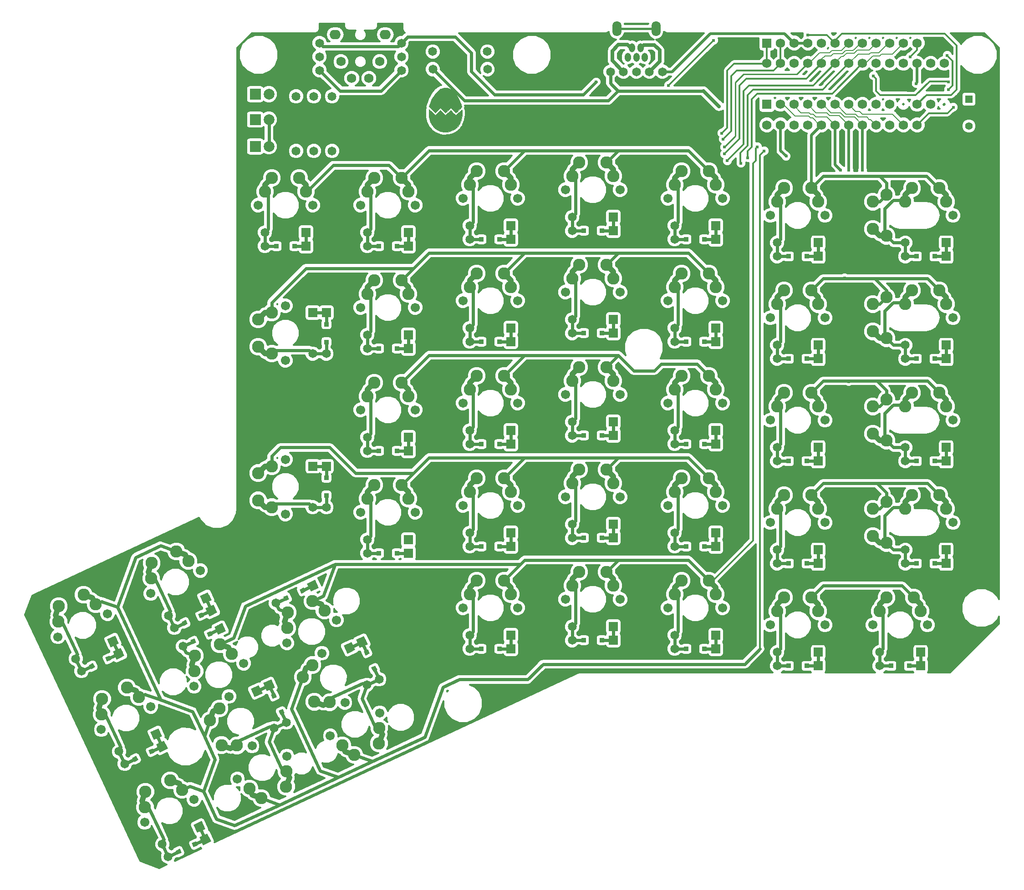
<source format=gbr>
G04 #@! TF.GenerationSoftware,KiCad,Pcbnew,(2017-04-04 revision 5dbfc0233)-makepkg*
G04 #@! TF.CreationDate,2017-04-22T22:17:14+08:00*
G04 #@! TF.ProjectId,ErgoDone,4572676F446F6E652E6B696361645F70,rev?*
G04 #@! TF.FileFunction,Copper,L2,Bot,Signal*
G04 #@! TF.FilePolarity,Positive*
%FSLAX46Y46*%
G04 Gerber Fmt 4.6, Leading zero omitted, Abs format (unit mm)*
G04 Created by KiCad (PCBNEW (2017-04-04 revision 5dbfc0233)-makepkg) date 04/22/17 22:17:14*
%MOMM*%
%LPD*%
G01*
G04 APERTURE LIST*
%ADD10C,0.150000*%
%ADD11C,0.609600*%
%ADD12C,0.010000*%
%ADD13C,1.651000*%
%ADD14C,0.838200*%
%ADD15C,2.286000*%
%ADD16C,1.701800*%
%ADD17R,1.752600X1.752600*%
%ADD18C,1.752600*%
%ADD19O,2.057400X1.752600*%
%ADD20R,1.651000X1.651000*%
%ADD21R,0.838200X0.838200*%
%ADD22R,2.000000X2.000000*%
%ADD23C,2.000000*%
%ADD24O,1.143000X1.651000*%
%ADD25O,1.701800X2.794000*%
%ADD26R,1.400000X1.400000*%
%ADD27C,1.400000*%
%ADD28C,2.283460*%
%ADD29C,2.280920*%
%ADD30C,0.609600*%
%ADD31C,0.508000*%
%ADD32C,0.304800*%
%ADD33C,0.203200*%
%ADD34C,0.254000*%
%ADD35C,1.016000*%
%ADD36C,0.711200*%
%ADD37C,0.406400*%
G04 APERTURE END LIST*
D10*
D11*
X53341367Y-147187736D02*
X55286576Y-146280670D01*
X58302224Y-144874450D02*
X60247433Y-143967384D01*
X70605747Y-139135936D02*
X72550956Y-138228870D01*
X75566604Y-136822650D02*
X77511813Y-135915584D01*
X68580000Y-72720200D02*
X70726300Y-72720200D01*
X74053700Y-72720200D02*
X76200000Y-72720200D01*
X80010000Y-92720160D02*
X80010000Y-90573860D01*
X80010000Y-87246460D02*
X80010000Y-85100160D01*
X80010000Y-121295160D02*
X80010000Y-119148860D01*
X80010000Y-115821460D02*
X80010000Y-113675160D01*
X182880000Y-150822660D02*
X185026300Y-150822660D01*
X188353700Y-150822660D02*
X190500000Y-150822660D01*
X87630000Y-91767660D02*
X89776300Y-91767660D01*
X93103700Y-91767660D02*
X95250000Y-91767660D01*
X42515518Y-169049321D02*
X44460727Y-168142255D01*
X47476375Y-166736035D02*
X49421584Y-165828970D01*
X50567318Y-186316241D02*
X52512527Y-185409175D01*
X55528175Y-184002955D02*
X57473384Y-183095890D01*
X34466258Y-151784941D02*
X36411467Y-150877875D01*
X39427115Y-149471655D02*
X41372324Y-148564590D01*
X51730638Y-143735681D02*
X53675847Y-142828615D01*
X56691495Y-141422395D02*
X58636704Y-140515330D01*
X163830000Y-74625200D02*
X165976300Y-74625200D01*
X169303700Y-74625200D02*
X171450000Y-74625200D01*
X144780000Y-71447660D02*
X146926300Y-71447660D01*
X150253700Y-71447660D02*
X152400000Y-71447660D01*
X125730000Y-69850000D02*
X127876300Y-69850000D01*
X131203700Y-69850000D02*
X133350000Y-69850000D01*
X106680000Y-71447660D02*
X108826300Y-71447660D01*
X112153700Y-71447660D02*
X114300000Y-71447660D01*
X144780000Y-147647660D02*
X146926300Y-147647660D01*
X150253700Y-147647660D02*
X152400000Y-147647660D01*
X163830000Y-93672660D02*
X165976300Y-93672660D01*
X169303700Y-93672660D02*
X171450000Y-93672660D01*
X125730000Y-88900000D02*
X127876300Y-88900000D01*
X131203700Y-88900000D02*
X133350000Y-88900000D01*
X106680000Y-90497660D02*
X108826300Y-90497660D01*
X112153700Y-90497660D02*
X114300000Y-90497660D01*
X163830000Y-112722660D02*
X165976300Y-112722660D01*
X169303700Y-112722660D02*
X171450000Y-112722660D01*
X144780000Y-109547660D02*
X146926300Y-109547660D01*
X150253700Y-109547660D02*
X152400000Y-109547660D01*
X125730000Y-107950000D02*
X127876300Y-107950000D01*
X131203700Y-107950000D02*
X133350000Y-107950000D01*
X106680000Y-109547660D02*
X108826300Y-109547660D01*
X112153700Y-109547660D02*
X114300000Y-109547660D01*
X87630000Y-110817660D02*
X89776300Y-110817660D01*
X93103700Y-110817660D02*
X95250000Y-110817660D01*
X163830000Y-131772660D02*
X165976300Y-131772660D01*
X169303700Y-131772660D02*
X171450000Y-131772660D01*
X144780000Y-128597660D02*
X146926300Y-128597660D01*
X150253700Y-128597660D02*
X152400000Y-128597660D01*
X125730000Y-127000000D02*
X127876300Y-127000000D01*
X131203700Y-127000000D02*
X133350000Y-127000000D01*
X106680000Y-128597660D02*
X108826300Y-128597660D01*
X112153700Y-128597660D02*
X114300000Y-128597660D01*
X87630000Y-129867660D02*
X89776300Y-129867660D01*
X93103700Y-129867660D02*
X95250000Y-129867660D01*
X163830000Y-150822660D02*
X165976300Y-150822660D01*
X169303700Y-150822660D02*
X171450000Y-150822660D01*
X125730000Y-146050000D02*
X127876300Y-146050000D01*
X131203700Y-146050000D02*
X133350000Y-146050000D01*
X106680000Y-147647660D02*
X108826300Y-147647660D01*
X112153700Y-147647660D02*
X114300000Y-147647660D01*
X89819101Y-153298162D02*
X88912035Y-151352953D01*
X87505815Y-148337305D02*
X86598750Y-146392096D01*
X72554721Y-161349962D02*
X71647655Y-159404753D01*
X70241435Y-156389105D02*
X69334370Y-154443896D01*
X144780000Y-90497660D02*
X146926300Y-90497660D01*
X150253700Y-90497660D02*
X152400000Y-90497660D01*
X87630000Y-72720200D02*
X89776300Y-72720200D01*
X93103700Y-72720200D02*
X95250000Y-72720200D01*
D12*
G36*
X99183192Y-47320749D02*
X99355496Y-47471896D01*
X99585028Y-47690626D01*
X99709662Y-47814662D01*
X100255099Y-48364991D01*
X100725892Y-47899110D01*
X101196686Y-47433229D01*
X102117314Y-48365437D01*
X102606824Y-47881036D01*
X103096333Y-47396634D01*
X103585617Y-47880812D01*
X104074901Y-48364991D01*
X104622168Y-47812815D01*
X104879655Y-47555134D01*
X105043757Y-47403991D01*
X105140200Y-47345563D01*
X105194705Y-47366027D01*
X105232997Y-47451559D01*
X105242395Y-47479518D01*
X105268149Y-47676765D01*
X105264912Y-47994978D01*
X105233458Y-48388429D01*
X105225922Y-48454768D01*
X105075863Y-49243278D01*
X104824193Y-49903450D01*
X104464865Y-50446739D01*
X103991828Y-50884600D01*
X103913474Y-50939995D01*
X103303500Y-51258689D01*
X102627834Y-51440699D01*
X101929874Y-51478653D01*
X101312351Y-51381896D01*
X100661233Y-51122623D01*
X100102315Y-50727823D01*
X99648299Y-50211484D01*
X99311888Y-49587589D01*
X99126107Y-48974666D01*
X99083130Y-48697577D01*
X99053160Y-48364729D01*
X99036857Y-48016682D01*
X99034881Y-47693996D01*
X99047892Y-47437230D01*
X99076549Y-47286944D01*
X99098279Y-47264333D01*
X99183192Y-47320749D01*
X99183192Y-47320749D01*
G37*
X99183192Y-47320749D02*
X99355496Y-47471896D01*
X99585028Y-47690626D01*
X99709662Y-47814662D01*
X100255099Y-48364991D01*
X100725892Y-47899110D01*
X101196686Y-47433229D01*
X102117314Y-48365437D01*
X102606824Y-47881036D01*
X103096333Y-47396634D01*
X103585617Y-47880812D01*
X104074901Y-48364991D01*
X104622168Y-47812815D01*
X104879655Y-47555134D01*
X105043757Y-47403991D01*
X105140200Y-47345563D01*
X105194705Y-47366027D01*
X105232997Y-47451559D01*
X105242395Y-47479518D01*
X105268149Y-47676765D01*
X105264912Y-47994978D01*
X105233458Y-48388429D01*
X105225922Y-48454768D01*
X105075863Y-49243278D01*
X104824193Y-49903450D01*
X104464865Y-50446739D01*
X103991828Y-50884600D01*
X103913474Y-50939995D01*
X103303500Y-51258689D01*
X102627834Y-51440699D01*
X101929874Y-51478653D01*
X101312351Y-51381896D01*
X100661233Y-51122623D01*
X100102315Y-50727823D01*
X99648299Y-50211484D01*
X99311888Y-49587589D01*
X99126107Y-48974666D01*
X99083130Y-48697577D01*
X99053160Y-48364729D01*
X99036857Y-48016682D01*
X99034881Y-47693996D01*
X99047892Y-47437230D01*
X99076549Y-47286944D01*
X99098279Y-47264333D01*
X99183192Y-47320749D01*
G36*
X102450398Y-43280467D02*
X102983045Y-43454025D01*
X103488349Y-43771545D01*
X103946173Y-44225659D01*
X104062180Y-44375014D01*
X104332838Y-44788000D01*
X104598212Y-45269623D01*
X104830397Y-45762805D01*
X105001494Y-46210464D01*
X105058826Y-46413886D01*
X105158995Y-46847840D01*
X104616948Y-47394749D01*
X104074901Y-47941657D01*
X103096333Y-46973301D01*
X102606824Y-47457702D01*
X102117314Y-47942104D01*
X101196686Y-47009896D01*
X100255276Y-47941482D01*
X99673073Y-47354784D01*
X99090870Y-46768085D01*
X99322551Y-46106043D01*
X99618791Y-45395940D01*
X99981319Y-44749940D01*
X100391339Y-44192766D01*
X100830060Y-43749140D01*
X101278687Y-43443785D01*
X101383625Y-43394719D01*
X101910545Y-43258242D01*
X102450398Y-43280467D01*
X102450398Y-43280467D01*
G37*
X102450398Y-43280467D02*
X102983045Y-43454025D01*
X103488349Y-43771545D01*
X103946173Y-44225659D01*
X104062180Y-44375014D01*
X104332838Y-44788000D01*
X104598212Y-45269623D01*
X104830397Y-45762805D01*
X105001494Y-46210464D01*
X105058826Y-46413886D01*
X105158995Y-46847840D01*
X104616948Y-47394749D01*
X104074901Y-47941657D01*
X103096333Y-46973301D01*
X102606824Y-47457702D01*
X102117314Y-47942104D01*
X101196686Y-47009896D01*
X100255276Y-47941482D01*
X99673073Y-47354784D01*
X99090870Y-46768085D01*
X99322551Y-46106043D01*
X99618791Y-45395940D01*
X99981319Y-44749940D01*
X100391339Y-44192766D01*
X100830060Y-43749140D01*
X101278687Y-43443785D01*
X101383625Y-43394719D01*
X101910545Y-43258242D01*
X102450398Y-43280467D01*
D11*
X187642500Y-131772660D02*
X189788800Y-131772660D01*
X193116200Y-131772660D02*
X195262500Y-131772660D01*
X187642500Y-112722660D02*
X189788800Y-112722660D01*
X193116200Y-112722660D02*
X195262500Y-112722660D01*
X187642500Y-93672660D02*
X189788800Y-93672660D01*
X193116200Y-93672660D02*
X195262500Y-93672660D01*
X187642500Y-74625200D02*
X189788800Y-74625200D01*
X193116200Y-74625200D02*
X195262500Y-74625200D01*
D13*
X78740000Y-40005000D03*
X78740000Y-37465000D03*
X78740000Y-34925000D03*
X93980000Y-40005000D03*
X93980000Y-37465000D03*
X93980000Y-34925000D03*
X53341367Y-147187736D03*
D14*
X55286576Y-146280670D03*
D10*
G36*
X55083862Y-146837623D02*
X54729623Y-146077956D01*
X55489290Y-145723717D01*
X55843529Y-146483384D01*
X55083862Y-146837623D01*
X55083862Y-146837623D01*
G37*
D13*
X60247433Y-143967384D03*
D10*
G36*
X59848147Y-145064412D02*
X59150405Y-143568098D01*
X60646719Y-142870356D01*
X61344461Y-144366670D01*
X59848147Y-145064412D01*
X59848147Y-145064412D01*
G37*
D14*
X58302224Y-144874450D03*
D10*
G36*
X58099510Y-145431403D02*
X57745271Y-144671736D01*
X58504938Y-144317497D01*
X58859177Y-145077164D01*
X58099510Y-145431403D01*
X58099510Y-145431403D01*
G37*
D13*
X70605747Y-139135936D03*
D14*
X72550956Y-138228870D03*
D10*
G36*
X72348242Y-138785823D02*
X71994003Y-138026156D01*
X72753670Y-137671917D01*
X73107909Y-138431584D01*
X72348242Y-138785823D01*
X72348242Y-138785823D01*
G37*
D13*
X77511813Y-135915584D03*
D10*
G36*
X77112527Y-137012612D02*
X76414785Y-135516298D01*
X77911099Y-134818556D01*
X78608841Y-136314870D01*
X77112527Y-137012612D01*
X77112527Y-137012612D01*
G37*
D14*
X75566604Y-136822650D03*
D10*
G36*
X75363890Y-137379603D02*
X75009651Y-136619936D01*
X75769318Y-136265697D01*
X76123557Y-137025364D01*
X75363890Y-137379603D01*
X75363890Y-137379603D01*
G37*
D15*
X77434621Y-138754526D03*
X72753017Y-143740174D03*
D16*
X72675456Y-146578921D03*
X81883544Y-142285119D03*
D15*
X79659082Y-140519823D03*
X72830577Y-140901427D03*
X60170241Y-146806326D03*
X55488637Y-151791974D03*
D16*
X55411076Y-154630721D03*
X64619164Y-150336919D03*
D15*
X62394702Y-148571623D03*
X55566197Y-148953227D03*
X85176179Y-167376434D03*
X89857783Y-162390786D03*
D16*
X89935344Y-159552039D03*
X80727256Y-163845841D03*
D15*
X82951718Y-165611137D03*
X89780223Y-165229533D03*
X67909259Y-175425694D03*
X72590863Y-170440046D03*
D16*
X72668424Y-167601299D03*
X63460336Y-171895101D03*
D15*
X65684798Y-173660397D03*
X72513303Y-173278793D03*
D13*
X74365000Y-44845000D03*
X74365000Y-55005000D03*
X77665000Y-44845000D03*
X77665000Y-55005000D03*
X81065000Y-44845000D03*
X81065000Y-55005000D03*
X99785000Y-36505000D03*
X109945000Y-36505000D03*
X99792000Y-39791000D03*
X109952000Y-39791000D03*
D17*
X161925000Y-34925000D03*
D18*
X164465000Y-34925000D03*
X167005000Y-34925000D03*
X169545000Y-34925000D03*
X172085000Y-34925000D03*
X174625000Y-34925000D03*
X177165000Y-34925000D03*
X179705000Y-34925000D03*
X182245000Y-34925000D03*
X184785000Y-34925000D03*
X187325000Y-34925000D03*
X189865000Y-34925000D03*
X189865000Y-50165000D03*
X187325000Y-50165000D03*
X184785000Y-50165000D03*
X182245000Y-50165000D03*
X179705000Y-50165000D03*
X177165000Y-50165000D03*
X174625000Y-50165000D03*
X167005000Y-50165000D03*
X164465000Y-50165000D03*
X161925000Y-50165000D03*
X172085000Y-50165000D03*
X169545000Y-50165000D03*
D19*
X90957400Y-33375600D03*
D18*
X82702400Y-38379400D03*
X87909400Y-41478200D03*
D19*
X81661000Y-33375600D03*
D18*
X84709000Y-41478200D03*
X89916000Y-38379400D03*
D15*
X74930000Y-60020200D03*
X68580000Y-62560200D03*
D16*
X67310000Y-65100200D03*
X77470000Y-65100200D03*
D15*
X76200000Y-62560200D03*
X69850000Y-60020200D03*
D13*
X68580000Y-70180200D03*
D20*
X76200000Y-70180200D03*
D13*
X68580000Y-72720200D03*
D20*
X76200000Y-72720200D03*
D21*
X70726300Y-72720200D03*
X74053700Y-72720200D03*
D15*
X67310000Y-86370160D03*
X69850000Y-92720160D03*
D16*
X72390000Y-93990160D03*
X72390000Y-83830160D03*
D15*
X69850000Y-85100160D03*
X67310000Y-91450160D03*
D13*
X77470000Y-92720160D03*
D20*
X77470000Y-85100160D03*
D13*
X80010000Y-92720160D03*
D20*
X80010000Y-85100160D03*
D21*
X80010000Y-90573860D03*
X80010000Y-87246460D03*
D15*
X67310000Y-114945160D03*
X69850000Y-121295160D03*
D16*
X72390000Y-122565160D03*
X72390000Y-112405160D03*
D15*
X69850000Y-113675160D03*
X67310000Y-120025160D03*
D13*
X77470000Y-121295160D03*
D20*
X77470000Y-113675160D03*
D13*
X80010000Y-121295160D03*
D20*
X80010000Y-113675160D03*
D21*
X80010000Y-119148860D03*
X80010000Y-115821460D03*
D15*
X189230000Y-138122660D03*
X182880000Y-140662660D03*
D16*
X181610000Y-143202660D03*
X191770000Y-143202660D03*
D15*
X190500000Y-140662660D03*
X184150000Y-138122660D03*
D13*
X182880000Y-148282660D03*
D20*
X190500000Y-148282660D03*
D13*
X182880000Y-150822660D03*
D20*
X190500000Y-150822660D03*
D21*
X185026300Y-150822660D03*
X188353700Y-150822660D03*
D15*
X93980000Y-79067660D03*
X87630000Y-81607660D03*
D16*
X86360000Y-84147660D03*
X96520000Y-84147660D03*
D15*
X95250000Y-81607660D03*
X88900000Y-79067660D03*
D13*
X87630000Y-89227660D03*
D20*
X95250000Y-89227660D03*
D13*
X87630000Y-91767660D03*
D20*
X95250000Y-91767660D03*
D21*
X89776300Y-91767660D03*
X93103700Y-91767660D03*
D15*
X42903321Y-154855586D03*
X38221717Y-159841234D03*
D16*
X38144156Y-162679981D03*
X47352244Y-158386179D03*
D15*
X45127782Y-156620883D03*
X38299277Y-157002487D03*
D13*
X41442068Y-166747299D03*
X48348133Y-163526948D03*
D10*
G36*
X47948847Y-164623976D02*
X47251105Y-163127662D01*
X48747419Y-162429920D01*
X49445161Y-163926234D01*
X47948847Y-164623976D01*
X47948847Y-164623976D01*
G37*
D13*
X42515518Y-169049321D03*
X49421584Y-165828970D03*
D10*
G36*
X49022298Y-166925998D02*
X48324556Y-165429684D01*
X49820870Y-164731942D01*
X50518612Y-166228256D01*
X49022298Y-166925998D01*
X49022298Y-166925998D01*
G37*
D14*
X44460727Y-168142255D03*
D10*
G36*
X44258013Y-168699208D02*
X43903774Y-167939541D01*
X44663441Y-167585302D01*
X45017680Y-168344969D01*
X44258013Y-168699208D01*
X44258013Y-168699208D01*
G37*
D14*
X47476375Y-166736035D03*
D10*
G36*
X47273661Y-167292988D02*
X46919422Y-166533321D01*
X47679089Y-166179082D01*
X48033328Y-166938749D01*
X47273661Y-167292988D01*
X47273661Y-167292988D01*
G37*
D15*
X50955121Y-172122506D03*
X46273517Y-177108154D03*
D16*
X46195956Y-179946901D03*
X55404044Y-175653099D03*
D15*
X53179582Y-173887803D03*
X46351077Y-174269407D03*
D13*
X49493868Y-184014219D03*
X56399933Y-180793868D03*
D10*
G36*
X56000647Y-181890896D02*
X55302905Y-180394582D01*
X56799219Y-179696840D01*
X57496961Y-181193154D01*
X56000647Y-181890896D01*
X56000647Y-181890896D01*
G37*
D13*
X50567318Y-186316241D03*
X57473384Y-183095890D03*
D10*
G36*
X57074098Y-184192918D02*
X56376356Y-182696604D01*
X57872670Y-181998862D01*
X58570412Y-183495176D01*
X57074098Y-184192918D01*
X57074098Y-184192918D01*
G37*
D14*
X52512527Y-185409175D03*
D10*
G36*
X52309813Y-185966128D02*
X51955574Y-185206461D01*
X52715241Y-184852222D01*
X53069480Y-185611889D01*
X52309813Y-185966128D01*
X52309813Y-185966128D01*
G37*
D14*
X55528175Y-184002955D03*
D10*
G36*
X55325461Y-184559908D02*
X54971222Y-183800241D01*
X55730889Y-183446002D01*
X56085128Y-184205669D01*
X55325461Y-184559908D01*
X55325461Y-184559908D01*
G37*
D15*
X34854061Y-137591206D03*
X30172457Y-142576854D03*
D16*
X30094896Y-145415601D03*
X39302984Y-141121799D03*
D15*
X37078522Y-139356503D03*
X30250017Y-139738107D03*
D13*
X33392808Y-149482919D03*
X40298873Y-146262568D03*
D10*
G36*
X39899587Y-147359596D02*
X39201845Y-145863282D01*
X40698159Y-145165540D01*
X41395901Y-146661854D01*
X39899587Y-147359596D01*
X39899587Y-147359596D01*
G37*
D13*
X34466258Y-151784941D03*
X41372324Y-148564590D03*
D10*
G36*
X40973038Y-149661618D02*
X40275296Y-148165304D01*
X41771610Y-147467562D01*
X42469352Y-148963876D01*
X40973038Y-149661618D01*
X40973038Y-149661618D01*
G37*
D14*
X36411467Y-150877875D03*
D10*
G36*
X36208753Y-151434828D02*
X35854514Y-150675161D01*
X36614181Y-150320922D01*
X36968420Y-151080589D01*
X36208753Y-151434828D01*
X36208753Y-151434828D01*
G37*
D14*
X39427115Y-149471655D03*
D10*
G36*
X39224401Y-150028608D02*
X38870162Y-149268941D01*
X39629829Y-148914702D01*
X39984068Y-149674369D01*
X39224401Y-150028608D01*
X39224401Y-150028608D01*
G37*
D15*
X52118441Y-129541946D03*
X47436837Y-134527594D03*
D16*
X47359276Y-137366341D03*
X56567364Y-133072539D03*
D15*
X54342902Y-131307243D03*
X47514397Y-131688847D03*
D13*
X50657188Y-141433659D03*
X57563253Y-138213308D03*
D10*
G36*
X57163967Y-139310336D02*
X56466225Y-137814022D01*
X57962539Y-137116280D01*
X58660281Y-138612594D01*
X57163967Y-139310336D01*
X57163967Y-139310336D01*
G37*
D13*
X51730638Y-143735681D03*
X58636704Y-140515330D03*
D10*
G36*
X58237418Y-141612358D02*
X57539676Y-140116044D01*
X59035990Y-139418302D01*
X59733732Y-140914616D01*
X58237418Y-141612358D01*
X58237418Y-141612358D01*
G37*
D14*
X53675847Y-142828615D03*
D10*
G36*
X53473133Y-143385568D02*
X53118894Y-142625901D01*
X53878561Y-142271662D01*
X54232800Y-143031329D01*
X53473133Y-143385568D01*
X53473133Y-143385568D01*
G37*
D14*
X56691495Y-141422395D03*
D10*
G36*
X56488781Y-141979348D02*
X56134542Y-141219681D01*
X56894209Y-140865442D01*
X57248448Y-141625109D01*
X56488781Y-141979348D01*
X56488781Y-141979348D01*
G37*
D15*
X170180000Y-61925200D03*
X163830000Y-64465200D03*
D16*
X162560000Y-67005200D03*
X172720000Y-67005200D03*
D15*
X171450000Y-64465200D03*
X165100000Y-61925200D03*
D13*
X163830000Y-72085200D03*
D20*
X171450000Y-72085200D03*
D13*
X163830000Y-74625200D03*
D20*
X171450000Y-74625200D03*
D21*
X165976300Y-74625200D03*
X169303700Y-74625200D03*
D15*
X151130000Y-58747660D03*
X144780000Y-61287660D03*
D16*
X143510000Y-63827660D03*
X153670000Y-63827660D03*
D15*
X152400000Y-61287660D03*
X146050000Y-58747660D03*
D13*
X144780000Y-68907660D03*
D20*
X152400000Y-68907660D03*
D13*
X144780000Y-71447660D03*
D20*
X152400000Y-71447660D03*
D21*
X146926300Y-71447660D03*
X150253700Y-71447660D03*
D15*
X132080000Y-57150000D03*
X125730000Y-59690000D03*
D16*
X124460000Y-62230000D03*
X134620000Y-62230000D03*
D15*
X133350000Y-59690000D03*
X127000000Y-57150000D03*
D13*
X125730000Y-67310000D03*
D20*
X133350000Y-67310000D03*
D13*
X125730000Y-69850000D03*
D20*
X133350000Y-69850000D03*
D21*
X127876300Y-69850000D03*
X131203700Y-69850000D03*
D15*
X113030000Y-58747660D03*
X106680000Y-61287660D03*
D16*
X105410000Y-63827660D03*
X115570000Y-63827660D03*
D15*
X114300000Y-61287660D03*
X107950000Y-58747660D03*
D13*
X106680000Y-68907660D03*
D20*
X114300000Y-68907660D03*
D13*
X106680000Y-71447660D03*
D20*
X114300000Y-71447660D03*
D21*
X108826300Y-71447660D03*
X112153700Y-71447660D03*
D15*
X151130000Y-134947660D03*
X144780000Y-137487660D03*
D16*
X143510000Y-140027660D03*
X153670000Y-140027660D03*
D15*
X152400000Y-137487660D03*
X146050000Y-134947660D03*
D13*
X144780000Y-145107660D03*
D20*
X152400000Y-145107660D03*
D13*
X144780000Y-147647660D03*
D20*
X152400000Y-147647660D03*
D21*
X146926300Y-147647660D03*
X150253700Y-147647660D03*
D15*
X170180000Y-80972660D03*
X163830000Y-83512660D03*
D16*
X162560000Y-86052660D03*
X172720000Y-86052660D03*
D15*
X171450000Y-83512660D03*
X165100000Y-80972660D03*
D13*
X163830000Y-91132660D03*
D20*
X171450000Y-91132660D03*
D13*
X163830000Y-93672660D03*
D20*
X171450000Y-93672660D03*
D21*
X165976300Y-93672660D03*
X169303700Y-93672660D03*
D15*
X132080000Y-76200000D03*
X125730000Y-78740000D03*
D16*
X124460000Y-81280000D03*
X134620000Y-81280000D03*
D15*
X133350000Y-78740000D03*
X127000000Y-76200000D03*
D13*
X125730000Y-86360000D03*
D20*
X133350000Y-86360000D03*
D13*
X125730000Y-88900000D03*
D20*
X133350000Y-88900000D03*
D21*
X127876300Y-88900000D03*
X131203700Y-88900000D03*
D15*
X113030000Y-77797660D03*
X106680000Y-80337660D03*
D16*
X105410000Y-82877660D03*
X115570000Y-82877660D03*
D15*
X114300000Y-80337660D03*
X107950000Y-77797660D03*
D13*
X106680000Y-87957660D03*
D20*
X114300000Y-87957660D03*
D13*
X106680000Y-90497660D03*
D20*
X114300000Y-90497660D03*
D21*
X108826300Y-90497660D03*
X112153700Y-90497660D03*
D15*
X170180000Y-100022660D03*
X163830000Y-102562660D03*
D16*
X162560000Y-105102660D03*
X172720000Y-105102660D03*
D15*
X171450000Y-102562660D03*
X165100000Y-100022660D03*
D13*
X163830000Y-110182660D03*
D20*
X171450000Y-110182660D03*
D13*
X163830000Y-112722660D03*
D20*
X171450000Y-112722660D03*
D21*
X165976300Y-112722660D03*
X169303700Y-112722660D03*
D15*
X151130000Y-96847660D03*
X144780000Y-99387660D03*
D16*
X143510000Y-101927660D03*
X153670000Y-101927660D03*
D15*
X152400000Y-99387660D03*
X146050000Y-96847660D03*
D13*
X144780000Y-107007660D03*
D20*
X152400000Y-107007660D03*
D13*
X144780000Y-109547660D03*
D20*
X152400000Y-109547660D03*
D21*
X146926300Y-109547660D03*
X150253700Y-109547660D03*
D15*
X132080000Y-95250000D03*
X125730000Y-97790000D03*
D16*
X124460000Y-100330000D03*
X134620000Y-100330000D03*
D15*
X133350000Y-97790000D03*
X127000000Y-95250000D03*
D13*
X125730000Y-105410000D03*
D20*
X133350000Y-105410000D03*
D13*
X125730000Y-107950000D03*
D20*
X133350000Y-107950000D03*
D21*
X127876300Y-107950000D03*
X131203700Y-107950000D03*
D15*
X113030000Y-96847660D03*
X106680000Y-99387660D03*
D16*
X105410000Y-101927660D03*
X115570000Y-101927660D03*
D15*
X114300000Y-99387660D03*
X107950000Y-96847660D03*
D13*
X106680000Y-107007660D03*
D20*
X114300000Y-107007660D03*
D13*
X106680000Y-109547660D03*
D20*
X114300000Y-109547660D03*
D21*
X108826300Y-109547660D03*
X112153700Y-109547660D03*
D15*
X93980000Y-98117660D03*
X87630000Y-100657660D03*
D16*
X86360000Y-103197660D03*
X96520000Y-103197660D03*
D15*
X95250000Y-100657660D03*
X88900000Y-98117660D03*
D13*
X87630000Y-108277660D03*
D20*
X95250000Y-108277660D03*
D13*
X87630000Y-110817660D03*
D20*
X95250000Y-110817660D03*
D21*
X89776300Y-110817660D03*
X93103700Y-110817660D03*
D15*
X170180000Y-119072660D03*
X163830000Y-121612660D03*
D16*
X162560000Y-124152660D03*
X172720000Y-124152660D03*
D15*
X171450000Y-121612660D03*
X165100000Y-119072660D03*
D13*
X163830000Y-129232660D03*
D20*
X171450000Y-129232660D03*
D13*
X163830000Y-131772660D03*
D20*
X171450000Y-131772660D03*
D21*
X165976300Y-131772660D03*
X169303700Y-131772660D03*
D15*
X151130000Y-115897660D03*
X144780000Y-118437660D03*
D16*
X143510000Y-120977660D03*
X153670000Y-120977660D03*
D15*
X152400000Y-118437660D03*
X146050000Y-115897660D03*
D13*
X144780000Y-126057660D03*
D20*
X152400000Y-126057660D03*
D13*
X144780000Y-128597660D03*
D20*
X152400000Y-128597660D03*
D21*
X146926300Y-128597660D03*
X150253700Y-128597660D03*
D15*
X132080000Y-114300000D03*
X125730000Y-116840000D03*
D16*
X124460000Y-119380000D03*
X134620000Y-119380000D03*
D15*
X133350000Y-116840000D03*
X127000000Y-114300000D03*
D13*
X125730000Y-124460000D03*
D20*
X133350000Y-124460000D03*
D13*
X125730000Y-127000000D03*
D20*
X133350000Y-127000000D03*
D21*
X127876300Y-127000000D03*
X131203700Y-127000000D03*
D15*
X113030000Y-115897660D03*
X106680000Y-118437660D03*
D16*
X105410000Y-120977660D03*
X115570000Y-120977660D03*
D15*
X114300000Y-118437660D03*
X107950000Y-115897660D03*
D13*
X106680000Y-126057660D03*
D20*
X114300000Y-126057660D03*
D13*
X106680000Y-128597660D03*
D20*
X114300000Y-128597660D03*
D21*
X108826300Y-128597660D03*
X112153700Y-128597660D03*
D15*
X93980000Y-117167660D03*
X87630000Y-119707660D03*
D16*
X86360000Y-122247660D03*
X96520000Y-122247660D03*
D15*
X95250000Y-119707660D03*
X88900000Y-117167660D03*
D13*
X87630000Y-127327660D03*
D20*
X95250000Y-127327660D03*
D13*
X87630000Y-129867660D03*
D20*
X95250000Y-129867660D03*
D21*
X89776300Y-129867660D03*
X93103700Y-129867660D03*
D15*
X170180000Y-138122660D03*
X163830000Y-140662660D03*
D16*
X162560000Y-143202660D03*
X172720000Y-143202660D03*
D15*
X171450000Y-140662660D03*
X165100000Y-138122660D03*
D13*
X163830000Y-148282660D03*
D20*
X171450000Y-148282660D03*
D13*
X163830000Y-150822660D03*
D20*
X171450000Y-150822660D03*
D21*
X165976300Y-150822660D03*
X169303700Y-150822660D03*
D15*
X132080000Y-133350000D03*
X125730000Y-135890000D03*
D16*
X124460000Y-138430000D03*
X134620000Y-138430000D03*
D15*
X133350000Y-135890000D03*
X127000000Y-133350000D03*
D13*
X125730000Y-143510000D03*
D20*
X133350000Y-143510000D03*
D13*
X125730000Y-146050000D03*
D20*
X133350000Y-146050000D03*
D21*
X127876300Y-146050000D03*
X131203700Y-146050000D03*
D15*
X113030000Y-134947660D03*
X106680000Y-137487660D03*
D16*
X105410000Y-140027660D03*
X115570000Y-140027660D03*
D15*
X114300000Y-137487660D03*
X107950000Y-134947660D03*
D13*
X106680000Y-145107660D03*
D20*
X114300000Y-145107660D03*
D13*
X106680000Y-147647660D03*
D20*
X114300000Y-147647660D03*
D21*
X108826300Y-147647660D03*
X112153700Y-147647660D03*
D15*
X75625366Y-152910359D03*
X80611014Y-157591963D03*
D16*
X83449761Y-157669524D03*
X79155959Y-148461436D03*
D15*
X77390663Y-150685898D03*
X77772267Y-157514403D03*
D13*
X87517079Y-154371612D03*
X84296728Y-147465547D03*
D10*
G36*
X85393756Y-147864833D02*
X83897442Y-148562575D01*
X83199700Y-147066261D01*
X84696014Y-146368519D01*
X85393756Y-147864833D01*
X85393756Y-147864833D01*
G37*
D13*
X89819101Y-153298162D03*
X86598750Y-146392096D03*
D10*
G36*
X87695778Y-146791382D02*
X86199464Y-147489124D01*
X85501722Y-145992810D01*
X86998036Y-145295068D01*
X87695778Y-146791382D01*
X87695778Y-146791382D01*
G37*
D14*
X88912035Y-151352953D03*
D10*
G36*
X89468988Y-151555667D02*
X88709321Y-151909906D01*
X88355082Y-151150239D01*
X89114749Y-150796000D01*
X89468988Y-151555667D01*
X89468988Y-151555667D01*
G37*
D14*
X87505815Y-148337305D03*
D10*
G36*
X88062768Y-148540019D02*
X87303101Y-148894258D01*
X86948862Y-148134591D01*
X87708529Y-147780352D01*
X88062768Y-148540019D01*
X88062768Y-148540019D01*
G37*
D15*
X58360986Y-160962159D03*
X63346634Y-165643763D03*
D16*
X66185381Y-165721324D03*
X61891579Y-156513236D03*
D15*
X60126283Y-158737698D03*
X60507887Y-165566203D03*
D13*
X70252699Y-162423412D03*
X67032348Y-155517347D03*
D10*
G36*
X68129376Y-155916633D02*
X66633062Y-156614375D01*
X65935320Y-155118061D01*
X67431634Y-154420319D01*
X68129376Y-155916633D01*
X68129376Y-155916633D01*
G37*
D13*
X72554721Y-161349962D03*
X69334370Y-154443896D03*
D10*
G36*
X70431398Y-154843182D02*
X68935084Y-155540924D01*
X68237342Y-154044610D01*
X69733656Y-153346868D01*
X70431398Y-154843182D01*
X70431398Y-154843182D01*
G37*
D14*
X71647655Y-159404753D03*
D10*
G36*
X72204608Y-159607467D02*
X71444941Y-159961706D01*
X71090702Y-159202039D01*
X71850369Y-158847800D01*
X72204608Y-159607467D01*
X72204608Y-159607467D01*
G37*
D14*
X70241435Y-156389105D03*
D10*
G36*
X70798388Y-156591819D02*
X70038721Y-156946058D01*
X69684482Y-156186391D01*
X70444149Y-155832152D01*
X70798388Y-156591819D01*
X70798388Y-156591819D01*
G37*
D15*
X151130000Y-77797660D03*
X144780000Y-80337660D03*
D16*
X143510000Y-82877660D03*
X153670000Y-82877660D03*
D15*
X152400000Y-80337660D03*
X146050000Y-77797660D03*
D13*
X144780000Y-87957660D03*
D20*
X152400000Y-87957660D03*
D13*
X144780000Y-90497660D03*
D20*
X152400000Y-90497660D03*
D21*
X146926300Y-90497660D03*
X150253700Y-90497660D03*
D15*
X93980000Y-60020200D03*
X87630000Y-62560200D03*
D16*
X86360000Y-65100200D03*
X96520000Y-65100200D03*
D15*
X95250000Y-62560200D03*
X88900000Y-60020200D03*
D13*
X87630000Y-70180200D03*
D20*
X95250000Y-70180200D03*
D13*
X87630000Y-72720200D03*
D20*
X95250000Y-72720200D03*
D21*
X89776300Y-72720200D03*
X93103700Y-72720200D03*
D18*
X164450000Y-46330000D03*
X166990000Y-46330000D03*
X169530000Y-46330000D03*
X172070000Y-46330000D03*
X174610000Y-46330000D03*
X177150000Y-46330000D03*
X179690000Y-46330000D03*
X182230000Y-46330000D03*
X184770000Y-46330000D03*
X189850000Y-46330000D03*
X192390000Y-46330000D03*
D17*
X161910000Y-46330000D03*
D18*
X194930000Y-38710000D03*
X192390000Y-38710000D03*
X189850000Y-38710000D03*
X187310000Y-38710000D03*
X184770000Y-38710000D03*
X182230000Y-38710000D03*
X179690000Y-38710000D03*
X177150000Y-38710000D03*
X174610000Y-38710000D03*
X172070000Y-38710000D03*
X169530000Y-38710000D03*
X166990000Y-38710000D03*
X164450000Y-38710000D03*
X161910000Y-38710000D03*
D22*
X66775000Y-44455000D03*
D23*
X69315000Y-44455000D03*
D22*
X66775000Y-49165000D03*
D23*
X69315000Y-49165000D03*
D22*
X66775000Y-54165000D03*
D23*
X69315000Y-54165000D03*
D24*
X136042400Y-37553900D03*
X136842500Y-35806380D03*
X137642600Y-37553900D03*
X138442700Y-35806380D03*
X139242800Y-37553900D03*
D25*
X141290040Y-32230060D03*
X133995160Y-32230060D03*
D13*
X135229600Y-40259000D03*
X132816600Y-40259000D03*
X137642600Y-40259000D03*
X142468600Y-40259000D03*
X140055600Y-40259000D03*
D26*
X199475000Y-45375000D03*
D27*
X199475000Y-50375000D03*
D15*
X193992500Y-119072660D03*
X187642500Y-121612660D03*
D16*
X196532500Y-124152660D03*
D28*
X195262500Y-121612660D03*
D15*
X188912500Y-119072660D03*
D13*
X187642500Y-129232660D03*
D20*
X195262500Y-129232660D03*
D13*
X187642500Y-131772660D03*
D20*
X195262500Y-131772660D03*
D21*
X189788800Y-131772660D03*
X193116200Y-131772660D03*
D29*
X181610000Y-121612660D03*
X184150000Y-120342660D03*
X184150000Y-127962660D03*
X181610000Y-126692660D03*
D15*
X193992500Y-100022660D03*
X187642500Y-102562660D03*
D16*
X196532500Y-105102660D03*
D28*
X195262500Y-102562660D03*
D15*
X188912500Y-100022660D03*
D13*
X187642500Y-110182660D03*
D20*
X195262500Y-110182660D03*
D13*
X187642500Y-112722660D03*
D20*
X195262500Y-112722660D03*
D21*
X189788800Y-112722660D03*
X193116200Y-112722660D03*
D29*
X181610000Y-102562660D03*
X184150000Y-101292660D03*
X184150000Y-108912660D03*
X181610000Y-107642660D03*
D15*
X193992500Y-80972660D03*
X187642500Y-83512660D03*
D16*
X196532500Y-86052660D03*
D28*
X195262500Y-83512660D03*
D15*
X188912500Y-80972660D03*
D13*
X187642500Y-91132660D03*
D20*
X195262500Y-91132660D03*
D13*
X187642500Y-93672660D03*
D20*
X195262500Y-93672660D03*
D21*
X189788800Y-93672660D03*
X193116200Y-93672660D03*
D29*
X181610000Y-83512660D03*
X184150000Y-82242660D03*
X184150000Y-89862660D03*
X181610000Y-88592660D03*
D15*
X193992500Y-61925200D03*
X187642500Y-64465200D03*
D16*
X196532500Y-67005200D03*
D28*
X195262500Y-64465200D03*
D15*
X188912500Y-61925200D03*
D13*
X187642500Y-72085200D03*
D20*
X195262500Y-72085200D03*
D13*
X187642500Y-74625200D03*
D20*
X195262500Y-74625200D03*
D21*
X189788800Y-74625200D03*
X193116200Y-74625200D03*
D29*
X181610000Y-64465200D03*
X184150000Y-63195200D03*
X184150000Y-70815200D03*
X181610000Y-69545200D03*
D30*
X158369000Y-56261000D03*
X157099000Y-57277000D03*
X154051000Y-55562500D03*
X154559000Y-56832500D03*
X154051000Y-54292500D03*
X153797000Y-52800000D03*
X153543000Y-51689000D03*
X188595000Y-37465000D03*
X196565000Y-46865000D03*
X195665000Y-42165000D03*
X181737000Y-41021000D03*
X161417000Y-54991000D03*
X160147000Y-54229000D03*
X179705000Y-58547000D03*
X178181000Y-116840000D03*
X177165000Y-97917000D03*
X177165000Y-58547000D03*
X176403000Y-78613000D03*
X175641000Y-58547000D03*
X143637000Y-42799000D03*
X152019000Y-34417000D03*
X169545000Y-33401000D03*
X195707000Y-43561000D03*
X195453000Y-37211000D03*
X130175000Y-42164000D03*
X165495000Y-55975000D03*
X189665000Y-42465000D03*
X153035000Y-46736000D03*
X150114000Y-43815000D03*
D31*
X187310000Y-46330000D02*
X187310000Y-46270000D01*
X194865000Y-46395000D02*
X194930000Y-46330000D01*
D11*
X195262500Y-91132660D02*
X195262500Y-93672660D01*
D32*
X158369000Y-56261000D02*
X158369000Y-54991000D01*
X159131000Y-54229000D02*
X158369000Y-54991000D01*
X160147000Y-44323000D02*
X174077000Y-44323000D01*
X174077000Y-44323000D02*
X179690000Y-38710000D01*
X159131000Y-54229000D02*
X159131000Y-45339000D01*
X159131000Y-45339000D02*
X160147000Y-44323000D01*
D33*
X181655000Y-37355000D02*
X182885000Y-37355000D01*
X182885000Y-37355000D02*
X183261000Y-36979000D01*
X179925000Y-38475000D02*
X180535000Y-38475000D01*
X181655000Y-37355000D02*
X180535000Y-38475000D01*
X185293000Y-36957000D02*
X187325000Y-34925000D01*
X185293000Y-36957000D02*
X183261000Y-36957000D01*
X183261000Y-36957000D02*
X183261000Y-36979000D01*
X179925000Y-38475000D02*
X179690000Y-38710000D01*
D11*
X195262500Y-72085200D02*
X195262500Y-74625200D01*
X195262500Y-129232660D02*
X195262500Y-131772660D01*
X195262500Y-110182660D02*
X195262500Y-112722660D01*
X190500000Y-148282660D02*
X190500000Y-150822660D01*
D32*
X179690000Y-38710000D02*
X179820000Y-38710000D01*
X179690000Y-38710000D02*
X179690000Y-38600000D01*
X156972000Y-55372000D02*
X156972000Y-57150000D01*
X156972000Y-57150000D02*
X157099000Y-57277000D01*
X172339000Y-43561000D02*
X159385000Y-43561000D01*
X159385000Y-43561000D02*
X158369000Y-44577000D01*
X158369000Y-53975000D02*
X158369000Y-44577000D01*
X156972000Y-55372000D02*
X158369000Y-53975000D01*
X172920000Y-42940000D02*
X172920000Y-42980000D01*
X172920000Y-42940000D02*
X177150000Y-38710000D01*
X172920000Y-42980000D02*
X172339000Y-43561000D01*
D33*
X180975000Y-36957000D02*
X178903000Y-36957000D01*
X178903000Y-36957000D02*
X177150000Y-38710000D01*
X182753000Y-36703000D02*
X181229000Y-36703000D01*
X184531000Y-34925000D02*
X182753000Y-36703000D01*
X181229000Y-36703000D02*
X180975000Y-36957000D01*
X184785000Y-34925000D02*
X184531000Y-34925000D01*
D11*
X171450000Y-72085200D02*
X171450000Y-74625200D01*
X171450000Y-148282660D02*
X171450000Y-150822660D01*
X171450000Y-91132660D02*
X171450000Y-93672660D01*
X171450000Y-129232660D02*
X171450000Y-131772660D01*
X171450000Y-110182660D02*
X171450000Y-112722660D01*
X57472580Y-183095900D02*
X56400700Y-180794660D01*
D33*
X177150000Y-38710000D02*
X177150000Y-38700000D01*
D32*
X177150000Y-38710000D02*
X177250000Y-38710000D01*
D33*
X178035000Y-36135000D02*
X177865000Y-36305000D01*
X178145000Y-36135000D02*
X178035000Y-36135000D01*
X178145000Y-36135000D02*
X179355000Y-34925000D01*
D32*
X158115000Y-41529000D02*
X169251000Y-41529000D01*
X156845000Y-42799000D02*
X158115000Y-41529000D01*
X156845000Y-42799000D02*
X156845000Y-52768500D01*
X154051000Y-55562500D02*
X156845000Y-52768500D01*
X169251000Y-41529000D02*
X172070000Y-38710000D01*
D11*
X133350000Y-105410000D02*
X133350000Y-107950000D01*
X133350000Y-67310000D02*
X133350000Y-69850000D01*
X133350000Y-143510000D02*
X133350000Y-146050000D01*
X133350000Y-86360000D02*
X133350000Y-88900000D01*
X133350000Y-124460000D02*
X133350000Y-127000000D01*
X84297520Y-147464780D02*
X86601300Y-146392900D01*
D33*
X177865000Y-36305000D02*
X176503424Y-36305000D01*
X172695000Y-37305000D02*
X173835000Y-37305000D01*
X172070000Y-37930000D02*
X172695000Y-37305000D01*
X173835000Y-37305000D02*
X174255000Y-36885000D01*
X175923424Y-36885000D02*
X174255000Y-36885000D01*
X176503424Y-36305000D02*
X175923424Y-36885000D01*
X179705000Y-34925000D02*
X179355000Y-34925000D01*
X172070000Y-38710000D02*
X172070000Y-37930000D01*
D32*
X172070000Y-38710000D02*
X172270000Y-38710000D01*
X157607000Y-53784500D02*
X157607000Y-43815000D01*
X157607000Y-53784500D02*
X154559000Y-56832500D01*
X157607000Y-43815000D02*
X158623000Y-42799000D01*
X170521000Y-42799000D02*
X174610000Y-38710000D01*
X158623000Y-42799000D02*
X170521000Y-42799000D01*
D11*
X152400000Y-87957660D02*
X152400000Y-90497660D01*
X152400000Y-68907660D02*
X152400000Y-71447660D01*
X152400000Y-145107660D02*
X152400000Y-147647660D01*
X152400000Y-126057660D02*
X152400000Y-128597660D01*
X152400000Y-107007660D02*
X152400000Y-109547660D01*
X67033140Y-155516580D02*
X69334380Y-154442160D01*
D33*
X178729212Y-36269212D02*
X180900788Y-36269212D01*
X178185422Y-36813002D02*
X178729212Y-36269212D01*
X176423424Y-37103424D02*
X176484578Y-37103424D01*
X176133846Y-37393002D02*
X176423424Y-37103424D01*
X175733002Y-37495000D02*
X175835000Y-37393002D01*
X174610000Y-38560000D02*
X175675000Y-37495000D01*
X175675000Y-37495000D02*
X175733002Y-37495000D01*
X175835000Y-37393002D02*
X176133846Y-37393002D01*
X176484578Y-37103424D02*
X176775000Y-36813002D01*
X176775000Y-36813002D02*
X178185422Y-36813002D01*
X180900788Y-36269212D02*
X182245000Y-34925000D01*
X174610000Y-38710000D02*
X174610000Y-38560000D01*
D32*
X174610000Y-38710000D02*
X174970000Y-38710000D01*
D34*
X157568901Y-40728901D02*
X167511099Y-40728901D01*
X167511099Y-40728901D02*
X169530000Y-38710000D01*
X156083000Y-52260500D02*
X156083000Y-42214802D01*
X154051000Y-54292500D02*
X156083000Y-52260500D01*
X156083000Y-42214802D02*
X157568901Y-40728901D01*
D11*
X114300000Y-87957660D02*
X114300000Y-90497660D01*
X114300000Y-126057660D02*
X114300000Y-128597660D01*
X114300000Y-107007660D02*
X114300000Y-109547660D01*
X49423320Y-165831520D02*
X48348900Y-163527740D01*
X114300000Y-145107660D02*
X114300000Y-147647660D01*
X114300000Y-68907660D02*
X114300000Y-71447660D01*
D33*
X173984212Y-36284212D02*
X175805788Y-36284212D01*
X173541210Y-36727214D02*
X173984212Y-36284212D01*
X171198424Y-37248424D02*
X171203790Y-37248424D01*
X171203790Y-37248424D02*
X171725000Y-36727214D01*
X171725000Y-36727214D02*
X173541210Y-36727214D01*
X175805788Y-36284212D02*
X177165000Y-34925000D01*
X169530000Y-38710000D02*
X169736848Y-38710000D01*
X169736848Y-38710000D02*
X171198424Y-37248424D01*
X169530000Y-38710000D02*
X169740000Y-38710000D01*
D32*
X169530000Y-38710000D02*
X169530000Y-38700000D01*
X169530000Y-38710000D02*
X169539204Y-38710000D01*
X169530000Y-38710000D02*
X169550000Y-38710000D01*
X164450000Y-38710000D02*
X164450000Y-38750000D01*
X164450000Y-38750000D02*
X163195000Y-40005000D01*
X155321000Y-41021000D02*
X155321000Y-51276000D01*
X153797000Y-52800000D02*
X155321000Y-51276000D01*
X155321000Y-41021000D02*
X156337000Y-40005000D01*
X163195000Y-40005000D02*
X156337000Y-40005000D01*
X164450000Y-38710000D02*
X164450000Y-34940000D01*
X164450000Y-34940000D02*
X164465000Y-34925000D01*
D11*
X57564020Y-138211560D02*
X58635900Y-140515340D01*
X95250000Y-89227660D02*
X95250000Y-91767660D01*
X95250000Y-108277660D02*
X95250000Y-110817660D01*
X95250000Y-70180200D02*
X95250000Y-72720200D01*
D32*
X164450000Y-38710000D02*
X164450000Y-38380000D01*
D31*
X164465000Y-34925000D02*
X164465000Y-34465000D01*
X164465000Y-34925000D02*
X164465000Y-34865000D01*
D32*
X155829000Y-38735000D02*
X154559000Y-40005000D01*
X153543000Y-51689000D02*
X154559000Y-50673000D01*
X154559000Y-40005000D02*
X154559000Y-50673000D01*
X161885000Y-38735000D02*
X155829000Y-38735000D01*
X161885000Y-38735000D02*
X161910000Y-38710000D01*
X161925000Y-34925000D02*
X161925000Y-38695000D01*
X161925000Y-38695000D02*
X161910000Y-38710000D01*
D11*
X40297100Y-146263360D02*
X41371520Y-148564600D01*
X76200000Y-70180200D02*
X76200000Y-72720200D01*
X77470000Y-85100160D02*
X80010000Y-85100160D01*
X77470000Y-113675160D02*
X80010000Y-113675160D01*
D32*
X188595000Y-37465000D02*
X189865000Y-36195000D01*
X189865000Y-36195000D02*
X189865000Y-34925000D01*
X195465000Y-47965000D02*
X192065000Y-47965000D01*
X196565000Y-46865000D02*
X195465000Y-47965000D01*
X192065000Y-47965000D02*
X189865000Y-50165000D01*
X187893000Y-44637000D02*
X189593000Y-44637000D01*
X195565000Y-42065000D02*
X195665000Y-42165000D01*
X192165000Y-42065000D02*
X195565000Y-42065000D01*
X189593000Y-44637000D02*
X192165000Y-42065000D01*
X187833000Y-44577000D02*
X187893000Y-44637000D01*
X183007000Y-44577000D02*
X187833000Y-44577000D01*
X182245000Y-43815000D02*
X183007000Y-44577000D01*
X182245000Y-41529000D02*
X182245000Y-43815000D01*
X181737000Y-41021000D02*
X182245000Y-41529000D01*
X160655000Y-147637500D02*
X160655000Y-55753000D01*
D11*
X88549480Y-168605200D02*
X98333560Y-164043360D01*
X160655000Y-147637500D02*
X157797500Y-150495000D01*
X157797500Y-150495000D02*
X120332500Y-150495000D01*
X120332500Y-150495000D02*
X117475000Y-153352500D01*
X104729280Y-153352500D02*
X117475000Y-153352500D01*
X98333560Y-164043360D02*
X101711760Y-154759660D01*
X101711760Y-154759660D02*
X104729280Y-153352500D01*
D32*
X160655000Y-55753000D02*
X161417000Y-54991000D01*
D33*
X179705000Y-48133000D02*
X185293000Y-48133000D01*
X185293000Y-48133000D02*
X187325000Y-50165000D01*
X178435000Y-47624998D02*
X179196998Y-47624998D01*
X177150000Y-46339998D02*
X178435000Y-47624998D01*
X179196998Y-47624998D02*
X179705000Y-48133000D01*
X177150000Y-46330000D02*
X177150000Y-46339998D01*
D11*
X73477120Y-158818580D02*
X78844140Y-170327320D01*
X53179980Y-173888400D02*
X54617620Y-173217840D01*
X78844140Y-170327320D02*
X82219800Y-171556680D01*
D35*
X34853880Y-137591800D02*
X36540440Y-138206480D01*
X42903140Y-154856180D02*
X44592240Y-155470860D01*
D11*
X55140860Y-159311340D02*
X49232820Y-157159960D01*
X49164240Y-128465580D02*
X44561760Y-130614420D01*
D35*
X52644040Y-172737780D02*
X53179980Y-173888400D01*
D11*
X75628500Y-152910540D02*
X73477120Y-158818580D01*
D35*
X76240640Y-151223980D02*
X77393800Y-150685500D01*
X75628500Y-152910540D02*
X76240640Y-151223980D01*
X58976260Y-159273240D02*
X60126880Y-158737300D01*
D11*
X82219800Y-171556680D02*
X88549480Y-168605200D01*
X71285100Y-176654460D02*
X82219800Y-171556680D01*
D35*
X50954940Y-172123100D02*
X52644040Y-172737780D01*
D11*
X67909440Y-175427640D02*
X71285100Y-176654460D01*
X38229540Y-138821160D02*
X41183560Y-139895580D01*
X37078920Y-139357100D02*
X38229540Y-138821160D01*
X46278800Y-156085540D02*
X49232820Y-157159960D01*
X45128180Y-156621480D02*
X46278800Y-156085540D01*
X59565540Y-179318920D02*
X57150000Y-174137320D01*
X62941200Y-180545740D02*
X59565540Y-179318920D01*
X71285100Y-176654460D02*
X62941200Y-180545740D01*
X54617620Y-173217840D02*
X57150000Y-174137320D01*
X52118260Y-129542540D02*
X49164240Y-128465580D01*
X41183560Y-139895580D02*
X49232820Y-157159960D01*
D35*
X58361580Y-160962340D02*
X58976260Y-159273240D01*
D11*
X59298840Y-168231820D02*
X57287160Y-163913820D01*
X57287160Y-163913820D02*
X55140860Y-159311340D01*
D35*
X44592240Y-155470860D02*
X45128180Y-156621480D01*
D11*
X58361580Y-160962340D02*
X57287160Y-163913820D01*
X85176360Y-167375840D02*
X88549480Y-168605200D01*
D35*
X67909440Y-175427640D02*
X66222880Y-174812960D01*
X53807360Y-130154680D02*
X54343300Y-131307840D01*
X52118260Y-129542540D02*
X53807360Y-130154680D01*
D11*
X57150000Y-174137320D02*
X59298840Y-168231820D01*
D35*
X85176360Y-167375840D02*
X83487260Y-166761160D01*
X66222880Y-174812960D02*
X65684400Y-173662340D01*
X83487260Y-166761160D02*
X82951320Y-165610540D01*
D11*
X44561760Y-130614420D02*
X41183560Y-139895580D01*
D35*
X36540440Y-138206480D02*
X37078920Y-139357100D01*
D32*
X159893000Y-54483000D02*
X160147000Y-54229000D01*
X159893000Y-54483000D02*
X159893000Y-56769000D01*
X159315000Y-127535000D02*
X159315000Y-57277000D01*
X159385000Y-57277000D02*
X159893000Y-56769000D01*
X159315000Y-57277000D02*
X159385000Y-57277000D01*
D33*
X180975000Y-49149000D02*
X181229000Y-49149000D01*
X181229000Y-49149000D02*
X182245000Y-50165000D01*
X178921212Y-48662788D02*
X180488788Y-48662788D01*
X180488788Y-48662788D02*
X180975000Y-49149000D01*
X178435000Y-48176576D02*
X178921212Y-48662788D01*
X178435000Y-48133000D02*
X178435000Y-48176576D01*
X176657000Y-48133000D02*
X178435000Y-48133000D01*
X174854000Y-46330000D02*
X176657000Y-48133000D01*
X174610000Y-46330000D02*
X174854000Y-46330000D01*
D32*
X151130000Y-134947660D02*
X151902340Y-134947660D01*
X151902340Y-134947660D02*
X159315000Y-127535000D01*
D35*
X114300000Y-136217660D02*
X114300000Y-137487660D01*
X190500000Y-139392660D02*
X190500000Y-140662660D01*
D11*
X172402500Y-135890000D02*
X186997340Y-135890000D01*
D35*
X152400000Y-136217660D02*
X152400000Y-137487660D01*
D11*
X186997340Y-135890000D02*
X189230000Y-138122660D01*
X116067840Y-131909820D02*
X113030000Y-134947660D01*
D35*
X132080000Y-133350000D02*
X133350000Y-134620000D01*
D11*
X81600040Y-131909820D02*
X116067840Y-131909820D01*
D35*
X77434440Y-138755120D02*
X79123540Y-139369800D01*
D11*
X60170060Y-146806920D02*
X62758320Y-145597880D01*
X170180000Y-138122660D02*
X170180000Y-138112500D01*
D35*
X60170060Y-146806920D02*
X61856620Y-147421600D01*
X79123540Y-139369800D02*
X79659480Y-140520420D01*
D11*
X170180000Y-138112500D02*
X172402500Y-135890000D01*
X134302500Y-131127500D02*
X147309840Y-131127500D01*
X77434440Y-138755120D02*
X79448660Y-137815320D01*
X147309840Y-131127500D02*
X151130000Y-134947660D01*
X64909700Y-139692380D02*
X81600040Y-131909820D01*
D35*
X61856620Y-147421600D02*
X62395100Y-148572220D01*
D11*
X134302500Y-131127500D02*
X116850160Y-131127500D01*
X116850160Y-131127500D02*
X116067840Y-131909820D01*
X79448660Y-137815320D02*
X81600040Y-131909820D01*
D35*
X189230000Y-138122660D02*
X190500000Y-139392660D01*
X133350000Y-134620000D02*
X133350000Y-135890000D01*
X170180000Y-138122660D02*
X171450000Y-139392660D01*
X151130000Y-134947660D02*
X152400000Y-136217660D01*
X113030000Y-134947660D02*
X114300000Y-136217660D01*
D11*
X132080000Y-133350000D02*
X134302500Y-131127500D01*
D35*
X171450000Y-139392660D02*
X171450000Y-140662660D01*
D11*
X62758320Y-145597880D02*
X64909700Y-139692380D01*
X181610000Y-121612660D02*
X182880000Y-121612660D01*
X182880000Y-121612660D02*
X184150000Y-120342660D01*
X182245000Y-116840000D02*
X182372000Y-116840000D01*
X184150000Y-118618000D02*
X184150000Y-120342660D01*
X182372000Y-116840000D02*
X184150000Y-118618000D01*
D31*
X179705000Y-50165000D02*
X179705000Y-58547000D01*
D33*
X176381212Y-48662788D02*
X178202788Y-48662788D01*
X178202788Y-48662788D02*
X179705000Y-50165000D01*
X173863000Y-47878998D02*
X175597422Y-47878998D01*
X175597422Y-47878998D02*
X176381212Y-48662788D01*
X172070000Y-46330000D02*
X172314002Y-46330000D01*
X172314002Y-46330000D02*
X173863000Y-47878998D01*
D32*
X151130000Y-115897660D02*
X151962340Y-115897660D01*
D11*
X85407500Y-114935000D02*
X96212660Y-114935000D01*
D35*
X152400000Y-117167660D02*
X152400000Y-118437660D01*
D11*
X116850160Y-112077500D02*
X134302500Y-112077500D01*
D35*
X193992500Y-119072660D02*
X195262500Y-120342660D01*
D11*
X172402500Y-116840000D02*
X178181000Y-116840000D01*
X170180000Y-119062500D02*
X172402500Y-116840000D01*
D35*
X170180000Y-119072660D02*
X171450000Y-120342660D01*
X113030000Y-115897660D02*
X114300000Y-117167660D01*
D11*
X191759840Y-116840000D02*
X193992500Y-119072660D01*
X71437500Y-110172500D02*
X80645000Y-110172500D01*
X178181000Y-116840000D02*
X182245000Y-116840000D01*
X182245000Y-116840000D02*
X191759840Y-116840000D01*
X147309840Y-112077500D02*
X151130000Y-115897660D01*
D35*
X171450000Y-120342660D02*
X171450000Y-121612660D01*
D11*
X69850000Y-113675160D02*
X69850000Y-111760000D01*
D35*
X93980000Y-117167660D02*
X95250000Y-118437660D01*
D11*
X134302500Y-112077500D02*
X147309840Y-112077500D01*
X99070160Y-112077500D02*
X116850160Y-112077500D01*
D35*
X95250000Y-118437660D02*
X95250000Y-119707660D01*
D11*
X93980000Y-117167660D02*
X96212660Y-114935000D01*
X80645000Y-110172500D02*
X85407500Y-114935000D01*
D35*
X114300000Y-117167660D02*
X114300000Y-118437660D01*
D11*
X96212660Y-114935000D02*
X99070160Y-112077500D01*
X170180000Y-119072660D02*
X170180000Y-119062500D01*
X132080000Y-114300000D02*
X134302500Y-112077500D01*
D35*
X195262500Y-120342660D02*
X195262500Y-121612660D01*
X151130000Y-115897660D02*
X152400000Y-117167660D01*
D11*
X69850000Y-111760000D02*
X71437500Y-110172500D01*
D35*
X132080000Y-114300000D02*
X133350000Y-115570000D01*
X68580000Y-113675160D02*
X69850000Y-113675160D01*
D11*
X113030000Y-115897660D02*
X116850160Y-112077500D01*
D35*
X67310000Y-114945160D02*
X68580000Y-113675160D01*
X133350000Y-115570000D02*
X133350000Y-116840000D01*
D11*
X181610000Y-102562660D02*
X182880000Y-102562660D01*
X182880000Y-102562660D02*
X184150000Y-101292660D01*
X181917340Y-97790000D02*
X182372000Y-97790000D01*
X184150000Y-99568000D02*
X184150000Y-101292660D01*
X182372000Y-97790000D02*
X184150000Y-99568000D01*
D31*
X177165000Y-50165000D02*
X177165000Y-58547000D01*
X177165000Y-97917000D02*
X177165000Y-97790000D01*
X177165000Y-50165000D02*
X177165000Y-50927000D01*
D33*
X171069000Y-47879000D02*
X173101000Y-47879000D01*
X173101000Y-47879000D02*
X173609000Y-48387000D01*
X173609000Y-48387000D02*
X175387000Y-48387000D01*
X169530000Y-46340000D02*
X171069000Y-47879000D01*
X175387000Y-48387000D02*
X177165000Y-50165000D01*
X169530000Y-46330000D02*
X169530000Y-46340000D01*
D11*
X113030000Y-96847660D02*
X116850160Y-93027500D01*
D35*
X113030000Y-96847660D02*
X114300000Y-98117660D01*
X170180000Y-100022660D02*
X171450000Y-101292660D01*
X151130000Y-96847660D02*
X152400000Y-98117660D01*
X95250000Y-99387660D02*
X95250000Y-100657660D01*
X132080000Y-95250000D02*
X133350000Y-96520000D01*
X152400000Y-98117660D02*
X152400000Y-99387660D01*
D11*
X170180000Y-100022660D02*
X170180000Y-100012500D01*
X134302500Y-93027500D02*
X137160000Y-95885000D01*
X132080000Y-95250000D02*
X134302500Y-93027500D01*
X151130000Y-96837500D02*
X148907500Y-94615000D01*
X99070160Y-93027500D02*
X116850160Y-93027500D01*
D35*
X93980000Y-98117660D02*
X95250000Y-99387660D01*
D11*
X170180000Y-100012500D02*
X172402500Y-97790000D01*
X172402500Y-97790000D02*
X177165000Y-97790000D01*
X177165000Y-97790000D02*
X181917340Y-97790000D01*
D35*
X171450000Y-101292660D02*
X171450000Y-102562660D01*
X133350000Y-96520000D02*
X133350000Y-97790000D01*
D11*
X137160000Y-95885000D02*
X140970000Y-95885000D01*
D35*
X114300000Y-98117660D02*
X114300000Y-99387660D01*
D11*
X181917340Y-97790000D02*
X191759840Y-97790000D01*
X142240000Y-94615000D02*
X148907500Y-94615000D01*
X93980000Y-98117660D02*
X99070160Y-93027500D01*
X191759840Y-97790000D02*
X193992500Y-100022660D01*
X116850160Y-93027500D02*
X134302500Y-93027500D01*
X140970000Y-95885000D02*
X142240000Y-94615000D01*
D35*
X193992500Y-100022660D02*
X195262500Y-101292660D01*
X195262500Y-101292660D02*
X195262500Y-102562660D01*
D11*
X151130000Y-96847660D02*
X151130000Y-96837500D01*
X181610000Y-83512660D02*
X182880000Y-83512660D01*
X182880000Y-83512660D02*
X184150000Y-82242660D01*
X184150000Y-82242660D02*
X184150000Y-80972660D01*
X184150000Y-80972660D02*
X181917340Y-78740000D01*
D31*
X174625000Y-50165000D02*
X174625000Y-57531000D01*
X174625000Y-57531000D02*
X175641000Y-58547000D01*
X176403000Y-78613000D02*
X176403000Y-78740000D01*
D33*
X170053000Y-48133000D02*
X170561000Y-48133000D01*
X170561000Y-48133000D02*
X171069000Y-48641000D01*
X168275000Y-47879000D02*
X169799000Y-47879000D01*
X169799000Y-47879000D02*
X170053000Y-48133000D01*
X171069000Y-48641000D02*
X173101000Y-48641000D01*
X173101000Y-48641000D02*
X174625000Y-50165000D01*
X166990000Y-46594000D02*
X168275000Y-47879000D01*
X166990000Y-46330000D02*
X166990000Y-46594000D01*
D11*
X151130000Y-77797660D02*
X151130000Y-77760000D01*
D32*
X151130000Y-77797660D02*
X151162340Y-77797660D01*
D11*
X191759840Y-78740000D02*
X193992500Y-80972660D01*
X170180000Y-80972660D02*
X170180000Y-80962500D01*
D35*
X114300000Y-79067660D02*
X114300000Y-80337660D01*
X195262500Y-82242660D02*
X195262500Y-83512660D01*
X67310000Y-86370160D02*
X68580000Y-85100160D01*
X132080000Y-76200000D02*
X133350000Y-77470000D01*
X193992500Y-80972660D02*
X195262500Y-82242660D01*
X151130000Y-77797660D02*
X152400000Y-79067660D01*
D11*
X147309840Y-73977500D02*
X151130000Y-77797660D01*
X69850000Y-85100160D02*
X69850000Y-83185000D01*
X132080000Y-76200000D02*
X134302500Y-73977500D01*
X134302500Y-73977500D02*
X147309840Y-73977500D01*
D35*
X133350000Y-77470000D02*
X133350000Y-78740000D01*
X113030000Y-77797660D02*
X114300000Y-79067660D01*
D11*
X76200000Y-76835000D02*
X96212660Y-76835000D01*
X181917340Y-78740000D02*
X191759840Y-78740000D01*
D35*
X171450000Y-82242660D02*
X171450000Y-83512660D01*
X170180000Y-80972660D02*
X171450000Y-82242660D01*
D11*
X113030000Y-77797660D02*
X116850160Y-73977500D01*
X99070160Y-73977500D02*
X116850160Y-73977500D01*
X69850000Y-83185000D02*
X76200000Y-76835000D01*
X93980000Y-79067660D02*
X99070160Y-73977500D01*
D35*
X152400000Y-79067660D02*
X152400000Y-80337660D01*
X95250000Y-80337660D02*
X95250000Y-81607660D01*
X93980000Y-79067660D02*
X95250000Y-80337660D01*
D11*
X170180000Y-80962500D02*
X172402500Y-78740000D01*
X93980000Y-79067660D02*
X96212660Y-76835000D01*
D35*
X68580000Y-85100160D02*
X69850000Y-85100160D01*
D11*
X172402500Y-78740000D02*
X176403000Y-78740000D01*
X176403000Y-78740000D02*
X181917340Y-78740000D01*
X116850160Y-73977500D02*
X134302500Y-73977500D01*
D31*
X174625000Y-50165000D02*
X174625000Y-50005000D01*
D11*
X181610000Y-64465200D02*
X182880000Y-64465200D01*
X182880000Y-64465200D02*
X184150000Y-63195200D01*
X182499000Y-59690000D02*
X182880000Y-59690000D01*
X184150000Y-60960000D02*
X184150000Y-63195200D01*
X182880000Y-59690000D02*
X184150000Y-60960000D01*
X76200000Y-62560200D02*
X76369800Y-62560200D01*
X76369800Y-62560200D02*
X81265000Y-57665000D01*
X91624800Y-57665000D02*
X93980000Y-60020200D01*
X81265000Y-57665000D02*
X91624800Y-57665000D01*
D31*
X170180000Y-61925200D02*
X170180000Y-52070000D01*
X170180000Y-52070000D02*
X172085000Y-50165000D01*
D33*
X170025000Y-48845000D02*
X170425000Y-48845000D01*
X169694000Y-48514000D02*
X170025000Y-48845000D01*
X167132000Y-48514000D02*
X169694000Y-48514000D01*
X164948000Y-46330000D02*
X167132000Y-48514000D01*
X170425000Y-48845000D02*
X171745000Y-50165000D01*
X171745000Y-50165000D02*
X172085000Y-50165000D01*
X164450000Y-46330000D02*
X164948000Y-46330000D01*
D11*
X193992500Y-61925200D02*
X193825200Y-61925200D01*
X193825200Y-61925200D02*
X191590000Y-59690000D01*
X191590000Y-59690000D02*
X182499000Y-59690000D01*
X182499000Y-59690000D02*
X172415200Y-59690000D01*
D32*
X151130000Y-58747660D02*
X151130000Y-58310000D01*
D11*
X170180000Y-61925200D02*
X172415200Y-59690000D01*
D35*
X152400000Y-60017660D02*
X152400000Y-61287660D01*
X151130000Y-58747660D02*
X152400000Y-60017660D01*
X193992500Y-61925200D02*
X195262500Y-63195200D01*
X132080000Y-57150000D02*
X133350000Y-58420000D01*
X195262500Y-63195200D02*
X195262500Y-64465200D01*
D11*
X116840000Y-54927500D02*
X134302500Y-54927500D01*
X147309840Y-54927500D02*
X151130000Y-58747660D01*
X134302500Y-54927500D02*
X147309840Y-54927500D01*
X132080000Y-57150000D02*
X134302500Y-54927500D01*
X93980000Y-60007500D02*
X99060000Y-54927500D01*
X99060000Y-54927500D02*
X116840000Y-54927500D01*
D35*
X113030000Y-58747660D02*
X114300000Y-60017660D01*
X170180000Y-61925200D02*
X171450000Y-63195200D01*
D11*
X113030000Y-58737500D02*
X116840000Y-54927500D01*
D35*
X93980000Y-60020200D02*
X95250000Y-61290200D01*
X95250000Y-61290200D02*
X95250000Y-62560200D01*
D11*
X93980000Y-60020200D02*
X93980000Y-60007500D01*
D35*
X133350000Y-58420000D02*
X133350000Y-59690000D01*
X171450000Y-63195200D02*
X171450000Y-64465200D01*
D11*
X113030000Y-58747660D02*
X113030000Y-58737500D01*
D35*
X114300000Y-60017660D02*
X114300000Y-61287660D01*
X76200000Y-61290200D02*
X76200000Y-62560200D01*
X74930000Y-60020200D02*
X76200000Y-61290200D01*
D32*
X174625000Y-34925000D02*
X174625000Y-34417000D01*
X174625000Y-34417000D02*
X175895000Y-33147000D01*
X175895000Y-33147000D02*
X195027000Y-33147000D01*
X195027000Y-33147000D02*
X197231000Y-35351000D01*
X197231000Y-35351000D02*
X197231000Y-43561000D01*
X197231000Y-43561000D02*
X196215000Y-44577000D01*
X196215000Y-44577000D02*
X191603000Y-44577000D01*
X191603000Y-44577000D02*
X189850000Y-46330000D01*
X169545000Y-33401000D02*
X173101000Y-33401000D01*
X143637000Y-42799000D02*
X152019000Y-34417000D01*
X173101000Y-33401000D02*
X174625000Y-34925000D01*
X196469000Y-38227000D02*
X196469000Y-42799000D01*
X195453000Y-37211000D02*
X196469000Y-38227000D01*
X196469000Y-42799000D02*
X195707000Y-43561000D01*
D11*
X82550000Y-43815000D02*
X90170000Y-43815000D01*
X82550000Y-43815000D02*
X78740000Y-40005000D01*
X93980000Y-40005000D02*
X90170000Y-43815000D01*
X69315000Y-49165000D02*
X69315000Y-54165000D01*
X93980000Y-34925000D02*
X95123000Y-33782000D01*
X95123000Y-33782000D02*
X103985000Y-33782000D01*
X103985000Y-33782000D02*
X106955000Y-36752000D01*
X106955000Y-36752000D02*
X106955000Y-40205000D01*
X106955000Y-40205000D02*
X111275000Y-44525000D01*
X111275000Y-44525000D02*
X127814000Y-44525000D01*
X127814000Y-44525000D02*
X130175000Y-42164000D01*
X78740000Y-34925000D02*
X79375000Y-35560000D01*
X93345000Y-35560000D02*
X93980000Y-34925000D01*
X79375000Y-35560000D02*
X93345000Y-35560000D01*
D31*
X142468600Y-40259000D02*
X144321000Y-40259000D01*
X165227000Y-33147000D02*
X167005000Y-34925000D01*
X151433000Y-33147000D02*
X144321000Y-40259000D01*
X165227000Y-33147000D02*
X151433000Y-33147000D01*
X164465000Y-50165000D02*
X164465000Y-54945000D01*
X164465000Y-54945000D02*
X165495000Y-55975000D01*
D11*
X93980000Y-34925000D02*
X93980000Y-35080000D01*
X93980000Y-34925000D02*
X94025000Y-34925000D01*
D31*
X189665000Y-42465000D02*
X189850000Y-42280000D01*
X189850000Y-38710000D02*
X189850000Y-42280000D01*
X167005000Y-34925000D02*
X169545000Y-34925000D01*
X189850000Y-38710000D02*
X190110000Y-38710000D01*
X189865000Y-38725000D02*
X189850000Y-38710000D01*
D11*
X99792000Y-39791000D02*
X105636000Y-45635000D01*
X105636000Y-45635000D02*
X132419000Y-45635000D01*
X132419000Y-45635000D02*
X134239000Y-43815000D01*
X132816600Y-40259000D02*
X132816600Y-42392600D01*
X134239000Y-43815000D02*
X150114000Y-43815000D01*
X132816600Y-42392600D02*
X134239000Y-43815000D01*
D36*
X153035000Y-46736000D02*
X150114000Y-43815000D01*
D35*
X55565040Y-148953220D02*
X54950360Y-150642320D01*
D11*
X53878480Y-148338540D02*
X55565040Y-148953220D01*
X53340000Y-147187920D02*
X53878480Y-148338540D01*
D35*
X54950360Y-150642320D02*
X55488840Y-151792940D01*
D11*
X70606920Y-139136120D02*
X71142860Y-140289280D01*
X71142860Y-140289280D02*
X72829420Y-140901420D01*
D35*
X72217280Y-142590520D02*
X72753220Y-143741140D01*
X72829420Y-140901420D02*
X72217280Y-142590520D01*
D36*
X134315000Y-35215000D02*
X135976800Y-35215000D01*
X135976800Y-35215000D02*
X136842500Y-36080700D01*
X133165000Y-38194400D02*
X135229600Y-40259000D01*
X134315000Y-35215000D02*
X133165000Y-36365000D01*
X133165000Y-36365000D02*
X133165000Y-38194400D01*
X136842500Y-36080700D02*
X136842500Y-35542500D01*
X141965000Y-36265000D02*
X141965000Y-38349600D01*
X139065000Y-35265000D02*
X140965000Y-35265000D01*
X138442700Y-35887300D02*
X139065000Y-35265000D01*
X140965000Y-35265000D02*
X141965000Y-36265000D01*
X141965000Y-38349600D02*
X140055600Y-40259000D01*
X140055600Y-40259000D02*
X140055600Y-39874400D01*
X138442700Y-36080700D02*
X138442700Y-35887300D01*
X138442700Y-36080700D02*
X138449300Y-36080700D01*
X140055600Y-40259000D02*
X140271000Y-40259000D01*
X138442700Y-36080700D02*
X138442700Y-35787300D01*
X140055600Y-40259000D02*
X140055600Y-40174400D01*
D11*
X31015940Y-142885160D02*
X33698180Y-148640800D01*
X33393380Y-149484080D02*
X34465260Y-151785320D01*
D35*
X30248860Y-139738100D02*
X29634180Y-141427200D01*
D11*
X33698180Y-148640800D02*
X33393380Y-149484080D01*
X30172660Y-142577820D02*
X31015940Y-142885160D01*
D35*
X29634180Y-141427200D02*
X30172660Y-142577820D01*
X46901100Y-133375400D02*
X47437040Y-134526020D01*
X47513240Y-131688840D02*
X46901100Y-133375400D01*
D11*
X50965100Y-140589000D02*
X50657760Y-141432280D01*
X47437040Y-134526020D02*
X48280320Y-134833360D01*
X48280320Y-134833360D02*
X50965100Y-140589000D01*
X50657760Y-141432280D02*
X51729640Y-143736060D01*
X38221920Y-159842200D02*
X39067740Y-160149540D01*
X39067740Y-160149540D02*
X41749980Y-165905180D01*
D35*
X37685980Y-158691580D02*
X38221920Y-159842200D01*
X38300660Y-157005020D02*
X37685980Y-158691580D01*
D11*
X41442640Y-166748460D02*
X42517060Y-169052240D01*
X41749980Y-165905180D02*
X41442640Y-166748460D01*
D35*
X77774800Y-157515560D02*
X79461360Y-158127700D01*
D11*
X80919320Y-156748480D02*
X86674960Y-154063700D01*
D35*
X89778840Y-165229540D02*
X90393520Y-163540440D01*
D11*
X89011760Y-162082480D02*
X89857580Y-162389820D01*
X87518240Y-154371040D02*
X86598760Y-156903420D01*
D35*
X90393520Y-163540440D02*
X89857580Y-162389820D01*
D11*
X86674960Y-154063700D02*
X87518240Y-154371040D01*
X86598760Y-156903420D02*
X89011760Y-162082480D01*
D35*
X79461360Y-158127700D02*
X80611980Y-157591760D01*
D11*
X80611980Y-157591760D02*
X80919320Y-156748480D01*
X87518240Y-154371040D02*
X89822020Y-153299160D01*
X63654940Y-164800280D02*
X69410580Y-162115500D01*
X69410580Y-162115500D02*
X70253860Y-162422840D01*
X70253860Y-162422840D02*
X72555100Y-161348420D01*
D35*
X62196980Y-166179500D02*
X63347600Y-165643560D01*
X72514460Y-173278800D02*
X73129140Y-171592240D01*
X73129140Y-171592240D02*
X72590660Y-170441620D01*
X60507880Y-165564820D02*
X62196980Y-166179500D01*
D11*
X63347600Y-165643560D02*
X63654940Y-164800280D01*
X70253860Y-162422840D02*
X69331840Y-164955220D01*
X71747380Y-170134280D02*
X72590660Y-170441620D01*
X69331840Y-164955220D02*
X71747380Y-170134280D01*
X46273720Y-177109120D02*
X47117000Y-177416460D01*
X47117000Y-177416460D02*
X49801780Y-183169560D01*
X49801780Y-183169560D02*
X49494440Y-184015380D01*
X49494440Y-184015380D02*
X50566320Y-186316620D01*
D35*
X46349920Y-174269400D02*
X45737780Y-175955960D01*
X45737780Y-175955960D02*
X46273720Y-177109120D01*
D11*
X107315000Y-138122660D02*
X107315000Y-144472660D01*
D35*
X106680000Y-136217660D02*
X106680000Y-137487660D01*
X107950000Y-134947660D02*
X106680000Y-136217660D01*
D11*
X106680000Y-145107660D02*
X106680000Y-147647660D01*
X106680000Y-137487660D02*
X107315000Y-138122660D01*
X107315000Y-144472660D02*
X106680000Y-145107660D01*
D35*
X125730000Y-134620000D02*
X125730000Y-135890000D01*
X127000000Y-133350000D02*
X125730000Y-134620000D01*
D11*
X126365000Y-136525000D02*
X126365000Y-142875000D01*
X126365000Y-142875000D02*
X125730000Y-143510000D01*
X125730000Y-135890000D02*
X126365000Y-136525000D01*
X125730000Y-143510000D02*
X125730000Y-146050000D01*
D35*
X146050000Y-134947660D02*
X144780000Y-136217660D01*
D11*
X144780000Y-145107660D02*
X144780000Y-147647660D01*
X145415000Y-138122660D02*
X145415000Y-144472660D01*
X145415000Y-144472660D02*
X144780000Y-145107660D01*
X144780000Y-137487660D02*
X145415000Y-138122660D01*
D35*
X144780000Y-136217660D02*
X144780000Y-137487660D01*
X165100000Y-138122660D02*
X163830000Y-139392660D01*
D11*
X164465000Y-147647660D02*
X163830000Y-148282660D01*
D35*
X163830000Y-139392660D02*
X163830000Y-140662660D01*
D11*
X164465000Y-141297660D02*
X164465000Y-147647660D01*
X163830000Y-140662660D02*
X164465000Y-141297660D01*
X163830000Y-148282660D02*
X163830000Y-150822660D01*
D35*
X182880000Y-139392660D02*
X182880000Y-140662660D01*
D11*
X183515000Y-141297660D02*
X183515000Y-147647660D01*
D35*
X184150000Y-138122660D02*
X182880000Y-139392660D01*
D11*
X183515000Y-147647660D02*
X182880000Y-148282660D01*
X182880000Y-140662660D02*
X183515000Y-141297660D01*
X182880000Y-148282660D02*
X182880000Y-150822660D01*
X77470000Y-121295160D02*
X80010000Y-121295160D01*
D35*
X68580000Y-121295160D02*
X69850000Y-121295160D01*
D11*
X69850000Y-121295160D02*
X70495160Y-120650000D01*
D35*
X67310000Y-120025160D02*
X68580000Y-121295160D01*
D11*
X76824840Y-120650000D02*
X77470000Y-121295160D01*
X70495160Y-120650000D02*
X76824840Y-120650000D01*
D35*
X87630000Y-118437660D02*
X87630000Y-119707660D01*
D11*
X88265000Y-120342660D02*
X88265000Y-126692660D01*
X87630000Y-119707660D02*
X88265000Y-120342660D01*
X87630000Y-127327660D02*
X88265000Y-126692660D01*
D35*
X88900000Y-117167660D02*
X87630000Y-118437660D01*
D11*
X87630000Y-127327660D02*
X87630000Y-129867660D01*
D35*
X106680000Y-117167660D02*
X106680000Y-118437660D01*
D11*
X106680000Y-118437660D02*
X107315000Y-119072660D01*
X107315000Y-119072660D02*
X107315000Y-125422660D01*
X107315000Y-125422660D02*
X106680000Y-126057660D01*
D35*
X107950000Y-115897660D02*
X106680000Y-117167660D01*
D11*
X106680000Y-126057660D02*
X106680000Y-128597660D01*
D35*
X125730000Y-115570000D02*
X125730000Y-116840000D01*
D11*
X126365000Y-117475000D02*
X126365000Y-123825000D01*
X126365000Y-123825000D02*
X125730000Y-124460000D01*
D35*
X127000000Y-114300000D02*
X125730000Y-115570000D01*
D11*
X125730000Y-124460000D02*
X125730000Y-127000000D01*
X125730000Y-116840000D02*
X126365000Y-117475000D01*
X144780000Y-126057660D02*
X144780000Y-128597660D01*
X145415000Y-119072660D02*
X145415000Y-125422660D01*
X145415000Y-125422660D02*
X144780000Y-126057660D01*
D35*
X146050000Y-115897660D02*
X144780000Y-117167660D01*
D11*
X144780000Y-118437660D02*
X145415000Y-119072660D01*
D35*
X144780000Y-117167660D02*
X144780000Y-118437660D01*
X163830000Y-120342660D02*
X163830000Y-121612660D01*
D11*
X164465000Y-128597660D02*
X163830000Y-129232660D01*
X164465000Y-122247660D02*
X164465000Y-128597660D01*
X163830000Y-129232660D02*
X163830000Y-131772660D01*
X163830000Y-121612660D02*
X164465000Y-122247660D01*
D35*
X165100000Y-119072660D02*
X163830000Y-120342660D01*
D11*
X187314840Y-121285000D02*
X187642500Y-121612660D01*
D35*
X182880000Y-127962660D02*
X184150000Y-127962660D01*
D11*
X187642500Y-129232660D02*
X187642500Y-131772660D01*
X184150000Y-127962660D02*
X185420000Y-129232660D01*
D35*
X188912500Y-119072660D02*
X187642500Y-120342660D01*
X181610000Y-126692660D02*
X182880000Y-127962660D01*
D11*
X183832500Y-122872500D02*
X185420000Y-121285000D01*
X183832500Y-127645160D02*
X183832500Y-122872500D01*
X185420000Y-129232660D02*
X187642500Y-129232660D01*
X184150000Y-127962660D02*
X183832500Y-127645160D01*
D35*
X187642500Y-120342660D02*
X187642500Y-121612660D01*
D11*
X185420000Y-121285000D02*
X187314840Y-121285000D01*
D35*
X88900000Y-98117660D02*
X87630000Y-99387660D01*
D11*
X87630000Y-108277660D02*
X87630000Y-110817660D01*
X87630000Y-100657660D02*
X88265000Y-101292660D01*
D35*
X87630000Y-99387660D02*
X87630000Y-100657660D01*
D11*
X88265000Y-101292660D02*
X88265000Y-107642660D01*
X88265000Y-107642660D02*
X87630000Y-108277660D01*
X107315000Y-106372660D02*
X106680000Y-107007660D01*
X106680000Y-99387660D02*
X107315000Y-100022660D01*
D35*
X106680000Y-98117660D02*
X106680000Y-99387660D01*
X107950000Y-96847660D02*
X106680000Y-98117660D01*
D11*
X107315000Y-100022660D02*
X107315000Y-106372660D01*
X106680000Y-107007660D02*
X106680000Y-109547660D01*
D35*
X127000000Y-95250000D02*
X125730000Y-96520000D01*
D11*
X125730000Y-105410000D02*
X125730000Y-107950000D01*
X126365000Y-104775000D02*
X125730000Y-105410000D01*
X125730000Y-97790000D02*
X126365000Y-98425000D01*
X126365000Y-98425000D02*
X126365000Y-104775000D01*
D35*
X125730000Y-96520000D02*
X125730000Y-97790000D01*
D11*
X145415000Y-100022660D02*
X145415000Y-106372660D01*
X145415000Y-106372660D02*
X144780000Y-107007660D01*
D35*
X144780000Y-98117660D02*
X144780000Y-99387660D01*
X146050000Y-96847660D02*
X144780000Y-98117660D01*
D11*
X144780000Y-107007660D02*
X144780000Y-109547660D01*
X144780000Y-99387660D02*
X145415000Y-100022660D01*
D35*
X163830000Y-101292660D02*
X163830000Y-102562660D01*
D11*
X163830000Y-102562660D02*
X164465000Y-103197660D01*
X163830000Y-110182660D02*
X163830000Y-112722660D01*
X164465000Y-109547660D02*
X163830000Y-110182660D01*
D35*
X165100000Y-100022660D02*
X163830000Y-101292660D01*
D11*
X164465000Y-103197660D02*
X164465000Y-109547660D01*
D35*
X181610000Y-107642660D02*
X182880000Y-108912660D01*
D11*
X185420000Y-102235000D02*
X187314840Y-102235000D01*
X187314840Y-102235000D02*
X187642500Y-102562660D01*
D35*
X182880000Y-108912660D02*
X184150000Y-108912660D01*
D11*
X184150000Y-108912660D02*
X183832500Y-108595160D01*
D35*
X188912500Y-100022660D02*
X187642500Y-101292660D01*
D11*
X187642500Y-110182660D02*
X187642500Y-112722660D01*
D35*
X187642500Y-101292660D02*
X187642500Y-102562660D01*
D11*
X184150000Y-108912660D02*
X185420000Y-110182660D01*
X183832500Y-108595160D02*
X183832500Y-103822500D01*
X183832500Y-103822500D02*
X185420000Y-102235000D01*
X185420000Y-110182660D02*
X187642500Y-110182660D01*
X76824840Y-92075000D02*
X77470000Y-92720160D01*
X70495160Y-92075000D02*
X76824840Y-92075000D01*
D35*
X67310000Y-91450160D02*
X68580000Y-92720160D01*
X68580000Y-92720160D02*
X69850000Y-92720160D01*
D11*
X69850000Y-92720160D02*
X70495160Y-92075000D01*
X77470000Y-92720160D02*
X80010000Y-92720160D01*
D35*
X88900000Y-79067660D02*
X87630000Y-80337660D01*
D11*
X88265000Y-82242660D02*
X88265000Y-88592660D01*
X87630000Y-81607660D02*
X88265000Y-82242660D01*
X87630000Y-89227660D02*
X87630000Y-91767660D01*
D35*
X87630000Y-80337660D02*
X87630000Y-81607660D01*
D11*
X88265000Y-88592660D02*
X87630000Y-89227660D01*
D35*
X107950000Y-77797660D02*
X106680000Y-79067660D01*
X106680000Y-79067660D02*
X106680000Y-80337660D01*
D11*
X106680000Y-87957660D02*
X106680000Y-90497660D01*
X106680000Y-80337660D02*
X107315000Y-80972660D01*
X107315000Y-80972660D02*
X107315000Y-87322660D01*
X107315000Y-87322660D02*
X106680000Y-87957660D01*
D35*
X127000000Y-76200000D02*
X125730000Y-77470000D01*
D11*
X125730000Y-78740000D02*
X126365000Y-79375000D01*
X126365000Y-85725000D02*
X125730000Y-86360000D01*
X125730000Y-86360000D02*
X125730000Y-88900000D01*
X126365000Y-79375000D02*
X126365000Y-85725000D01*
D35*
X125730000Y-77470000D02*
X125730000Y-78740000D01*
D11*
X144780000Y-80337660D02*
X145415000Y-80972660D01*
D35*
X144780000Y-79067660D02*
X144780000Y-80337660D01*
D11*
X145415000Y-87322660D02*
X144780000Y-87957660D01*
D35*
X146050000Y-77797660D02*
X144780000Y-79067660D01*
D11*
X145415000Y-80972660D02*
X145415000Y-87322660D01*
X144780000Y-87957660D02*
X144780000Y-90497660D01*
D35*
X163830000Y-82242660D02*
X163830000Y-83512660D01*
X165100000Y-80972660D02*
X163830000Y-82242660D01*
D11*
X164465000Y-90497660D02*
X163830000Y-91132660D01*
X163830000Y-83512660D02*
X164465000Y-84147660D01*
X163830000Y-91132660D02*
X163830000Y-93672660D01*
X164465000Y-84147660D02*
X164465000Y-90497660D01*
D35*
X181610000Y-88592660D02*
X182880000Y-89862660D01*
D11*
X184150000Y-89862660D02*
X183832500Y-89545160D01*
D35*
X182880000Y-89862660D02*
X184150000Y-89862660D01*
D11*
X184150000Y-89862660D02*
X185420000Y-91132660D01*
X187642500Y-91132660D02*
X187642500Y-93672660D01*
X185420000Y-91132660D02*
X187642500Y-91132660D01*
X183832500Y-84772500D02*
X185420000Y-83185000D01*
X185420000Y-83185000D02*
X187314840Y-83185000D01*
D35*
X188912500Y-80972660D02*
X187642500Y-82242660D01*
X187642500Y-82242660D02*
X187642500Y-83512660D01*
D11*
X183832500Y-89545160D02*
X183832500Y-84772500D01*
X187314840Y-83185000D02*
X187642500Y-83512660D01*
X69215000Y-69545200D02*
X68580000Y-70180200D01*
D35*
X69850000Y-60020200D02*
X68580000Y-61290200D01*
D11*
X68580000Y-70180200D02*
X68580000Y-72720200D01*
X68580000Y-62560200D02*
X69215000Y-63195200D01*
X69215000Y-63195200D02*
X69215000Y-69545200D01*
D35*
X68580000Y-61290200D02*
X68580000Y-62560200D01*
X88900000Y-60020200D02*
X87630000Y-61290200D01*
D11*
X88265000Y-63195200D02*
X88265000Y-69545200D01*
X87630000Y-62560200D02*
X88265000Y-63195200D01*
D35*
X87630000Y-61290200D02*
X87630000Y-62560200D01*
D11*
X88265000Y-69545200D02*
X87630000Y-70180200D01*
X87630000Y-70180200D02*
X87630000Y-72720200D01*
X106680000Y-68907660D02*
X106680000Y-71447660D01*
X106680000Y-61287660D02*
X107315000Y-61922660D01*
X107315000Y-61922660D02*
X107315000Y-68272660D01*
D35*
X106680000Y-60017660D02*
X106680000Y-61287660D01*
D11*
X107315000Y-68272660D02*
X106680000Y-68907660D01*
D35*
X107950000Y-58747660D02*
X106680000Y-60017660D01*
X127000000Y-57150000D02*
X125730000Y-58420000D01*
D11*
X125730000Y-67310000D02*
X125730000Y-69850000D01*
X126365000Y-60325000D02*
X126365000Y-66675000D01*
X126365000Y-66675000D02*
X125730000Y-67310000D01*
X125730000Y-59690000D02*
X126365000Y-60325000D01*
D35*
X125730000Y-58420000D02*
X125730000Y-59690000D01*
D11*
X145415000Y-68272660D02*
X144780000Y-68907660D01*
X144780000Y-68907660D02*
X144780000Y-71447660D01*
D35*
X146050000Y-58747660D02*
X144780000Y-60017660D01*
X144780000Y-60017660D02*
X144780000Y-61287660D01*
D11*
X144780000Y-61287660D02*
X145415000Y-61922660D01*
X145415000Y-61922660D02*
X145415000Y-68272660D01*
X163830000Y-72085200D02*
X163830000Y-74625200D01*
D35*
X163830000Y-63195200D02*
X163830000Y-64465200D01*
D11*
X163830000Y-64465200D02*
X164465000Y-65100200D01*
D35*
X165100000Y-61925200D02*
X163830000Y-63195200D01*
D11*
X164465000Y-65100200D02*
X164465000Y-71450200D01*
X164465000Y-71450200D02*
X163830000Y-72085200D01*
D35*
X188912500Y-61925200D02*
X187642500Y-63195200D01*
D11*
X185420000Y-72085200D02*
X187642500Y-72085200D01*
X184150000Y-70815200D02*
X183832500Y-70497700D01*
D35*
X182880000Y-70815200D02*
X184150000Y-70815200D01*
D11*
X184150000Y-70815200D02*
X185420000Y-72085200D01*
D35*
X187642500Y-63195200D02*
X187642500Y-64465200D01*
D11*
X187312300Y-64135000D02*
X187642500Y-64465200D01*
X185420000Y-64135000D02*
X187312300Y-64135000D01*
X187642500Y-72085200D02*
X187642500Y-74625200D01*
D35*
X181610000Y-69545200D02*
X182880000Y-70815200D01*
D11*
X183832500Y-65722500D02*
X185420000Y-64135000D01*
X183832500Y-70497700D02*
X183832500Y-65722500D01*
D31*
X184770000Y-38710000D02*
X184930000Y-38710000D01*
D32*
X166990000Y-38710000D02*
X166990000Y-38520000D01*
X167020000Y-38740000D02*
X166990000Y-38710000D01*
D37*
X133995160Y-32230060D02*
X141290040Y-32230060D01*
D32*
G36*
X83362800Y-31750000D02*
X83427571Y-32075625D01*
X83612023Y-32351677D01*
X83888075Y-32536129D01*
X84213700Y-32600900D01*
X85449418Y-32600900D01*
X85330016Y-32720094D01*
X85153701Y-33144708D01*
X85153299Y-33604474D01*
X85328874Y-34029396D01*
X85653694Y-34354784D01*
X86078308Y-34531099D01*
X86538074Y-34531501D01*
X86962996Y-34355926D01*
X87288384Y-34031106D01*
X87464699Y-33606492D01*
X87465101Y-33146726D01*
X87289526Y-32721804D01*
X87168833Y-32600900D01*
X88709500Y-32600900D01*
X89035125Y-32536129D01*
X89311177Y-32351677D01*
X89495629Y-32075625D01*
X89560400Y-31750000D01*
X89560400Y-31330900D01*
X94195900Y-31330900D01*
X94195900Y-32258000D01*
X94260671Y-32583625D01*
X94445123Y-32859677D01*
X94622272Y-32978044D01*
X94440500Y-33099501D01*
X94100797Y-33439204D01*
X93685733Y-33438842D01*
X93139405Y-33664580D01*
X92721049Y-34082206D01*
X92508202Y-34594800D01*
X92031069Y-34594800D01*
X92229502Y-34462211D01*
X92562617Y-33963670D01*
X92679591Y-33375600D01*
X92562617Y-32787530D01*
X92229502Y-32288989D01*
X91730961Y-31955874D01*
X91142891Y-31838900D01*
X90771909Y-31838900D01*
X90183839Y-31955874D01*
X89685298Y-32288989D01*
X89352183Y-32787530D01*
X89235209Y-33375600D01*
X89352183Y-33963670D01*
X89685298Y-34462211D01*
X89883731Y-34594800D01*
X82734669Y-34594800D01*
X82933102Y-34462211D01*
X83266217Y-33963670D01*
X83383191Y-33375600D01*
X83266217Y-32787530D01*
X82933102Y-32288989D01*
X82434561Y-31955874D01*
X81846491Y-31838900D01*
X81475509Y-31838900D01*
X80887439Y-31955874D01*
X80388898Y-32288989D01*
X80055783Y-32787530D01*
X79938809Y-33375600D01*
X80055783Y-33963670D01*
X80388898Y-34462211D01*
X80587331Y-34594800D01*
X80211311Y-34594800D01*
X80000420Y-34084405D01*
X79582794Y-33666049D01*
X79036861Y-33439358D01*
X78445733Y-33438842D01*
X77899405Y-33664580D01*
X77481049Y-34082206D01*
X77254358Y-34628139D01*
X77253842Y-35219267D01*
X77479580Y-35765595D01*
X77897206Y-36183951D01*
X77923204Y-36194746D01*
X77899405Y-36204580D01*
X77481049Y-36622206D01*
X77254358Y-37168139D01*
X77253842Y-37759267D01*
X77479580Y-38305595D01*
X77897206Y-38723951D01*
X77923204Y-38734746D01*
X77899405Y-38744580D01*
X77481049Y-39162206D01*
X77254358Y-39708139D01*
X77253842Y-40299267D01*
X77479580Y-40845595D01*
X77897206Y-41263951D01*
X78443139Y-41490642D01*
X78861009Y-41491007D01*
X80741091Y-43371090D01*
X80224405Y-43584580D01*
X79806049Y-44002206D01*
X79579358Y-44548139D01*
X79578842Y-45139267D01*
X79804580Y-45685595D01*
X80222206Y-46103951D01*
X80768139Y-46330642D01*
X81359267Y-46331158D01*
X81905595Y-46105420D01*
X82323951Y-45687794D01*
X82550642Y-45141861D01*
X82550958Y-44780200D01*
X90170000Y-44780200D01*
X90539366Y-44706729D01*
X90852499Y-44497499D01*
X93859203Y-41490796D01*
X94274267Y-41491158D01*
X94820595Y-41265420D01*
X95238951Y-40847794D01*
X95465642Y-40301861D01*
X95466158Y-39710733D01*
X95240420Y-39164405D01*
X94822794Y-38746049D01*
X94796796Y-38735254D01*
X94820595Y-38725420D01*
X95238951Y-38307794D01*
X95465642Y-37761861D01*
X95466158Y-37170733D01*
X95312672Y-36799267D01*
X98298842Y-36799267D01*
X98524580Y-37345595D01*
X98942206Y-37763951D01*
X99488139Y-37990642D01*
X100079267Y-37991158D01*
X100625595Y-37765420D01*
X101043951Y-37347794D01*
X101270642Y-36801861D01*
X101271158Y-36210733D01*
X101045420Y-35664405D01*
X100627794Y-35246049D01*
X100081861Y-35019358D01*
X99490733Y-35018842D01*
X98944405Y-35244580D01*
X98526049Y-35662206D01*
X98299358Y-36208139D01*
X98298842Y-36799267D01*
X95312672Y-36799267D01*
X95240420Y-36624405D01*
X94822794Y-36206049D01*
X94796796Y-36195254D01*
X94820595Y-36185420D01*
X95238951Y-35767794D01*
X95465642Y-35221861D01*
X95466007Y-34803992D01*
X95522799Y-34747200D01*
X103585202Y-34747200D01*
X105989800Y-37151799D01*
X105989800Y-40205000D01*
X106043501Y-40474973D01*
X106063271Y-40574366D01*
X106272501Y-40887499D01*
X110054801Y-44669800D01*
X106035799Y-44669800D01*
X101277796Y-39911798D01*
X101278158Y-39496733D01*
X101052420Y-38950405D01*
X100634794Y-38532049D01*
X100088861Y-38305358D01*
X99497733Y-38304842D01*
X98951405Y-38530580D01*
X98533049Y-38948206D01*
X98306358Y-39494139D01*
X98305842Y-40085267D01*
X98531580Y-40631595D01*
X98949206Y-41049951D01*
X99495139Y-41276642D01*
X99913009Y-41277007D01*
X101351647Y-42715645D01*
X101216786Y-42750575D01*
X101161456Y-42777288D01*
X101101789Y-42791954D01*
X100996851Y-42841020D01*
X100953642Y-42872771D01*
X100904284Y-42893713D01*
X100455657Y-43199068D01*
X100410410Y-43245097D01*
X100356943Y-43281254D01*
X99918222Y-43724880D01*
X99891385Y-43765532D01*
X99855412Y-43798381D01*
X99445392Y-44355555D01*
X99427883Y-44392935D01*
X99401048Y-44424298D01*
X99038520Y-45070298D01*
X99026436Y-45107377D01*
X99004687Y-45139749D01*
X98708447Y-45849852D01*
X98704541Y-45869232D01*
X98694498Y-45886256D01*
X98462817Y-46548298D01*
X98447401Y-46657471D01*
X98425475Y-46765526D01*
X98429342Y-46785364D01*
X98426516Y-46805375D01*
X98454053Y-46912142D01*
X98474494Y-47017012D01*
X98456863Y-47044569D01*
X98446048Y-47105212D01*
X98422926Y-47162309D01*
X98394269Y-47312595D01*
X98394635Y-47358776D01*
X98383345Y-47403556D01*
X98370334Y-47660322D01*
X98373114Y-47679265D01*
X98369493Y-47698071D01*
X98371469Y-48020757D01*
X98374234Y-48034225D01*
X98372186Y-48047816D01*
X98388489Y-48395863D01*
X98391986Y-48409959D01*
X98390441Y-48424401D01*
X98420411Y-48757249D01*
X98426509Y-48777976D01*
X98425592Y-48799562D01*
X98468569Y-49076651D01*
X98484714Y-49120849D01*
X98489316Y-49167681D01*
X98675097Y-49780604D01*
X98706579Y-49839534D01*
X98726206Y-49903395D01*
X99062617Y-50527290D01*
X99110747Y-50585502D01*
X99148600Y-50650868D01*
X99602616Y-51167207D01*
X99664639Y-51214670D01*
X99718415Y-51271310D01*
X100277333Y-51666110D01*
X100349136Y-51698058D01*
X100415071Y-51740815D01*
X101066189Y-52000088D01*
X101139432Y-52013613D01*
X101209349Y-52039275D01*
X101826872Y-52136032D01*
X101896761Y-52133170D01*
X101966004Y-52143071D01*
X102663964Y-52105117D01*
X102731425Y-52087843D01*
X102800909Y-52083196D01*
X103476575Y-51901186D01*
X103541800Y-51868912D01*
X103611631Y-51848445D01*
X104221605Y-51529751D01*
X104256582Y-51501593D01*
X104297598Y-51483323D01*
X104375952Y-51427928D01*
X104406277Y-51395962D01*
X104443830Y-51372914D01*
X104916867Y-50935054D01*
X104963715Y-50870482D01*
X105019858Y-50813808D01*
X105379186Y-50270519D01*
X105406942Y-50202609D01*
X105445946Y-50140474D01*
X105697616Y-49480302D01*
X105707453Y-49422253D01*
X105729531Y-49367676D01*
X105879590Y-48579165D01*
X105879381Y-48553922D01*
X105887070Y-48529873D01*
X105894606Y-48463534D01*
X105893669Y-48452300D01*
X105896742Y-48441454D01*
X105928196Y-48048004D01*
X105925468Y-48024706D01*
X105930278Y-48001746D01*
X105933515Y-47683534D01*
X105924831Y-47637429D01*
X105927949Y-47590617D01*
X105902195Y-47393370D01*
X105881397Y-47331886D01*
X105873117Y-47267510D01*
X105863719Y-47239551D01*
X105847551Y-47211354D01*
X105840313Y-47179668D01*
X105802021Y-47094136D01*
X105800981Y-47092671D01*
X105800572Y-47090922D01*
X105781695Y-47064625D01*
X105789008Y-47026985D01*
X105815265Y-46957688D01*
X105813528Y-46900772D01*
X105824389Y-46844869D01*
X105809606Y-46772247D01*
X105807346Y-46698182D01*
X105784729Y-46600200D01*
X132419000Y-46600200D01*
X132788366Y-46526729D01*
X133101499Y-46317499D01*
X134638799Y-44780200D01*
X149642360Y-44780200D01*
X152316580Y-47454421D01*
X152646193Y-47674662D01*
X153035000Y-47751999D01*
X153423807Y-47674662D01*
X153746200Y-47459246D01*
X153746200Y-50336328D01*
X153358889Y-50723639D01*
X153351852Y-50723633D01*
X152996973Y-50870266D01*
X152725221Y-51141544D01*
X152577968Y-51496168D01*
X152577633Y-51880148D01*
X152724266Y-52235027D01*
X152909461Y-52420545D01*
X152831968Y-52607168D01*
X152831633Y-52991148D01*
X152978266Y-53346027D01*
X153249544Y-53617779D01*
X153328052Y-53650378D01*
X153233221Y-53745044D01*
X153085968Y-54099668D01*
X153085633Y-54483648D01*
X153232266Y-54838527D01*
X153321001Y-54927417D01*
X153233221Y-55015044D01*
X153085968Y-55369668D01*
X153085633Y-55753648D01*
X153232266Y-56108527D01*
X153503544Y-56380279D01*
X153672538Y-56450451D01*
X153593968Y-56639668D01*
X153593633Y-57023648D01*
X153740266Y-57378527D01*
X154011544Y-57650279D01*
X154366168Y-57797532D01*
X154750148Y-57797867D01*
X155105027Y-57651234D01*
X155376779Y-57379956D01*
X155524032Y-57025332D01*
X155524039Y-57016933D01*
X156159200Y-56381772D01*
X156159200Y-57023403D01*
X156133968Y-57084168D01*
X156133633Y-57468148D01*
X156280266Y-57823027D01*
X156551544Y-58094779D01*
X156906168Y-58242032D01*
X157290148Y-58242367D01*
X157645027Y-58095734D01*
X157916779Y-57824456D01*
X158064032Y-57469832D01*
X158064285Y-57179574D01*
X158176168Y-57226032D01*
X158512280Y-57226325D01*
X158502200Y-57277000D01*
X158502200Y-127198327D01*
X152216796Y-133483732D01*
X152152878Y-133419703D01*
X151490292Y-133144573D01*
X150772855Y-133143947D01*
X150715135Y-133167796D01*
X147992339Y-130445001D01*
X147679206Y-130235771D01*
X147309840Y-130162300D01*
X116850160Y-130162300D01*
X116480794Y-130235771D01*
X116167661Y-130445000D01*
X115668042Y-130944620D01*
X96698819Y-130944620D01*
X96748838Y-130693160D01*
X96748838Y-129042160D01*
X96697583Y-128784485D01*
X96572751Y-128597660D01*
X96697583Y-128410835D01*
X96748838Y-128153160D01*
X96748838Y-126502160D01*
X96697583Y-126244485D01*
X96551622Y-126026038D01*
X96333175Y-125880077D01*
X96075500Y-125828822D01*
X94424500Y-125828822D01*
X94166825Y-125880077D01*
X93948378Y-126026038D01*
X93802417Y-126244485D01*
X93751162Y-126502160D01*
X93751162Y-128153160D01*
X93802417Y-128410835D01*
X93927249Y-128597660D01*
X93802417Y-128784485D01*
X93792470Y-128834492D01*
X93780475Y-128826477D01*
X93522800Y-128775222D01*
X92684600Y-128775222D01*
X92426925Y-128826477D01*
X92208478Y-128972438D01*
X92062517Y-129190885D01*
X92011262Y-129448560D01*
X92011262Y-130286760D01*
X92062517Y-130544435D01*
X92208478Y-130762882D01*
X92426925Y-130908843D01*
X92606787Y-130944620D01*
X90273213Y-130944620D01*
X90453075Y-130908843D01*
X90671522Y-130762882D01*
X90817483Y-130544435D01*
X90868738Y-130286760D01*
X90868738Y-129448560D01*
X90817483Y-129190885D01*
X90671522Y-128972438D01*
X90453075Y-128826477D01*
X90195400Y-128775222D01*
X89357200Y-128775222D01*
X89099525Y-128826477D01*
X88985808Y-128902460D01*
X88766032Y-128902460D01*
X88595200Y-128731329D01*
X88595200Y-128463692D01*
X88888951Y-128170454D01*
X89115642Y-127624521D01*
X89116080Y-127122862D01*
X89156729Y-127062026D01*
X89230200Y-126692660D01*
X89230200Y-123791027D01*
X89934497Y-124496554D01*
X90909711Y-124901498D01*
X91965657Y-124902420D01*
X92941576Y-124499178D01*
X93688894Y-123753163D01*
X94093838Y-122777949D01*
X94094760Y-121722003D01*
X93691518Y-120746084D01*
X92945503Y-119998766D01*
X91970289Y-119593822D01*
X90914343Y-119592900D01*
X89938424Y-119996142D01*
X89230200Y-120703131D01*
X89230200Y-120556558D01*
X89433087Y-120067952D01*
X89433713Y-119350515D01*
X89274151Y-118964346D01*
X89920210Y-118697400D01*
X90427957Y-118190538D01*
X90703087Y-117527952D01*
X90703713Y-116810515D01*
X90429740Y-116147450D01*
X90182921Y-115900200D01*
X92697052Y-115900200D01*
X92452043Y-116144782D01*
X92176913Y-116807368D01*
X92176287Y-117524805D01*
X92450260Y-118187870D01*
X92957122Y-118695617D01*
X93605713Y-118964936D01*
X93446913Y-119347368D01*
X93446287Y-120064805D01*
X93720260Y-120727870D01*
X94227122Y-121235617D01*
X94889708Y-121510747D01*
X95189473Y-121511009D01*
X95008963Y-121945725D01*
X95008438Y-122546957D01*
X95238035Y-123102624D01*
X95662800Y-123528131D01*
X96218065Y-123758697D01*
X96819297Y-123759222D01*
X97374964Y-123529625D01*
X97800471Y-123104860D01*
X98031037Y-122549595D01*
X98031562Y-121948363D01*
X97801965Y-121392696D01*
X97686428Y-121276957D01*
X103898438Y-121276957D01*
X104128035Y-121832624D01*
X104552800Y-122258131D01*
X105108065Y-122488697D01*
X105709297Y-122489222D01*
X106264964Y-122259625D01*
X106349800Y-122174937D01*
X106349800Y-124586349D01*
X105839405Y-124797240D01*
X105421049Y-125214866D01*
X105194358Y-125760799D01*
X105193842Y-126351927D01*
X105419580Y-126898255D01*
X105714800Y-127193991D01*
X105714800Y-127461628D01*
X105421049Y-127754866D01*
X105194358Y-128300799D01*
X105193842Y-128891927D01*
X105419580Y-129438255D01*
X105837206Y-129856611D01*
X106383139Y-130083302D01*
X106974267Y-130083818D01*
X107520595Y-129858080D01*
X107816331Y-129562860D01*
X108035808Y-129562860D01*
X108149525Y-129638843D01*
X108407200Y-129690098D01*
X109245400Y-129690098D01*
X109503075Y-129638843D01*
X109721522Y-129492882D01*
X109867483Y-129274435D01*
X109918738Y-129016760D01*
X109918738Y-128178560D01*
X111061262Y-128178560D01*
X111061262Y-129016760D01*
X111112517Y-129274435D01*
X111258478Y-129492882D01*
X111476925Y-129638843D01*
X111734600Y-129690098D01*
X112572800Y-129690098D01*
X112830475Y-129638843D01*
X112842470Y-129630828D01*
X112852417Y-129680835D01*
X112998378Y-129899282D01*
X113216825Y-130045243D01*
X113474500Y-130096498D01*
X115125500Y-130096498D01*
X115383175Y-130045243D01*
X115601622Y-129899282D01*
X115747583Y-129680835D01*
X115798838Y-129423160D01*
X115798838Y-127772160D01*
X115747583Y-127514485D01*
X115622751Y-127327660D01*
X115747583Y-127140835D01*
X115798838Y-126883160D01*
X115798838Y-125232160D01*
X115747583Y-124974485D01*
X115601622Y-124756038D01*
X115383175Y-124610077D01*
X115125500Y-124558822D01*
X113474500Y-124558822D01*
X113216825Y-124610077D01*
X112998378Y-124756038D01*
X112852417Y-124974485D01*
X112801162Y-125232160D01*
X112801162Y-126883160D01*
X112852417Y-127140835D01*
X112977249Y-127327660D01*
X112852417Y-127514485D01*
X112842470Y-127564492D01*
X112830475Y-127556477D01*
X112572800Y-127505222D01*
X111734600Y-127505222D01*
X111476925Y-127556477D01*
X111258478Y-127702438D01*
X111112517Y-127920885D01*
X111061262Y-128178560D01*
X109918738Y-128178560D01*
X109867483Y-127920885D01*
X109721522Y-127702438D01*
X109503075Y-127556477D01*
X109245400Y-127505222D01*
X108407200Y-127505222D01*
X108149525Y-127556477D01*
X108035808Y-127632460D01*
X107816032Y-127632460D01*
X107645200Y-127461329D01*
X107645200Y-127193692D01*
X107938951Y-126900454D01*
X108165642Y-126354521D01*
X108166080Y-125852862D01*
X108206729Y-125792026D01*
X108280200Y-125422660D01*
X108280200Y-122521027D01*
X108984497Y-123226554D01*
X109959711Y-123631498D01*
X111015657Y-123632420D01*
X111991576Y-123229178D01*
X112738894Y-122483163D01*
X113143838Y-121507949D01*
X113144760Y-120452003D01*
X112741518Y-119476084D01*
X111995503Y-118728766D01*
X111020289Y-118323822D01*
X109964343Y-118322900D01*
X108988424Y-118726142D01*
X108280200Y-119433131D01*
X108280200Y-119286558D01*
X108483087Y-118797952D01*
X108483713Y-118080515D01*
X108324151Y-117694346D01*
X108970210Y-117427400D01*
X109477957Y-116920538D01*
X109753087Y-116257952D01*
X109753713Y-115540515D01*
X109479740Y-114877450D01*
X108972878Y-114369703D01*
X108310292Y-114094573D01*
X107592855Y-114093947D01*
X106929790Y-114367920D01*
X106422043Y-114874782D01*
X106146913Y-115537368D01*
X106146467Y-116048826D01*
X105853816Y-116341476D01*
X105600539Y-116720532D01*
X105539349Y-117028151D01*
X105152043Y-117414782D01*
X104876913Y-118077368D01*
X104876287Y-118794805D01*
X105150260Y-119457870D01*
X105158515Y-119466140D01*
X105110703Y-119466098D01*
X104555036Y-119695695D01*
X104129529Y-120120460D01*
X103898963Y-120675725D01*
X103898438Y-121276957D01*
X97686428Y-121276957D01*
X97377200Y-120967189D01*
X96821935Y-120736623D01*
X96771905Y-120736579D01*
X96777957Y-120730538D01*
X97053087Y-120067952D01*
X97053713Y-119350515D01*
X96779740Y-118687450D01*
X96390533Y-118297564D01*
X96381796Y-118253638D01*
X96329461Y-117990532D01*
X96205626Y-117805200D01*
X96076184Y-117611476D01*
X96076181Y-117611474D01*
X95783270Y-117318562D01*
X95783713Y-116810515D01*
X95759864Y-116752795D01*
X96895159Y-115617500D01*
X96895161Y-115617497D01*
X99469959Y-113042700D01*
X114519961Y-113042700D01*
X113445263Y-114117399D01*
X113390292Y-114094573D01*
X112672855Y-114093947D01*
X112009790Y-114367920D01*
X111502043Y-114874782D01*
X111226913Y-115537368D01*
X111226287Y-116254805D01*
X111500260Y-116917870D01*
X112007122Y-117425617D01*
X112655713Y-117694936D01*
X112496913Y-118077368D01*
X112496287Y-118794805D01*
X112770260Y-119457870D01*
X113277122Y-119965617D01*
X113939708Y-120240747D01*
X114239473Y-120241009D01*
X114058963Y-120675725D01*
X114058438Y-121276957D01*
X114288035Y-121832624D01*
X114712800Y-122258131D01*
X115268065Y-122488697D01*
X115869297Y-122489222D01*
X116424964Y-122259625D01*
X116850471Y-121834860D01*
X117081037Y-121279595D01*
X117081562Y-120678363D01*
X116851965Y-120122696D01*
X116427200Y-119697189D01*
X115871935Y-119466623D01*
X115821905Y-119466579D01*
X115827957Y-119460538D01*
X116103087Y-118797952D01*
X116103713Y-118080515D01*
X115829740Y-117417450D01*
X115440533Y-117027564D01*
X115426074Y-116954871D01*
X115379461Y-116720532D01*
X115234751Y-116503959D01*
X115126184Y-116341476D01*
X115126181Y-116341474D01*
X114833270Y-116048562D01*
X114833713Y-115540515D01*
X114809863Y-115482795D01*
X117249959Y-113042700D01*
X125706874Y-113042700D01*
X125472043Y-113277122D01*
X125196913Y-113939708D01*
X125196467Y-114451166D01*
X124903816Y-114743816D01*
X124650539Y-115122872D01*
X124589349Y-115430491D01*
X124202043Y-115817122D01*
X123926913Y-116479708D01*
X123926287Y-117197145D01*
X124200260Y-117860210D01*
X124208515Y-117868480D01*
X124160703Y-117868438D01*
X123605036Y-118098035D01*
X123179529Y-118522800D01*
X122948963Y-119078065D01*
X122948438Y-119679297D01*
X123178035Y-120234964D01*
X123602800Y-120660471D01*
X124158065Y-120891037D01*
X124759297Y-120891562D01*
X125314964Y-120661965D01*
X125399800Y-120577277D01*
X125399800Y-122988689D01*
X124889405Y-123199580D01*
X124471049Y-123617206D01*
X124244358Y-124163139D01*
X124243842Y-124754267D01*
X124469580Y-125300595D01*
X124764800Y-125596331D01*
X124764800Y-125863968D01*
X124471049Y-126157206D01*
X124244358Y-126703139D01*
X124243842Y-127294267D01*
X124469580Y-127840595D01*
X124887206Y-128258951D01*
X125433139Y-128485642D01*
X126024267Y-128486158D01*
X126570595Y-128260420D01*
X126866331Y-127965200D01*
X127085808Y-127965200D01*
X127199525Y-128041183D01*
X127457200Y-128092438D01*
X128295400Y-128092438D01*
X128553075Y-128041183D01*
X128771522Y-127895222D01*
X128917483Y-127676775D01*
X128968738Y-127419100D01*
X128968738Y-126580900D01*
X130111262Y-126580900D01*
X130111262Y-127419100D01*
X130162517Y-127676775D01*
X130308478Y-127895222D01*
X130526925Y-128041183D01*
X130784600Y-128092438D01*
X131622800Y-128092438D01*
X131880475Y-128041183D01*
X131892470Y-128033168D01*
X131902417Y-128083175D01*
X132048378Y-128301622D01*
X132266825Y-128447583D01*
X132524500Y-128498838D01*
X134175500Y-128498838D01*
X134433175Y-128447583D01*
X134651622Y-128301622D01*
X134797583Y-128083175D01*
X134848838Y-127825500D01*
X134848838Y-126174500D01*
X134797583Y-125916825D01*
X134672751Y-125730000D01*
X134797583Y-125543175D01*
X134848838Y-125285500D01*
X134848838Y-123634500D01*
X134797583Y-123376825D01*
X134651622Y-123158378D01*
X134433175Y-123012417D01*
X134175500Y-122961162D01*
X132524500Y-122961162D01*
X132266825Y-123012417D01*
X132048378Y-123158378D01*
X131902417Y-123376825D01*
X131851162Y-123634500D01*
X131851162Y-125285500D01*
X131902417Y-125543175D01*
X132027249Y-125730000D01*
X131902417Y-125916825D01*
X131892470Y-125966832D01*
X131880475Y-125958817D01*
X131622800Y-125907562D01*
X130784600Y-125907562D01*
X130526925Y-125958817D01*
X130308478Y-126104778D01*
X130162517Y-126323225D01*
X130111262Y-126580900D01*
X128968738Y-126580900D01*
X128917483Y-126323225D01*
X128771522Y-126104778D01*
X128553075Y-125958817D01*
X128295400Y-125907562D01*
X127457200Y-125907562D01*
X127199525Y-125958817D01*
X127085808Y-126034800D01*
X126866032Y-126034800D01*
X126695200Y-125863669D01*
X126695200Y-125596032D01*
X126988951Y-125302794D01*
X127215642Y-124756861D01*
X127216080Y-124255202D01*
X127256729Y-124194366D01*
X127330200Y-123825000D01*
X127330200Y-120923367D01*
X128034497Y-121628894D01*
X129009711Y-122033838D01*
X130065657Y-122034760D01*
X131041576Y-121631518D01*
X131396756Y-121276957D01*
X141998438Y-121276957D01*
X142228035Y-121832624D01*
X142652800Y-122258131D01*
X143208065Y-122488697D01*
X143809297Y-122489222D01*
X144364964Y-122259625D01*
X144449800Y-122174937D01*
X144449800Y-124586349D01*
X143939405Y-124797240D01*
X143521049Y-125214866D01*
X143294358Y-125760799D01*
X143293842Y-126351927D01*
X143519580Y-126898255D01*
X143814800Y-127193991D01*
X143814800Y-127461628D01*
X143521049Y-127754866D01*
X143294358Y-128300799D01*
X143293842Y-128891927D01*
X143519580Y-129438255D01*
X143937206Y-129856611D01*
X144483139Y-130083302D01*
X145074267Y-130083818D01*
X145620595Y-129858080D01*
X145916331Y-129562860D01*
X146135808Y-129562860D01*
X146249525Y-129638843D01*
X146507200Y-129690098D01*
X147345400Y-129690098D01*
X147603075Y-129638843D01*
X147821522Y-129492882D01*
X147967483Y-129274435D01*
X148018738Y-129016760D01*
X148018738Y-128178560D01*
X149161262Y-128178560D01*
X149161262Y-129016760D01*
X149212517Y-129274435D01*
X149358478Y-129492882D01*
X149576925Y-129638843D01*
X149834600Y-129690098D01*
X150672800Y-129690098D01*
X150930475Y-129638843D01*
X150942470Y-129630828D01*
X150952417Y-129680835D01*
X151098378Y-129899282D01*
X151316825Y-130045243D01*
X151574500Y-130096498D01*
X153225500Y-130096498D01*
X153483175Y-130045243D01*
X153701622Y-129899282D01*
X153847583Y-129680835D01*
X153898838Y-129423160D01*
X153898838Y-127772160D01*
X153847583Y-127514485D01*
X153722751Y-127327660D01*
X153847583Y-127140835D01*
X153898838Y-126883160D01*
X153898838Y-125232160D01*
X153847583Y-124974485D01*
X153701622Y-124756038D01*
X153483175Y-124610077D01*
X153225500Y-124558822D01*
X151574500Y-124558822D01*
X151316825Y-124610077D01*
X151098378Y-124756038D01*
X150952417Y-124974485D01*
X150901162Y-125232160D01*
X150901162Y-126883160D01*
X150952417Y-127140835D01*
X151077249Y-127327660D01*
X150952417Y-127514485D01*
X150942470Y-127564492D01*
X150930475Y-127556477D01*
X150672800Y-127505222D01*
X149834600Y-127505222D01*
X149576925Y-127556477D01*
X149358478Y-127702438D01*
X149212517Y-127920885D01*
X149161262Y-128178560D01*
X148018738Y-128178560D01*
X147967483Y-127920885D01*
X147821522Y-127702438D01*
X147603075Y-127556477D01*
X147345400Y-127505222D01*
X146507200Y-127505222D01*
X146249525Y-127556477D01*
X146135808Y-127632460D01*
X145916032Y-127632460D01*
X145745200Y-127461329D01*
X145745200Y-127193692D01*
X146038951Y-126900454D01*
X146265642Y-126354521D01*
X146266080Y-125852862D01*
X146306729Y-125792026D01*
X146380200Y-125422660D01*
X146380200Y-122521027D01*
X147084497Y-123226554D01*
X148059711Y-123631498D01*
X149115657Y-123632420D01*
X150091576Y-123229178D01*
X150838894Y-122483163D01*
X151243838Y-121507949D01*
X151244760Y-120452003D01*
X150841518Y-119476084D01*
X150095503Y-118728766D01*
X149120289Y-118323822D01*
X148064343Y-118322900D01*
X147088424Y-118726142D01*
X146380200Y-119433131D01*
X146380200Y-119286558D01*
X146583087Y-118797952D01*
X146583713Y-118080515D01*
X146424151Y-117694346D01*
X147070210Y-117427400D01*
X147577957Y-116920538D01*
X147853087Y-116257952D01*
X147853713Y-115540515D01*
X147579740Y-114877450D01*
X147072878Y-114369703D01*
X146410292Y-114094573D01*
X145692855Y-114093947D01*
X145029790Y-114367920D01*
X144522043Y-114874782D01*
X144246913Y-115537368D01*
X144246467Y-116048826D01*
X143953816Y-116341476D01*
X143700539Y-116720532D01*
X143639349Y-117028151D01*
X143252043Y-117414782D01*
X142976913Y-118077368D01*
X142976287Y-118794805D01*
X143250260Y-119457870D01*
X143258515Y-119466140D01*
X143210703Y-119466098D01*
X142655036Y-119695695D01*
X142229529Y-120120460D01*
X141998963Y-120675725D01*
X141998438Y-121276957D01*
X131396756Y-121276957D01*
X131788894Y-120885503D01*
X132193838Y-119910289D01*
X132194760Y-118854343D01*
X131791518Y-117878424D01*
X131045503Y-117131106D01*
X130070289Y-116726162D01*
X129014343Y-116725240D01*
X128038424Y-117128482D01*
X127330200Y-117835471D01*
X127330200Y-117688898D01*
X127533087Y-117200292D01*
X127533713Y-116482855D01*
X127374151Y-116096686D01*
X128020210Y-115829740D01*
X128527957Y-115322878D01*
X128803087Y-114660292D01*
X128803713Y-113942855D01*
X128529740Y-113279790D01*
X128293063Y-113042700D01*
X130786874Y-113042700D01*
X130552043Y-113277122D01*
X130276913Y-113939708D01*
X130276287Y-114657145D01*
X130550260Y-115320210D01*
X131057122Y-115827957D01*
X131705713Y-116097276D01*
X131546913Y-116479708D01*
X131546287Y-117197145D01*
X131820260Y-117860210D01*
X132327122Y-118367957D01*
X132989708Y-118643087D01*
X133289473Y-118643349D01*
X133108963Y-119078065D01*
X133108438Y-119679297D01*
X133338035Y-120234964D01*
X133762800Y-120660471D01*
X134318065Y-120891037D01*
X134919297Y-120891562D01*
X135474964Y-120661965D01*
X135900471Y-120237200D01*
X136131037Y-119681935D01*
X136131562Y-119080703D01*
X135901965Y-118525036D01*
X135477200Y-118099529D01*
X134921935Y-117868963D01*
X134871905Y-117868919D01*
X134877957Y-117862878D01*
X135153087Y-117200292D01*
X135153713Y-116482855D01*
X134879740Y-115819790D01*
X134490533Y-115429904D01*
X134469254Y-115322924D01*
X134429461Y-115122872D01*
X134263692Y-114874782D01*
X134176184Y-114743816D01*
X134176181Y-114743814D01*
X133883270Y-114450902D01*
X133883713Y-113942855D01*
X133859864Y-113885135D01*
X134702299Y-113042700D01*
X146910042Y-113042700D01*
X149349739Y-115482397D01*
X149326913Y-115537368D01*
X149326287Y-116254805D01*
X149600260Y-116917870D01*
X150107122Y-117425617D01*
X150755713Y-117694936D01*
X150596913Y-118077368D01*
X150596287Y-118794805D01*
X150870260Y-119457870D01*
X151377122Y-119965617D01*
X152039708Y-120240747D01*
X152339473Y-120241009D01*
X152158963Y-120675725D01*
X152158438Y-121276957D01*
X152388035Y-121832624D01*
X152812800Y-122258131D01*
X153368065Y-122488697D01*
X153969297Y-122489222D01*
X154524964Y-122259625D01*
X154950471Y-121834860D01*
X155181037Y-121279595D01*
X155181562Y-120678363D01*
X154951965Y-120122696D01*
X154527200Y-119697189D01*
X153971935Y-119466623D01*
X153921905Y-119466579D01*
X153927957Y-119460538D01*
X154203087Y-118797952D01*
X154203713Y-118080515D01*
X153929740Y-117417450D01*
X153540533Y-117027564D01*
X153526074Y-116954871D01*
X153479461Y-116720532D01*
X153334751Y-116503959D01*
X153226184Y-116341476D01*
X153226181Y-116341474D01*
X152933270Y-116048562D01*
X152933713Y-115540515D01*
X152659740Y-114877450D01*
X152152878Y-114369703D01*
X151490292Y-114094573D01*
X150772855Y-114093947D01*
X150715135Y-114117796D01*
X147992339Y-111395001D01*
X147679206Y-111185771D01*
X147309840Y-111112300D01*
X99070160Y-111112300D01*
X98762075Y-111173582D01*
X98700793Y-111185771D01*
X98387660Y-111395001D01*
X95812862Y-113969800D01*
X85807299Y-113969800D01*
X81327499Y-109490001D01*
X81014366Y-109280771D01*
X80972508Y-109272445D01*
X80645000Y-109207300D01*
X71437500Y-109207300D01*
X71109992Y-109272445D01*
X71068134Y-109280771D01*
X70755001Y-109490001D01*
X69167501Y-111077501D01*
X68958271Y-111390634D01*
X68884800Y-111760000D01*
X68884800Y-112122690D01*
X68829790Y-112145420D01*
X68439904Y-112534627D01*
X68132872Y-112595699D01*
X68048190Y-112652282D01*
X67753816Y-112848976D01*
X67753814Y-112848979D01*
X67460902Y-113141890D01*
X66952855Y-113141447D01*
X66289790Y-113415420D01*
X65782043Y-113922282D01*
X65506913Y-114584868D01*
X65506287Y-115302305D01*
X65780260Y-115965370D01*
X66287122Y-116473117D01*
X66949708Y-116748247D01*
X67667145Y-116748873D01*
X68330210Y-116474900D01*
X68837957Y-115968038D01*
X69107276Y-115319447D01*
X69489708Y-115478247D01*
X70207145Y-115478873D01*
X70870210Y-115204900D01*
X71377957Y-114698038D01*
X71653087Y-114035452D01*
X71653349Y-113735687D01*
X72088065Y-113916197D01*
X72689297Y-113916722D01*
X73244964Y-113687125D01*
X73670471Y-113262360D01*
X73841838Y-112849660D01*
X75971162Y-112849660D01*
X75971162Y-114500660D01*
X76022417Y-114758335D01*
X76168378Y-114976782D01*
X76386825Y-115122743D01*
X76644500Y-115173998D01*
X78295500Y-115173998D01*
X78553175Y-115122743D01*
X78740000Y-114997911D01*
X78926825Y-115122743D01*
X78976832Y-115132690D01*
X78968817Y-115144685D01*
X78917562Y-115402360D01*
X78917562Y-116240560D01*
X78968817Y-116498235D01*
X79114778Y-116716682D01*
X79333225Y-116862643D01*
X79590900Y-116913898D01*
X80429100Y-116913898D01*
X80686775Y-116862643D01*
X80905222Y-116716682D01*
X81051183Y-116498235D01*
X81102438Y-116240560D01*
X81102438Y-115402360D01*
X81051183Y-115144685D01*
X81043168Y-115132690D01*
X81093175Y-115122743D01*
X81311622Y-114976782D01*
X81457583Y-114758335D01*
X81508838Y-114500660D01*
X81508838Y-112849660D01*
X81457583Y-112591985D01*
X81311622Y-112373538D01*
X81093175Y-112227577D01*
X80835500Y-112176322D01*
X79184500Y-112176322D01*
X78926825Y-112227577D01*
X78740000Y-112352409D01*
X78553175Y-112227577D01*
X78295500Y-112176322D01*
X76644500Y-112176322D01*
X76386825Y-112227577D01*
X76168378Y-112373538D01*
X76022417Y-112591985D01*
X75971162Y-112849660D01*
X73841838Y-112849660D01*
X73901037Y-112707095D01*
X73901562Y-112105863D01*
X73671965Y-111550196D01*
X73260188Y-111137700D01*
X80245202Y-111137700D01*
X84725000Y-115617499D01*
X84955245Y-115771344D01*
X85038134Y-115826729D01*
X85407500Y-115900200D01*
X87617052Y-115900200D01*
X87372043Y-116144782D01*
X87096913Y-116807368D01*
X87096467Y-117318826D01*
X86803816Y-117611476D01*
X86550539Y-117990532D01*
X86489349Y-118298151D01*
X86102043Y-118684782D01*
X85826913Y-119347368D01*
X85826287Y-120064805D01*
X86100260Y-120727870D01*
X86108515Y-120736140D01*
X86060703Y-120736098D01*
X85505036Y-120965695D01*
X85079529Y-121390460D01*
X84848963Y-121945725D01*
X84848438Y-122546957D01*
X85078035Y-123102624D01*
X85502800Y-123528131D01*
X86058065Y-123758697D01*
X86659297Y-123759222D01*
X87214964Y-123529625D01*
X87299800Y-123444937D01*
X87299800Y-125856349D01*
X86789405Y-126067240D01*
X86371049Y-126484866D01*
X86144358Y-127030799D01*
X86143842Y-127621927D01*
X86369580Y-128168255D01*
X86664800Y-128463991D01*
X86664800Y-128731628D01*
X86371049Y-129024866D01*
X86144358Y-129570799D01*
X86143842Y-130161927D01*
X86369580Y-130708255D01*
X86605533Y-130944620D01*
X81600040Y-130944620D01*
X81579211Y-130948763D01*
X81558220Y-130945526D01*
X81558086Y-130945559D01*
X81557951Y-130945538D01*
X81395106Y-130985384D01*
X81230674Y-131018091D01*
X81213011Y-131029893D01*
X81192385Y-131034934D01*
X81192278Y-131035013D01*
X81192141Y-131035046D01*
X64501801Y-138817606D01*
X64347132Y-138931011D01*
X64198270Y-139040093D01*
X64198200Y-139040209D01*
X64198089Y-139040290D01*
X64100907Y-139200437D01*
X64002805Y-139361998D01*
X61988087Y-144892361D01*
X61176506Y-145271471D01*
X61081746Y-145232123D01*
X61629026Y-144976922D01*
X61840898Y-144821571D01*
X61977192Y-144596965D01*
X62017158Y-144337300D01*
X61954713Y-144082105D01*
X61256971Y-142585791D01*
X61101620Y-142373919D01*
X60877014Y-142237625D01*
X60617349Y-142197659D01*
X60362154Y-142260104D01*
X58865840Y-142957846D01*
X58653968Y-143113197D01*
X58517674Y-143337803D01*
X58477708Y-143597468D01*
X58489827Y-143646995D01*
X58475567Y-143644800D01*
X58220373Y-143707246D01*
X57460706Y-144061485D01*
X57248834Y-144216836D01*
X57112540Y-144441441D01*
X57072574Y-144701107D01*
X57135020Y-144956301D01*
X57489259Y-145715968D01*
X57644610Y-145927840D01*
X57869215Y-146064134D01*
X58128881Y-146104100D01*
X58384075Y-146041654D01*
X58571324Y-145954338D01*
X58367154Y-146446034D01*
X58366528Y-147163471D01*
X58640501Y-147826536D01*
X59147363Y-148334283D01*
X59809949Y-148609413D01*
X60527386Y-148610039D01*
X60591290Y-148583634D01*
X60590989Y-148928768D01*
X60864962Y-149591833D01*
X61371824Y-150099580D01*
X62034410Y-150374710D01*
X62751847Y-150375336D01*
X63107958Y-150228194D01*
X63107602Y-150636216D01*
X63337199Y-151191883D01*
X63761964Y-151617390D01*
X64317229Y-151847956D01*
X64918461Y-151848481D01*
X65474128Y-151618884D01*
X65899635Y-151194119D01*
X66130201Y-150638854D01*
X66130726Y-150037622D01*
X65901129Y-149481955D01*
X65893228Y-149474040D01*
X66559570Y-149198713D01*
X67174587Y-148584768D01*
X67507843Y-147782199D01*
X67508601Y-146913191D01*
X67176747Y-146110042D01*
X66562802Y-145495025D01*
X65760233Y-145161769D01*
X64891225Y-145161011D01*
X64088076Y-145492865D01*
X63672814Y-145907403D01*
X65679800Y-140398263D01*
X69143275Y-138783274D01*
X69120105Y-138839075D01*
X69119589Y-139430203D01*
X69345327Y-139976531D01*
X69762953Y-140394887D01*
X70214790Y-140582506D01*
X70267573Y-140696077D01*
X70268205Y-140696942D01*
X70268460Y-140697978D01*
X70379181Y-140848698D01*
X70489874Y-141000069D01*
X70490788Y-141000625D01*
X70491421Y-141001487D01*
X70651834Y-141098630D01*
X70811587Y-141195849D01*
X70812641Y-141196013D01*
X70813558Y-141196568D01*
X71034357Y-141276708D01*
X71256134Y-141813448D01*
X71118792Y-142192421D01*
X71084618Y-142416513D01*
X71049970Y-142640983D01*
X71050226Y-142642033D01*
X71050064Y-142643098D01*
X71104310Y-142863464D01*
X71126552Y-142954529D01*
X70993290Y-143275461D01*
X70363493Y-143013946D01*
X69494485Y-143013188D01*
X68691336Y-143345042D01*
X68076319Y-143958987D01*
X67743063Y-144761556D01*
X67742305Y-145630564D01*
X68074159Y-146433713D01*
X68688104Y-147048730D01*
X69490673Y-147381986D01*
X70359681Y-147382744D01*
X71162830Y-147050890D01*
X71214095Y-146999714D01*
X71393491Y-147433885D01*
X71818256Y-147859392D01*
X72373521Y-148089958D01*
X72974753Y-148090483D01*
X73530420Y-147860886D01*
X73955927Y-147436121D01*
X74186493Y-146880856D01*
X74187018Y-146279624D01*
X73957421Y-145723957D01*
X73582740Y-145348622D01*
X73773227Y-145269914D01*
X74086009Y-144957677D01*
X74624740Y-144957677D01*
X75027982Y-145933596D01*
X75773997Y-146680914D01*
X76749211Y-147085858D01*
X77805157Y-147086780D01*
X78781076Y-146683538D01*
X79528394Y-145937523D01*
X79933338Y-144962309D01*
X79934260Y-143906363D01*
X79531018Y-142930444D01*
X78785003Y-142183126D01*
X77809789Y-141778182D01*
X76753843Y-141777260D01*
X75777924Y-142180502D01*
X75030606Y-142926517D01*
X74625662Y-143901731D01*
X74624740Y-144957677D01*
X74086009Y-144957677D01*
X74280974Y-144763052D01*
X74556104Y-144100466D01*
X74556730Y-143383029D01*
X74282757Y-142719964D01*
X73922751Y-142359329D01*
X74358534Y-141924305D01*
X74633664Y-141261719D01*
X74634290Y-140544282D01*
X74360317Y-139881217D01*
X73853455Y-139373470D01*
X73233414Y-139116006D01*
X73392474Y-139041835D01*
X73604346Y-138886484D01*
X73740640Y-138661879D01*
X73780606Y-138402213D01*
X73718160Y-138147019D01*
X73363921Y-137387352D01*
X73208570Y-137175480D01*
X72983965Y-137039186D01*
X72908520Y-137027574D01*
X74416500Y-136324416D01*
X74376920Y-136389641D01*
X74336954Y-136649307D01*
X74399400Y-136904501D01*
X74753639Y-137664168D01*
X74908990Y-137876040D01*
X75133595Y-138012334D01*
X75393261Y-138052300D01*
X75648455Y-137989854D01*
X75835704Y-137902538D01*
X75631534Y-138394234D01*
X75630908Y-139111671D01*
X75904881Y-139774736D01*
X76411743Y-140282483D01*
X77074329Y-140557613D01*
X77791766Y-140558239D01*
X77855670Y-140531834D01*
X77855369Y-140876968D01*
X78129342Y-141540033D01*
X78636204Y-142047780D01*
X79298790Y-142322910D01*
X80016227Y-142323536D01*
X80372338Y-142176394D01*
X80371982Y-142584416D01*
X80601579Y-143140083D01*
X81026344Y-143565590D01*
X81581609Y-143796156D01*
X82182841Y-143796681D01*
X82738508Y-143567084D01*
X83164015Y-143142319D01*
X83394581Y-142587054D01*
X83395106Y-141985822D01*
X83165509Y-141430155D01*
X83102286Y-141366822D01*
X83208925Y-141411102D01*
X84264871Y-141412024D01*
X85240790Y-141008782D01*
X85923805Y-140326957D01*
X103898438Y-140326957D01*
X104128035Y-140882624D01*
X104552800Y-141308131D01*
X105108065Y-141538697D01*
X105709297Y-141539222D01*
X106264964Y-141309625D01*
X106349800Y-141224937D01*
X106349800Y-143636349D01*
X105839405Y-143847240D01*
X105421049Y-144264866D01*
X105194358Y-144810799D01*
X105193842Y-145401927D01*
X105419580Y-145948255D01*
X105714800Y-146243991D01*
X105714800Y-146511628D01*
X105421049Y-146804866D01*
X105194358Y-147350799D01*
X105193842Y-147941927D01*
X105419580Y-148488255D01*
X105837206Y-148906611D01*
X106383139Y-149133302D01*
X106974267Y-149133818D01*
X107520595Y-148908080D01*
X107816331Y-148612860D01*
X108035808Y-148612860D01*
X108149525Y-148688843D01*
X108407200Y-148740098D01*
X109245400Y-148740098D01*
X109503075Y-148688843D01*
X109721522Y-148542882D01*
X109867483Y-148324435D01*
X109918738Y-148066760D01*
X109918738Y-147228560D01*
X111061262Y-147228560D01*
X111061262Y-148066760D01*
X111112517Y-148324435D01*
X111258478Y-148542882D01*
X111476925Y-148688843D01*
X111734600Y-148740098D01*
X112572800Y-148740098D01*
X112830475Y-148688843D01*
X112842470Y-148680828D01*
X112852417Y-148730835D01*
X112998378Y-148949282D01*
X113216825Y-149095243D01*
X113474500Y-149146498D01*
X115125500Y-149146498D01*
X115383175Y-149095243D01*
X115601622Y-148949282D01*
X115747583Y-148730835D01*
X115798838Y-148473160D01*
X115798838Y-146822160D01*
X115747583Y-146564485D01*
X115622751Y-146377660D01*
X115747583Y-146190835D01*
X115798838Y-145933160D01*
X115798838Y-144282160D01*
X115747583Y-144024485D01*
X115601622Y-143806038D01*
X115383175Y-143660077D01*
X115125500Y-143608822D01*
X113474500Y-143608822D01*
X113216825Y-143660077D01*
X112998378Y-143806038D01*
X112852417Y-144024485D01*
X112801162Y-144282160D01*
X112801162Y-145933160D01*
X112852417Y-146190835D01*
X112977249Y-146377660D01*
X112852417Y-146564485D01*
X112842470Y-146614492D01*
X112830475Y-146606477D01*
X112572800Y-146555222D01*
X111734600Y-146555222D01*
X111476925Y-146606477D01*
X111258478Y-146752438D01*
X111112517Y-146970885D01*
X111061262Y-147228560D01*
X109918738Y-147228560D01*
X109867483Y-146970885D01*
X109721522Y-146752438D01*
X109503075Y-146606477D01*
X109245400Y-146555222D01*
X108407200Y-146555222D01*
X108149525Y-146606477D01*
X108035808Y-146682460D01*
X107816032Y-146682460D01*
X107645200Y-146511329D01*
X107645200Y-146243692D01*
X107938951Y-145950454D01*
X108165642Y-145404521D01*
X108166080Y-144902862D01*
X108206729Y-144842026D01*
X108280200Y-144472660D01*
X108280200Y-141571027D01*
X108984497Y-142276554D01*
X109959711Y-142681498D01*
X111015657Y-142682420D01*
X111991576Y-142279178D01*
X112738894Y-141533163D01*
X113143838Y-140557949D01*
X113144760Y-139502003D01*
X112741518Y-138526084D01*
X111995503Y-137778766D01*
X111020289Y-137373822D01*
X109964343Y-137372900D01*
X108988424Y-137776142D01*
X108280200Y-138483131D01*
X108280200Y-138336558D01*
X108483087Y-137847952D01*
X108483713Y-137130515D01*
X108324151Y-136744346D01*
X108970210Y-136477400D01*
X109477957Y-135970538D01*
X109753087Y-135307952D01*
X109753713Y-134590515D01*
X109479740Y-133927450D01*
X108972878Y-133419703D01*
X108310292Y-133144573D01*
X107592855Y-133143947D01*
X106929790Y-133417920D01*
X106422043Y-133924782D01*
X106146913Y-134587368D01*
X106146467Y-135098826D01*
X105853816Y-135391476D01*
X105600539Y-135770532D01*
X105539349Y-136078151D01*
X105152043Y-136464782D01*
X104876913Y-137127368D01*
X104876287Y-137844805D01*
X105150260Y-138507870D01*
X105158515Y-138516140D01*
X105110703Y-138516098D01*
X104555036Y-138745695D01*
X104129529Y-139170460D01*
X103898963Y-139725725D01*
X103898438Y-140326957D01*
X85923805Y-140326957D01*
X85988108Y-140262767D01*
X86393052Y-139287553D01*
X86393974Y-138231607D01*
X85990732Y-137255688D01*
X85244717Y-136508370D01*
X84269503Y-136103426D01*
X83213557Y-136102504D01*
X82237638Y-136505746D01*
X81490320Y-137251761D01*
X81085376Y-138226975D01*
X81084454Y-139282921D01*
X81163514Y-139474261D01*
X80681960Y-138991866D01*
X80085962Y-138744386D01*
X80047333Y-138691708D01*
X79979906Y-138599666D01*
X80008365Y-138578789D01*
X80160090Y-138467608D01*
X80160223Y-138467388D01*
X80160427Y-138467239D01*
X80257027Y-138307965D01*
X80355555Y-138145703D01*
X82275670Y-132875020D01*
X113737642Y-132875020D01*
X113445263Y-133167399D01*
X113390292Y-133144573D01*
X112672855Y-133143947D01*
X112009790Y-133417920D01*
X111502043Y-133924782D01*
X111226913Y-134587368D01*
X111226287Y-135304805D01*
X111500260Y-135967870D01*
X112007122Y-136475617D01*
X112655713Y-136744936D01*
X112496913Y-137127368D01*
X112496287Y-137844805D01*
X112770260Y-138507870D01*
X113277122Y-139015617D01*
X113939708Y-139290747D01*
X114239473Y-139291009D01*
X114058963Y-139725725D01*
X114058438Y-140326957D01*
X114288035Y-140882624D01*
X114712800Y-141308131D01*
X115268065Y-141538697D01*
X115869297Y-141539222D01*
X116424964Y-141309625D01*
X116850471Y-140884860D01*
X117081037Y-140329595D01*
X117081562Y-139728363D01*
X116851965Y-139172696D01*
X116427200Y-138747189D01*
X115871935Y-138516623D01*
X115821905Y-138516579D01*
X115827957Y-138510538D01*
X116103087Y-137847952D01*
X116103713Y-137130515D01*
X115829740Y-136467450D01*
X115440533Y-136077564D01*
X115379461Y-135770532D01*
X115278012Y-135618704D01*
X115126184Y-135391476D01*
X115126181Y-135391474D01*
X114833270Y-135098562D01*
X114833713Y-134590515D01*
X114809864Y-134532795D01*
X116750340Y-132592319D01*
X116750342Y-132592316D01*
X117249959Y-132092700D01*
X125706874Y-132092700D01*
X125472043Y-132327122D01*
X125196913Y-132989708D01*
X125196467Y-133501166D01*
X124903816Y-133793816D01*
X124650539Y-134172872D01*
X124589349Y-134480491D01*
X124202043Y-134867122D01*
X123926913Y-135529708D01*
X123926287Y-136247145D01*
X124200260Y-136910210D01*
X124208515Y-136918480D01*
X124160703Y-136918438D01*
X123605036Y-137148035D01*
X123179529Y-137572800D01*
X122948963Y-138128065D01*
X122948438Y-138729297D01*
X123178035Y-139284964D01*
X123602800Y-139710471D01*
X124158065Y-139941037D01*
X124759297Y-139941562D01*
X125314964Y-139711965D01*
X125399800Y-139627277D01*
X125399800Y-142038689D01*
X124889405Y-142249580D01*
X124471049Y-142667206D01*
X124244358Y-143213139D01*
X124243842Y-143804267D01*
X124469580Y-144350595D01*
X124764800Y-144646331D01*
X124764800Y-144913968D01*
X124471049Y-145207206D01*
X124244358Y-145753139D01*
X124243842Y-146344267D01*
X124469580Y-146890595D01*
X124887206Y-147308951D01*
X125433139Y-147535642D01*
X126024267Y-147536158D01*
X126570595Y-147310420D01*
X126866331Y-147015200D01*
X127085808Y-147015200D01*
X127199525Y-147091183D01*
X127457200Y-147142438D01*
X128295400Y-147142438D01*
X128553075Y-147091183D01*
X128771522Y-146945222D01*
X128917483Y-146726775D01*
X128968738Y-146469100D01*
X128968738Y-145630900D01*
X130111262Y-145630900D01*
X130111262Y-146469100D01*
X130162517Y-146726775D01*
X130308478Y-146945222D01*
X130526925Y-147091183D01*
X130784600Y-147142438D01*
X131622800Y-147142438D01*
X131880475Y-147091183D01*
X131892470Y-147083168D01*
X131902417Y-147133175D01*
X132048378Y-147351622D01*
X132266825Y-147497583D01*
X132524500Y-147548838D01*
X134175500Y-147548838D01*
X134433175Y-147497583D01*
X134651622Y-147351622D01*
X134797583Y-147133175D01*
X134848838Y-146875500D01*
X134848838Y-145224500D01*
X134797583Y-144966825D01*
X134672751Y-144780000D01*
X134797583Y-144593175D01*
X134848838Y-144335500D01*
X134848838Y-142684500D01*
X134797583Y-142426825D01*
X134651622Y-142208378D01*
X134433175Y-142062417D01*
X134175500Y-142011162D01*
X132524500Y-142011162D01*
X132266825Y-142062417D01*
X132048378Y-142208378D01*
X131902417Y-142426825D01*
X131851162Y-142684500D01*
X131851162Y-144335500D01*
X131902417Y-144593175D01*
X132027249Y-144780000D01*
X131902417Y-144966825D01*
X131892470Y-145016832D01*
X131880475Y-145008817D01*
X131622800Y-144957562D01*
X130784600Y-144957562D01*
X130526925Y-145008817D01*
X130308478Y-145154778D01*
X130162517Y-145373225D01*
X130111262Y-145630900D01*
X128968738Y-145630900D01*
X128917483Y-145373225D01*
X128771522Y-145154778D01*
X128553075Y-145008817D01*
X128295400Y-144957562D01*
X127457200Y-144957562D01*
X127199525Y-145008817D01*
X127085808Y-145084800D01*
X126866032Y-145084800D01*
X126695200Y-144913669D01*
X126695200Y-144646032D01*
X126988951Y-144352794D01*
X127215642Y-143806861D01*
X127216080Y-143305202D01*
X127256729Y-143244366D01*
X127330200Y-142875000D01*
X127330200Y-139973367D01*
X128034497Y-140678894D01*
X129009711Y-141083838D01*
X130065657Y-141084760D01*
X131041576Y-140681518D01*
X131396756Y-140326957D01*
X141998438Y-140326957D01*
X142228035Y-140882624D01*
X142652800Y-141308131D01*
X143208065Y-141538697D01*
X143809297Y-141539222D01*
X144364964Y-141309625D01*
X144449800Y-141224937D01*
X144449800Y-143636349D01*
X143939405Y-143847240D01*
X143521049Y-144264866D01*
X143294358Y-144810799D01*
X143293842Y-145401927D01*
X143519580Y-145948255D01*
X143814800Y-146243991D01*
X143814800Y-146511628D01*
X143521049Y-146804866D01*
X143294358Y-147350799D01*
X143293842Y-147941927D01*
X143519580Y-148488255D01*
X143937206Y-148906611D01*
X144483139Y-149133302D01*
X145074267Y-149133818D01*
X145620595Y-148908080D01*
X145916331Y-148612860D01*
X146135808Y-148612860D01*
X146249525Y-148688843D01*
X146507200Y-148740098D01*
X147345400Y-148740098D01*
X147603075Y-148688843D01*
X147821522Y-148542882D01*
X147967483Y-148324435D01*
X148018738Y-148066760D01*
X148018738Y-147228560D01*
X149161262Y-147228560D01*
X149161262Y-148066760D01*
X149212517Y-148324435D01*
X149358478Y-148542882D01*
X149576925Y-148688843D01*
X149834600Y-148740098D01*
X150672800Y-148740098D01*
X150930475Y-148688843D01*
X150942470Y-148680828D01*
X150952417Y-148730835D01*
X151098378Y-148949282D01*
X151316825Y-149095243D01*
X151574500Y-149146498D01*
X153225500Y-149146498D01*
X153483175Y-149095243D01*
X153701622Y-148949282D01*
X153847583Y-148730835D01*
X153898838Y-148473160D01*
X153898838Y-146822160D01*
X153847583Y-146564485D01*
X153722751Y-146377660D01*
X153847583Y-146190835D01*
X153898838Y-145933160D01*
X153898838Y-144282160D01*
X153847583Y-144024485D01*
X153701622Y-143806038D01*
X153483175Y-143660077D01*
X153225500Y-143608822D01*
X151574500Y-143608822D01*
X151316825Y-143660077D01*
X151098378Y-143806038D01*
X150952417Y-144024485D01*
X150901162Y-144282160D01*
X150901162Y-145933160D01*
X150952417Y-146190835D01*
X151077249Y-146377660D01*
X150952417Y-146564485D01*
X150942470Y-146614492D01*
X150930475Y-146606477D01*
X150672800Y-146555222D01*
X149834600Y-146555222D01*
X149576925Y-146606477D01*
X149358478Y-146752438D01*
X149212517Y-146970885D01*
X149161262Y-147228560D01*
X148018738Y-147228560D01*
X147967483Y-146970885D01*
X147821522Y-146752438D01*
X147603075Y-146606477D01*
X147345400Y-146555222D01*
X146507200Y-146555222D01*
X146249525Y-146606477D01*
X146135808Y-146682460D01*
X145916032Y-146682460D01*
X145745200Y-146511329D01*
X145745200Y-146243692D01*
X146038951Y-145950454D01*
X146265642Y-145404521D01*
X146266080Y-144902862D01*
X146306729Y-144842026D01*
X146380200Y-144472660D01*
X146380200Y-141571027D01*
X147084497Y-142276554D01*
X148059711Y-142681498D01*
X149115657Y-142682420D01*
X150091576Y-142279178D01*
X150838894Y-141533163D01*
X151243838Y-140557949D01*
X151244760Y-139502003D01*
X150841518Y-138526084D01*
X150095503Y-137778766D01*
X149120289Y-137373822D01*
X148064343Y-137372900D01*
X147088424Y-137776142D01*
X146380200Y-138483131D01*
X146380200Y-138336558D01*
X146583087Y-137847952D01*
X146583713Y-137130515D01*
X146424151Y-136744346D01*
X147070210Y-136477400D01*
X147577957Y-135970538D01*
X147853087Y-135307952D01*
X147853713Y-134590515D01*
X147579740Y-133927450D01*
X147072878Y-133419703D01*
X146410292Y-133144573D01*
X145692855Y-133143947D01*
X145029790Y-133417920D01*
X144522043Y-133924782D01*
X144246913Y-134587368D01*
X144246467Y-135098826D01*
X143953816Y-135391476D01*
X143700539Y-135770532D01*
X143639349Y-136078151D01*
X143252043Y-136464782D01*
X142976913Y-137127368D01*
X142976287Y-137844805D01*
X143250260Y-138507870D01*
X143258515Y-138516140D01*
X143210703Y-138516098D01*
X142655036Y-138745695D01*
X142229529Y-139170460D01*
X141998963Y-139725725D01*
X141998438Y-140326957D01*
X131396756Y-140326957D01*
X131788894Y-139935503D01*
X132193838Y-138960289D01*
X132194760Y-137904343D01*
X131791518Y-136928424D01*
X131045503Y-136181106D01*
X130070289Y-135776162D01*
X129014343Y-135775240D01*
X128038424Y-136178482D01*
X127330200Y-136885471D01*
X127330200Y-136738898D01*
X127533087Y-136250292D01*
X127533713Y-135532855D01*
X127374151Y-135146686D01*
X128020210Y-134879740D01*
X128527957Y-134372878D01*
X128803087Y-133710292D01*
X128803713Y-132992855D01*
X128529740Y-132329790D01*
X128293063Y-132092700D01*
X130786874Y-132092700D01*
X130552043Y-132327122D01*
X130276913Y-132989708D01*
X130276287Y-133707145D01*
X130550260Y-134370210D01*
X131057122Y-134877957D01*
X131705713Y-135147276D01*
X131546913Y-135529708D01*
X131546287Y-136247145D01*
X131820260Y-136910210D01*
X132327122Y-137417957D01*
X132989708Y-137693087D01*
X133289473Y-137693349D01*
X133108963Y-138128065D01*
X133108438Y-138729297D01*
X133338035Y-139284964D01*
X133762800Y-139710471D01*
X134318065Y-139941037D01*
X134919297Y-139941562D01*
X135474964Y-139711965D01*
X135900471Y-139287200D01*
X136131037Y-138731935D01*
X136131562Y-138130703D01*
X135901965Y-137575036D01*
X135477200Y-137149529D01*
X134921935Y-136918963D01*
X134871905Y-136918919D01*
X134877957Y-136912878D01*
X135153087Y-136250292D01*
X135153713Y-135532855D01*
X134879740Y-134869790D01*
X134490533Y-134479904D01*
X134481380Y-134433886D01*
X134429461Y-134172872D01*
X134328012Y-134021044D01*
X134176184Y-133793816D01*
X134176181Y-133793814D01*
X133883270Y-133500902D01*
X133883713Y-132992855D01*
X133859864Y-132935135D01*
X134702299Y-132092700D01*
X146910042Y-132092700D01*
X149349739Y-134532397D01*
X149326913Y-134587368D01*
X149326287Y-135304805D01*
X149600260Y-135967870D01*
X150107122Y-136475617D01*
X150755713Y-136744936D01*
X150596913Y-137127368D01*
X150596287Y-137844805D01*
X150870260Y-138507870D01*
X151377122Y-139015617D01*
X152039708Y-139290747D01*
X152339473Y-139291009D01*
X152158963Y-139725725D01*
X152158438Y-140326957D01*
X152388035Y-140882624D01*
X152812800Y-141308131D01*
X153368065Y-141538697D01*
X153969297Y-141539222D01*
X154524964Y-141309625D01*
X154950471Y-140884860D01*
X155181037Y-140329595D01*
X155181562Y-139728363D01*
X154951965Y-139172696D01*
X154527200Y-138747189D01*
X153971935Y-138516623D01*
X153921905Y-138516579D01*
X153927957Y-138510538D01*
X154203087Y-137847952D01*
X154203713Y-137130515D01*
X153929740Y-136467450D01*
X153540533Y-136077564D01*
X153479461Y-135770532D01*
X153378012Y-135618704D01*
X153226184Y-135391476D01*
X153226181Y-135391474D01*
X152933270Y-135098562D01*
X152933298Y-135066174D01*
X159842200Y-128157273D01*
X159842200Y-147085301D01*
X157397702Y-149529800D01*
X120332500Y-149529800D01*
X120058599Y-149584282D01*
X119963133Y-149603271D01*
X119650000Y-149812501D01*
X117075202Y-152387300D01*
X104729280Y-152387300D01*
X104708302Y-152391473D01*
X104687160Y-152388219D01*
X104524323Y-152428068D01*
X104359914Y-152460771D01*
X104342129Y-152472654D01*
X104321352Y-152477739D01*
X101303833Y-153884899D01*
X101303809Y-153884917D01*
X101303783Y-153884923D01*
X101154722Y-153994235D01*
X101000128Y-154107593D01*
X101000114Y-154107617D01*
X101000090Y-154107634D01*
X100897837Y-154276171D01*
X100804763Y-154429559D01*
X100804759Y-154429585D01*
X100804744Y-154429610D01*
X97563278Y-163337548D01*
X91305202Y-166255384D01*
X91308180Y-166252411D01*
X91583310Y-165589825D01*
X91583936Y-164872388D01*
X91354363Y-164316780D01*
X91491284Y-163940531D01*
X91491285Y-163940529D01*
X91491285Y-163940526D01*
X91491478Y-163939997D01*
X91525959Y-163715891D01*
X91560830Y-163489977D01*
X91560761Y-163489696D01*
X91560805Y-163489413D01*
X91506602Y-163267954D01*
X91484248Y-163176431D01*
X91660870Y-162751078D01*
X91661496Y-162033641D01*
X91624636Y-161944433D01*
X92324145Y-162645164D01*
X93299359Y-163050108D01*
X94355305Y-163051030D01*
X95331224Y-162647788D01*
X96078542Y-161901773D01*
X96483486Y-160926559D01*
X96484408Y-159870613D01*
X96081166Y-158894694D01*
X95335151Y-158147376D01*
X94359937Y-157742432D01*
X93303991Y-157741510D01*
X92328072Y-158144752D01*
X91580754Y-158890767D01*
X91438698Y-159232877D01*
X91217309Y-158697075D01*
X90792544Y-158271568D01*
X90237279Y-158041002D01*
X89636047Y-158040477D01*
X89080380Y-158270074D01*
X88654873Y-158694839D01*
X88581055Y-158872612D01*
X87642243Y-156857622D01*
X88039508Y-155763495D01*
X88357674Y-155632032D01*
X88776030Y-155214406D01*
X88963380Y-154763217D01*
X89203551Y-154651473D01*
X89522240Y-154783804D01*
X90113368Y-154784320D01*
X90659696Y-154558582D01*
X91078052Y-154140956D01*
X91304743Y-153595023D01*
X91305259Y-153003895D01*
X91079521Y-152457567D01*
X90661895Y-152039211D01*
X90209409Y-151851322D01*
X90120880Y-151661472D01*
X90141685Y-151526296D01*
X90079239Y-151271102D01*
X89725000Y-150511435D01*
X89569649Y-150299563D01*
X89345044Y-150163269D01*
X89085378Y-150123303D01*
X88830184Y-150185749D01*
X88070517Y-150539988D01*
X87858645Y-150695339D01*
X87722351Y-150919944D01*
X87682385Y-151179610D01*
X87744831Y-151434804D01*
X88099070Y-152194471D01*
X88254421Y-152406343D01*
X88371344Y-152477294D01*
X88466400Y-152681143D01*
X88371604Y-152909438D01*
X88135269Y-153019397D01*
X87813940Y-152885970D01*
X87222812Y-152885454D01*
X86685509Y-153107463D01*
X86633274Y-153099400D01*
X86633006Y-153099465D01*
X86632737Y-153099424D01*
X86449536Y-153144277D01*
X86267426Y-153188757D01*
X86267208Y-153188917D01*
X86266938Y-153188983D01*
X83611221Y-154427771D01*
X83956698Y-153595769D01*
X83957620Y-152539823D01*
X83554378Y-151563904D01*
X82808363Y-150816586D01*
X81833149Y-150411642D01*
X80777203Y-150410720D01*
X79801284Y-150813962D01*
X79053966Y-151559977D01*
X78649022Y-152535191D01*
X78648100Y-153591137D01*
X79051342Y-154567056D01*
X79797357Y-155314374D01*
X80772571Y-155719318D01*
X80842268Y-155719379D01*
X80693799Y-155788634D01*
X80253869Y-155788250D01*
X79590804Y-156062223D01*
X79230169Y-156422229D01*
X78795145Y-155986446D01*
X78132559Y-155711316D01*
X77415122Y-155710690D01*
X76752057Y-155984663D01*
X76244310Y-156491525D01*
X75969180Y-157154111D01*
X75968554Y-157871548D01*
X76242527Y-158534613D01*
X76749389Y-159042360D01*
X77411975Y-159317490D01*
X78129412Y-159318116D01*
X78684554Y-159088736D01*
X79062732Y-159225996D01*
X79287292Y-159260352D01*
X79511823Y-159295010D01*
X79512592Y-159294822D01*
X79513375Y-159294942D01*
X79734456Y-159240633D01*
X79825369Y-159218428D01*
X80250722Y-159395050D01*
X80968159Y-159395676D01*
X81631224Y-159121703D01*
X82138971Y-158614841D01*
X82173935Y-158530638D01*
X82592561Y-158949995D01*
X83147826Y-159180561D01*
X83749058Y-159181086D01*
X84304725Y-158951489D01*
X84730232Y-158526724D01*
X84960798Y-157971459D01*
X84961323Y-157370227D01*
X84731726Y-156814560D01*
X84306961Y-156389053D01*
X84130334Y-156315711D01*
X86122745Y-155386329D01*
X85691512Y-156574008D01*
X85662995Y-156760251D01*
X85634465Y-156945210D01*
X85634593Y-156945735D01*
X85634511Y-156946272D01*
X85679261Y-157128534D01*
X85723860Y-157311049D01*
X86692540Y-159390143D01*
X85861589Y-159045102D01*
X84805643Y-159044180D01*
X83829724Y-159447422D01*
X83082406Y-160193437D01*
X82677462Y-161168651D01*
X82676540Y-162224597D01*
X83079782Y-163200516D01*
X83825797Y-163947834D01*
X84801011Y-164352778D01*
X85856957Y-164353700D01*
X86832876Y-163950458D01*
X87580194Y-163204443D01*
X87985138Y-162229229D01*
X87985194Y-162164587D01*
X88054449Y-162313230D01*
X88054070Y-162747931D01*
X88328043Y-163410996D01*
X88688049Y-163771631D01*
X88252266Y-164206655D01*
X87977136Y-164869241D01*
X87976510Y-165586678D01*
X88250483Y-166249743D01*
X88757345Y-166757490D01*
X89419931Y-167032620D01*
X89637804Y-167032810D01*
X88504155Y-167561376D01*
X86973353Y-167003463D01*
X86705919Y-166356224D01*
X86199057Y-165848477D01*
X85536471Y-165573347D01*
X84819034Y-165572721D01*
X84755130Y-165599126D01*
X84755431Y-165253992D01*
X84481458Y-164590927D01*
X83974596Y-164083180D01*
X83312010Y-163808050D01*
X82594573Y-163807424D01*
X82238462Y-163954566D01*
X82238818Y-163546544D01*
X82009221Y-162990877D01*
X81584456Y-162565370D01*
X81029191Y-162334804D01*
X80427959Y-162334279D01*
X79872292Y-162563876D01*
X79446785Y-162988641D01*
X79216219Y-163543906D01*
X79215694Y-164145138D01*
X79445291Y-164700805D01*
X79451709Y-164707234D01*
X78781770Y-164984047D01*
X78166753Y-165597992D01*
X77948623Y-166123307D01*
X74520893Y-158773074D01*
X76001869Y-154706074D01*
X76645576Y-154440099D01*
X77153323Y-153933237D01*
X77428453Y-153270651D01*
X77429079Y-152553214D01*
X77402674Y-152489310D01*
X77747808Y-152489611D01*
X78410873Y-152215638D01*
X78918620Y-151708776D01*
X79193750Y-151046190D01*
X79194376Y-150328753D01*
X79047234Y-149972642D01*
X79455256Y-149972998D01*
X80010923Y-149743401D01*
X80436430Y-149318636D01*
X80666996Y-148763371D01*
X80667521Y-148162139D01*
X80437924Y-147606472D01*
X80013159Y-147180965D01*
X79807652Y-147095631D01*
X82527003Y-147095631D01*
X82589448Y-147350826D01*
X83287190Y-148847140D01*
X83442541Y-149059012D01*
X83667147Y-149195306D01*
X83926812Y-149235272D01*
X84182007Y-149172827D01*
X85678321Y-148475085D01*
X85890193Y-148319734D01*
X86006758Y-148127640D01*
X86228834Y-148161821D01*
X86278360Y-148149702D01*
X86276165Y-148163962D01*
X86338611Y-148419156D01*
X86692850Y-149178823D01*
X86848201Y-149390695D01*
X87072806Y-149526989D01*
X87332472Y-149566955D01*
X87587666Y-149504509D01*
X88347333Y-149150270D01*
X88559205Y-148994919D01*
X88695499Y-148770314D01*
X88735465Y-148510648D01*
X88673019Y-148255454D01*
X88318780Y-147495787D01*
X88163429Y-147283915D01*
X88151097Y-147276432D01*
X88192215Y-147246283D01*
X88328509Y-147021677D01*
X88368475Y-146762012D01*
X88306030Y-146506817D01*
X87608288Y-145010503D01*
X87452937Y-144798631D01*
X87228331Y-144662337D01*
X86968666Y-144622371D01*
X86713471Y-144684816D01*
X85217157Y-145382558D01*
X85005285Y-145537909D01*
X84888720Y-145730003D01*
X84666644Y-145695822D01*
X84411449Y-145758267D01*
X82915135Y-146456009D01*
X82703263Y-146611360D01*
X82566969Y-146835966D01*
X82527003Y-147095631D01*
X79807652Y-147095631D01*
X79457894Y-146950399D01*
X78856662Y-146949874D01*
X78300995Y-147179471D01*
X77875488Y-147604236D01*
X77644922Y-148159501D01*
X77644397Y-148760733D01*
X77694818Y-148882762D01*
X77033518Y-148882185D01*
X76370453Y-149156158D01*
X75862706Y-149663020D01*
X75613749Y-150262574D01*
X75561945Y-150300630D01*
X75378782Y-150435082D01*
X75378669Y-150435268D01*
X75378495Y-150435396D01*
X75260503Y-150630236D01*
X75142489Y-150824952D01*
X75142456Y-150825166D01*
X75142344Y-150825351D01*
X75000027Y-151217462D01*
X74605156Y-151380619D01*
X74097409Y-151887481D01*
X73822279Y-152550067D01*
X73821653Y-153267504D01*
X74095626Y-153930569D01*
X74193982Y-154029096D01*
X72570179Y-158488323D01*
X72570165Y-158488415D01*
X72570120Y-158488489D01*
X72541838Y-158672272D01*
X72534295Y-158721230D01*
X72460620Y-158563235D01*
X72305269Y-158351363D01*
X72080664Y-158215069D01*
X71820998Y-158175103D01*
X71565804Y-158237549D01*
X70806137Y-158591788D01*
X70594265Y-158747139D01*
X70457971Y-158971744D01*
X70418005Y-159231410D01*
X70480451Y-159486604D01*
X70834690Y-160246271D01*
X70990041Y-160458143D01*
X71106964Y-160529094D01*
X71202020Y-160732943D01*
X71108275Y-160958708D01*
X70869010Y-161070417D01*
X70549560Y-160937770D01*
X69958432Y-160937254D01*
X69421129Y-161159263D01*
X69368894Y-161151200D01*
X69368626Y-161151265D01*
X69368357Y-161151224D01*
X69185156Y-161196077D01*
X69003046Y-161240557D01*
X69002828Y-161240717D01*
X69002558Y-161240783D01*
X66346841Y-162479571D01*
X66692318Y-161647569D01*
X66693240Y-160591623D01*
X66289998Y-159615704D01*
X65543983Y-158868386D01*
X64568769Y-158463442D01*
X63512823Y-158462520D01*
X62536904Y-158865762D01*
X61789586Y-159611777D01*
X61384642Y-160586991D01*
X61383720Y-161642937D01*
X61786962Y-162618856D01*
X62532977Y-163366174D01*
X63508191Y-163771118D01*
X63577888Y-163771179D01*
X63429419Y-163840434D01*
X62989489Y-163840050D01*
X62326424Y-164114023D01*
X61965789Y-164474029D01*
X61530765Y-164038246D01*
X60868179Y-163763116D01*
X60150742Y-163762490D01*
X59487677Y-164036463D01*
X58979930Y-164543325D01*
X58822205Y-164923169D01*
X58330835Y-163868462D01*
X58734701Y-162759026D01*
X59381196Y-162491899D01*
X59888943Y-161985037D01*
X60164073Y-161322451D01*
X60164699Y-160605014D01*
X60138294Y-160541110D01*
X60483428Y-160541411D01*
X61146493Y-160267438D01*
X61654240Y-159760576D01*
X61929370Y-159097990D01*
X61929996Y-158380553D01*
X61782854Y-158024442D01*
X62190876Y-158024798D01*
X62746543Y-157795201D01*
X63172050Y-157370436D01*
X63402616Y-156815171D01*
X63403141Y-156213939D01*
X63173544Y-155658272D01*
X62748779Y-155232765D01*
X62543272Y-155147431D01*
X65262623Y-155147431D01*
X65325068Y-155402626D01*
X66022810Y-156898940D01*
X66178161Y-157110812D01*
X66402767Y-157247106D01*
X66662432Y-157287072D01*
X66917627Y-157224627D01*
X68413941Y-156526885D01*
X68625813Y-156371534D01*
X68742378Y-156179440D01*
X68964454Y-156213621D01*
X69013980Y-156201502D01*
X69011785Y-156215762D01*
X69074231Y-156470956D01*
X69428470Y-157230623D01*
X69583821Y-157442495D01*
X69808426Y-157578789D01*
X70068092Y-157618755D01*
X70323286Y-157556309D01*
X71082953Y-157202070D01*
X71294825Y-157046719D01*
X71431119Y-156822114D01*
X71471085Y-156562448D01*
X71408639Y-156307254D01*
X71054400Y-155547587D01*
X70899049Y-155335715D01*
X70886717Y-155328232D01*
X70927835Y-155298083D01*
X71064129Y-155073477D01*
X71104095Y-154813812D01*
X71041650Y-154558617D01*
X70343908Y-153062303D01*
X70188557Y-152850431D01*
X69963951Y-152714137D01*
X69704286Y-152674171D01*
X69449091Y-152736616D01*
X67952777Y-153434358D01*
X67740905Y-153589709D01*
X67624340Y-153781803D01*
X67402264Y-153747622D01*
X67147069Y-153810067D01*
X65650755Y-154507809D01*
X65438883Y-154663160D01*
X65302589Y-154887766D01*
X65262623Y-155147431D01*
X62543272Y-155147431D01*
X62193514Y-155002199D01*
X61592282Y-155001674D01*
X61036615Y-155231271D01*
X60611108Y-155656036D01*
X60380542Y-156211301D01*
X60380017Y-156812533D01*
X60430438Y-156934562D01*
X59769138Y-156933985D01*
X59106073Y-157207958D01*
X58598326Y-157714820D01*
X58350846Y-158310818D01*
X58298168Y-158349447D01*
X58115165Y-158483509D01*
X58115015Y-158483756D01*
X58114783Y-158483926D01*
X57996917Y-158678186D01*
X57878495Y-158873151D01*
X57878451Y-158873437D01*
X57878302Y-158873682D01*
X57734117Y-159269894D01*
X57340776Y-159432419D01*
X56833029Y-159939281D01*
X56675546Y-160318542D01*
X56015619Y-158903409D01*
X55901032Y-158747139D01*
X55793049Y-158599820D01*
X55792976Y-158599776D01*
X55792924Y-158599705D01*
X55633977Y-158503259D01*
X55471117Y-158404399D01*
X49938693Y-156389798D01*
X49569496Y-155597929D01*
X50006189Y-156035384D01*
X50981403Y-156440328D01*
X52037349Y-156441250D01*
X53013268Y-156038008D01*
X53760586Y-155291993D01*
X53905188Y-154943751D01*
X54129111Y-155485685D01*
X54553876Y-155911192D01*
X55109141Y-156141758D01*
X55710373Y-156142283D01*
X56266040Y-155912686D01*
X56691547Y-155487921D01*
X56922113Y-154932656D01*
X56922638Y-154331424D01*
X56693041Y-153775757D01*
X56318360Y-153400422D01*
X56508847Y-153321714D01*
X56821629Y-153009477D01*
X57360360Y-153009477D01*
X57763602Y-153985396D01*
X58509617Y-154732714D01*
X59484831Y-155137658D01*
X60540777Y-155138580D01*
X61516696Y-154735338D01*
X62264014Y-153989323D01*
X62668958Y-153014109D01*
X62669880Y-151958163D01*
X62266638Y-150982244D01*
X61520623Y-150234926D01*
X60545409Y-149829982D01*
X59489463Y-149829060D01*
X58513544Y-150232302D01*
X57766226Y-150978317D01*
X57361282Y-151953531D01*
X57360360Y-153009477D01*
X56821629Y-153009477D01*
X57016594Y-152814852D01*
X57291724Y-152152266D01*
X57292350Y-151434829D01*
X57018377Y-150771764D01*
X56658371Y-150411129D01*
X57094154Y-149976105D01*
X57369284Y-149313519D01*
X57369910Y-148596082D01*
X57095937Y-147933017D01*
X56589075Y-147425270D01*
X55969034Y-147167806D01*
X56128094Y-147093635D01*
X56339966Y-146938284D01*
X56476260Y-146713679D01*
X56516226Y-146454013D01*
X56453780Y-146198819D01*
X56099541Y-145439152D01*
X55944190Y-145227280D01*
X55719585Y-145090986D01*
X55459919Y-145051020D01*
X55204725Y-145113466D01*
X54445058Y-145467705D01*
X54233186Y-145623056D01*
X54162235Y-145739979D01*
X53958386Y-145835035D01*
X53638228Y-145702094D01*
X53047100Y-145701578D01*
X52500772Y-145927316D01*
X52082416Y-146344942D01*
X51855725Y-146890875D01*
X51855209Y-147482003D01*
X52080947Y-148028331D01*
X52498573Y-148446687D01*
X52951424Y-148634727D01*
X53004276Y-148747660D01*
X53115567Y-148899003D01*
X53226094Y-149049880D01*
X53226856Y-149050343D01*
X53227384Y-149051061D01*
X53387670Y-149148022D01*
X53547972Y-149245389D01*
X53768904Y-149325909D01*
X53990706Y-149862711D01*
X53852402Y-150242762D01*
X53852282Y-150243541D01*
X53851871Y-150244221D01*
X53817570Y-150469149D01*
X53783075Y-150693347D01*
X53783263Y-150694116D01*
X53783144Y-150694898D01*
X53837431Y-150915430D01*
X53860603Y-151010107D01*
X53685550Y-151431682D01*
X53684924Y-152149119D01*
X53725372Y-152247009D01*
X53017195Y-151537596D01*
X52041981Y-151132652D01*
X50986035Y-151131730D01*
X50010116Y-151534972D01*
X49262798Y-152280987D01*
X48857854Y-153256201D01*
X48857143Y-154070045D01*
X42227282Y-139850047D01*
X45332097Y-131319976D01*
X45806927Y-131098285D01*
X45711310Y-131328555D01*
X45710684Y-132045992D01*
X45939573Y-132599946D01*
X45802804Y-132976772D01*
X45768448Y-133201332D01*
X45733790Y-133425863D01*
X45733978Y-133426632D01*
X45733858Y-133427415D01*
X45788167Y-133648496D01*
X45810763Y-133741009D01*
X45633750Y-134167302D01*
X45633124Y-134884739D01*
X45907097Y-135547804D01*
X46413959Y-136055551D01*
X46498162Y-136090515D01*
X46078805Y-136509141D01*
X45848239Y-137064406D01*
X45847714Y-137665638D01*
X46077311Y-138221305D01*
X46502076Y-138646812D01*
X47057341Y-138877378D01*
X47658573Y-138877903D01*
X48214240Y-138648306D01*
X48639747Y-138223541D01*
X48713647Y-138045570D01*
X49741219Y-140248482D01*
X49398237Y-140590865D01*
X49171546Y-141136798D01*
X49171030Y-141727926D01*
X49396768Y-142274254D01*
X49814394Y-142692610D01*
X50267047Y-142880568D01*
X50377884Y-143118789D01*
X50244996Y-143438820D01*
X50244480Y-144029948D01*
X50470218Y-144576276D01*
X50887844Y-144994632D01*
X51433777Y-145221323D01*
X52024905Y-145221839D01*
X52571233Y-144996101D01*
X52989589Y-144578475D01*
X53177478Y-144125989D01*
X53367328Y-144037460D01*
X53502504Y-144058265D01*
X53757698Y-143995819D01*
X54517365Y-143641580D01*
X54729237Y-143486229D01*
X54865531Y-143261624D01*
X54905497Y-143001958D01*
X54843051Y-142746764D01*
X54488812Y-141987097D01*
X54333461Y-141775225D01*
X54108856Y-141638931D01*
X53849190Y-141598965D01*
X53593996Y-141661411D01*
X52834329Y-142015650D01*
X52622457Y-142171001D01*
X52551506Y-142287924D01*
X52347657Y-142382980D01*
X52120827Y-142288792D01*
X52009960Y-142050507D01*
X52142830Y-141730520D01*
X52143250Y-141249052D01*
X55461845Y-141249052D01*
X55524291Y-141504246D01*
X55878530Y-142263913D01*
X56033881Y-142475785D01*
X56258486Y-142612079D01*
X56518152Y-142652045D01*
X56773346Y-142589599D01*
X57533013Y-142235360D01*
X57744885Y-142080009D01*
X57752368Y-142067677D01*
X57782517Y-142108795D01*
X58007123Y-142245089D01*
X58266788Y-142285055D01*
X58521983Y-142222610D01*
X60018297Y-141524868D01*
X60230169Y-141369517D01*
X60366463Y-141144911D01*
X60406429Y-140885246D01*
X60343984Y-140630051D01*
X59646242Y-139133737D01*
X59490891Y-138921865D01*
X59298797Y-138805300D01*
X59332978Y-138583224D01*
X59270533Y-138328029D01*
X58572791Y-136831715D01*
X58417440Y-136619843D01*
X58192834Y-136483549D01*
X57933169Y-136443583D01*
X57677974Y-136506028D01*
X56181660Y-137203770D01*
X55969788Y-137359121D01*
X55833494Y-137583727D01*
X55793528Y-137843392D01*
X55855973Y-138098587D01*
X56553715Y-139594901D01*
X56709066Y-139806773D01*
X56901160Y-139923338D01*
X56866979Y-140145414D01*
X56879098Y-140194940D01*
X56864838Y-140192745D01*
X56609644Y-140255191D01*
X55849977Y-140609430D01*
X55638105Y-140764781D01*
X55501811Y-140989386D01*
X55461845Y-141249052D01*
X52143250Y-141249052D01*
X52143346Y-141139392D01*
X51921052Y-140601398D01*
X51929400Y-140547313D01*
X51929335Y-140547046D01*
X51929376Y-140546777D01*
X51884625Y-140363994D01*
X51840043Y-140181465D01*
X51839883Y-140181246D01*
X51839817Y-140180978D01*
X50602498Y-137528411D01*
X51433031Y-137873278D01*
X52488977Y-137874200D01*
X53464896Y-137470958D01*
X54212214Y-136724943D01*
X54617158Y-135749729D01*
X54618080Y-134693783D01*
X54214838Y-133717864D01*
X53468823Y-132970546D01*
X52493609Y-132565602D01*
X51437663Y-132564680D01*
X50461744Y-132967922D01*
X49714426Y-133713937D01*
X49309482Y-134689151D01*
X49309423Y-134756313D01*
X49240168Y-134607844D01*
X49240550Y-134170449D01*
X48966577Y-133507384D01*
X48606571Y-133146749D01*
X49042354Y-132711725D01*
X49317484Y-132049139D01*
X49318110Y-131331702D01*
X49044137Y-130668637D01*
X48537275Y-130160890D01*
X48154822Y-130002082D01*
X49209790Y-129509530D01*
X50321184Y-129914716D01*
X50588701Y-130562156D01*
X51095563Y-131069903D01*
X51758149Y-131345033D01*
X52475586Y-131345659D01*
X52539490Y-131319254D01*
X52539189Y-131664388D01*
X52813162Y-132327453D01*
X53320024Y-132835200D01*
X53982610Y-133110330D01*
X54700047Y-133110956D01*
X55056158Y-132963814D01*
X55055802Y-133371836D01*
X55285399Y-133927503D01*
X55710164Y-134353010D01*
X56265429Y-134583576D01*
X56866661Y-134584101D01*
X57422328Y-134354504D01*
X57847835Y-133929739D01*
X58078401Y-133374474D01*
X58078926Y-132773242D01*
X57849329Y-132217575D01*
X57424564Y-131792068D01*
X56869299Y-131561502D01*
X56268067Y-131560977D01*
X56146038Y-131611398D01*
X56146615Y-130950098D01*
X55872642Y-130287033D01*
X55365780Y-129779286D01*
X54772626Y-129532987D01*
X54731484Y-129477038D01*
X54597817Y-129294252D01*
X54596465Y-129293429D01*
X54595528Y-129292155D01*
X54401808Y-129174969D01*
X54208375Y-129057253D01*
X54206812Y-129057010D01*
X54205459Y-129056192D01*
X53809761Y-128912789D01*
X53648181Y-128521736D01*
X53141319Y-128013989D01*
X52478733Y-127738859D01*
X51761296Y-127738233D01*
X51098231Y-128012206D01*
X51002024Y-128108245D01*
X49494842Y-127558765D01*
X49494350Y-127558689D01*
X49493926Y-127558432D01*
X49308255Y-127529944D01*
X49122653Y-127501276D01*
X49122171Y-127501394D01*
X49121679Y-127501318D01*
X48938512Y-127546231D01*
X48756796Y-127590595D01*
X48756397Y-127590887D01*
X48755912Y-127591006D01*
X44153432Y-129739846D01*
X44001162Y-129851606D01*
X43850148Y-129962331D01*
X43850023Y-129962536D01*
X43849829Y-129962679D01*
X43752222Y-130123705D01*
X43654773Y-130284291D01*
X40606624Y-138658680D01*
X38559453Y-137914094D01*
X38372893Y-137885423D01*
X38187853Y-137856860D01*
X38187539Y-137856937D01*
X38187221Y-137856888D01*
X38140995Y-137868210D01*
X38101400Y-137828546D01*
X37501901Y-137579612D01*
X37464222Y-137528373D01*
X37330170Y-137345385D01*
X37329249Y-137344826D01*
X37328609Y-137343955D01*
X37134158Y-137226327D01*
X36940529Y-137108715D01*
X36546671Y-136965170D01*
X36383801Y-136570996D01*
X35876939Y-136063249D01*
X35214353Y-135788119D01*
X34496916Y-135787493D01*
X33833851Y-136061466D01*
X33326104Y-136568328D01*
X33050974Y-137230914D01*
X33050348Y-137948351D01*
X33324321Y-138611416D01*
X33831183Y-139119163D01*
X34493769Y-139394293D01*
X35211206Y-139394919D01*
X35275110Y-139368514D01*
X35274809Y-139713648D01*
X35548782Y-140376713D01*
X36055644Y-140884460D01*
X36718230Y-141159590D01*
X37435667Y-141160216D01*
X37791778Y-141013074D01*
X37791422Y-141421096D01*
X38021019Y-141976763D01*
X38445784Y-142402270D01*
X39001049Y-142632836D01*
X39602281Y-142633361D01*
X40157948Y-142403764D01*
X40583455Y-141978999D01*
X40814021Y-141423734D01*
X40814053Y-141387197D01*
X47373765Y-155456735D01*
X46608713Y-155178474D01*
X46422153Y-155149803D01*
X46237113Y-155121240D01*
X46236799Y-155121317D01*
X46236481Y-155121268D01*
X46190255Y-155132590D01*
X46150660Y-155092926D01*
X45554662Y-154845446D01*
X45516033Y-154792768D01*
X45381971Y-154609765D01*
X45381724Y-154609615D01*
X45381554Y-154609383D01*
X45187294Y-154491517D01*
X44992329Y-154373095D01*
X44992043Y-154373051D01*
X44991798Y-154372902D01*
X44595586Y-154228717D01*
X44433061Y-153835376D01*
X43926199Y-153327629D01*
X43263613Y-153052499D01*
X42546176Y-153051873D01*
X41883111Y-153325846D01*
X41375364Y-153832708D01*
X41100234Y-154495294D01*
X41099608Y-155212731D01*
X41373581Y-155875796D01*
X41880443Y-156383543D01*
X42543029Y-156658673D01*
X43260466Y-156659299D01*
X43324370Y-156632894D01*
X43324069Y-156978028D01*
X43598042Y-157641093D01*
X44104904Y-158148840D01*
X44767490Y-158423970D01*
X45484927Y-158424596D01*
X45841038Y-158277454D01*
X45840682Y-158685476D01*
X46070279Y-159241143D01*
X46495044Y-159666650D01*
X47050309Y-159897216D01*
X47651541Y-159897741D01*
X48207208Y-159668144D01*
X48632715Y-159243379D01*
X48863281Y-158688114D01*
X48863806Y-158086882D01*
X48847235Y-158046777D01*
X48902563Y-158066901D01*
X54435030Y-160081518D01*
X55612154Y-162605719D01*
X54579293Y-162176837D01*
X53123096Y-162175566D01*
X51777259Y-162731655D01*
X50746674Y-163760443D01*
X50447156Y-164481762D01*
X50431122Y-164447377D01*
X50275771Y-164235505D01*
X50083677Y-164118940D01*
X50117858Y-163896864D01*
X50055413Y-163641669D01*
X49357671Y-162145355D01*
X49202320Y-161933483D01*
X48977714Y-161797189D01*
X48718049Y-161757223D01*
X48462854Y-161819668D01*
X46966540Y-162517410D01*
X46754668Y-162672761D01*
X46618374Y-162897367D01*
X46578408Y-163157032D01*
X46640853Y-163412227D01*
X47338595Y-164908541D01*
X47493946Y-165120413D01*
X47686040Y-165236978D01*
X47651859Y-165459054D01*
X47663978Y-165508580D01*
X47649718Y-165506385D01*
X47394524Y-165568831D01*
X46634857Y-165923070D01*
X46422985Y-166078421D01*
X46286691Y-166303026D01*
X46246725Y-166562692D01*
X46309171Y-166817886D01*
X46663410Y-167577553D01*
X46818761Y-167789425D01*
X47043366Y-167925719D01*
X47303032Y-167965685D01*
X47558226Y-167903239D01*
X48317893Y-167549000D01*
X48529765Y-167393649D01*
X48537248Y-167381317D01*
X48567397Y-167422435D01*
X48792003Y-167558729D01*
X49051668Y-167598695D01*
X49306863Y-167536250D01*
X50382479Y-167034682D01*
X50743055Y-167907341D01*
X51771843Y-168937926D01*
X53116707Y-169496363D01*
X54572904Y-169497634D01*
X55918741Y-168941545D01*
X56949326Y-167912757D01*
X57484707Y-166623418D01*
X58255198Y-168277250D01*
X56572791Y-172900888D01*
X54947032Y-172310592D01*
X54759871Y-172281934D01*
X54575420Y-172253563D01*
X54575099Y-172253642D01*
X54574768Y-172253591D01*
X54392388Y-172298370D01*
X54209620Y-172343113D01*
X54187269Y-172353538D01*
X53606462Y-172112366D01*
X53567833Y-172059688D01*
X53433771Y-171876685D01*
X53433524Y-171876535D01*
X53433354Y-171876303D01*
X53239094Y-171758437D01*
X53044129Y-171640015D01*
X53043843Y-171639971D01*
X53043598Y-171639822D01*
X52647386Y-171495637D01*
X52484861Y-171102296D01*
X51977999Y-170594549D01*
X51315413Y-170319419D01*
X50597976Y-170318793D01*
X49934911Y-170592766D01*
X49427164Y-171099628D01*
X49152034Y-171762214D01*
X49151408Y-172479651D01*
X49425381Y-173142716D01*
X49932243Y-173650463D01*
X50594829Y-173925593D01*
X51312266Y-173926219D01*
X51376170Y-173899814D01*
X51375869Y-174244948D01*
X51649842Y-174908013D01*
X52156704Y-175415760D01*
X52819290Y-175690890D01*
X53536727Y-175691516D01*
X53892838Y-175544374D01*
X53892482Y-175952396D01*
X54122079Y-176508063D01*
X54546844Y-176933570D01*
X55102109Y-177164136D01*
X55703341Y-177164661D01*
X56259008Y-176935064D01*
X56684515Y-176510299D01*
X56915081Y-175955034D01*
X56915113Y-175917848D01*
X58690728Y-179726737D01*
X58690899Y-179726971D01*
X58690967Y-179727247D01*
X58801627Y-179878019D01*
X58913383Y-180030470D01*
X58913629Y-180030619D01*
X58913799Y-180030851D01*
X59075094Y-180128621D01*
X59235325Y-180225875D01*
X59235607Y-180225918D01*
X59235854Y-180226068D01*
X62611514Y-181452888D01*
X62796485Y-181481268D01*
X62983345Y-181510020D01*
X62983553Y-181509969D01*
X62983760Y-181510001D01*
X63164283Y-181465736D01*
X63349150Y-181420490D01*
X71693051Y-177529210D01*
X82627636Y-172431484D01*
X82627667Y-172431461D01*
X82627700Y-172431453D01*
X88957349Y-169479988D01*
X88957351Y-169479987D01*
X98741431Y-164918147D01*
X98741480Y-164918111D01*
X98741537Y-164918097D01*
X98891670Y-164807998D01*
X99045150Y-164695473D01*
X99045181Y-164695422D01*
X99045230Y-164695386D01*
X99143709Y-164533070D01*
X99240536Y-164373520D01*
X99240545Y-164373461D01*
X99240576Y-164373410D01*
X101775306Y-157407668D01*
X101774366Y-158484304D01*
X102330455Y-159830141D01*
X103359243Y-160860726D01*
X104704107Y-161419163D01*
X106160304Y-161420434D01*
X107506141Y-160864345D01*
X108536726Y-159835557D01*
X109095163Y-158490693D01*
X109096434Y-157034496D01*
X108540345Y-155688659D01*
X107511557Y-154658074D01*
X106691846Y-154317700D01*
X117475000Y-154317700D01*
X117844366Y-154244229D01*
X118157499Y-154034999D01*
X120732299Y-151460200D01*
X157797500Y-151460200D01*
X158166866Y-151386729D01*
X158479999Y-151177499D01*
X161337499Y-148320000D01*
X161546729Y-148006867D01*
X161620199Y-147637500D01*
X161546729Y-147268134D01*
X161467800Y-147150009D01*
X161467800Y-144247720D01*
X161702800Y-144483131D01*
X162258065Y-144713697D01*
X162859297Y-144714222D01*
X163414964Y-144484625D01*
X163499800Y-144399937D01*
X163499800Y-146811349D01*
X162989405Y-147022240D01*
X162571049Y-147439866D01*
X162344358Y-147985799D01*
X162343842Y-148576927D01*
X162569580Y-149123255D01*
X162864800Y-149418991D01*
X162864800Y-149686628D01*
X162571049Y-149979866D01*
X162344358Y-150525799D01*
X162343842Y-151116927D01*
X162569580Y-151663255D01*
X162962738Y-152057100D01*
X127152400Y-152057100D01*
X127133944Y-152060771D01*
X127115344Y-152057907D01*
X126971746Y-152093034D01*
X126826775Y-152121871D01*
X126811130Y-152132325D01*
X126792848Y-152136797D01*
X59215882Y-183642706D01*
X59243109Y-183465806D01*
X59180664Y-183210611D01*
X58482922Y-181714297D01*
X58327571Y-181502425D01*
X58135477Y-181385860D01*
X58169658Y-181163784D01*
X58107213Y-180908589D01*
X57409471Y-179412275D01*
X57254120Y-179200403D01*
X57029514Y-179064109D01*
X56769849Y-179024143D01*
X56514654Y-179086588D01*
X55018340Y-179784330D01*
X54806468Y-179939681D01*
X54670174Y-180164287D01*
X54630208Y-180423952D01*
X54692653Y-180679147D01*
X55390395Y-182175461D01*
X55545746Y-182387333D01*
X55737840Y-182503898D01*
X55703659Y-182725974D01*
X55715778Y-182775500D01*
X55701518Y-182773305D01*
X55446324Y-182835751D01*
X54686657Y-183189990D01*
X54474785Y-183345341D01*
X54338491Y-183569946D01*
X54298525Y-183829612D01*
X54360971Y-184084806D01*
X54715210Y-184844473D01*
X54870561Y-185056345D01*
X55095166Y-185192639D01*
X55354832Y-185232605D01*
X55610026Y-185170159D01*
X56369693Y-184815920D01*
X56581565Y-184660569D01*
X56589048Y-184648237D01*
X56619197Y-184689355D01*
X56772019Y-184782090D01*
X51862893Y-187070835D01*
X52014158Y-186706549D01*
X52204008Y-186618020D01*
X52339184Y-186638825D01*
X52594378Y-186576379D01*
X53354045Y-186222140D01*
X53565917Y-186066789D01*
X53702211Y-185842184D01*
X53742177Y-185582518D01*
X53679731Y-185327324D01*
X53325492Y-184567657D01*
X53170141Y-184355785D01*
X52945536Y-184219491D01*
X52685870Y-184179525D01*
X52430676Y-184241971D01*
X51671009Y-184596210D01*
X51459137Y-184751561D01*
X51388186Y-184868484D01*
X51184337Y-184963540D01*
X50956845Y-184869077D01*
X50846331Y-184631811D01*
X50979510Y-184311080D01*
X50980026Y-183719952D01*
X50757660Y-183181785D01*
X50766049Y-183127174D01*
X50766021Y-183127060D01*
X50766039Y-183126942D01*
X50721519Y-182945427D01*
X50676428Y-182761391D01*
X49438501Y-180108689D01*
X50269711Y-180453838D01*
X51325657Y-180454760D01*
X52301576Y-180051518D01*
X53048894Y-179305503D01*
X53453838Y-178330289D01*
X53454760Y-177274343D01*
X53051518Y-176298424D01*
X52305503Y-175551106D01*
X51330289Y-175146162D01*
X50274343Y-175145240D01*
X49298424Y-175548482D01*
X48551106Y-176294497D01*
X48146162Y-177269711D01*
X48146101Y-177339262D01*
X48076846Y-177190859D01*
X48077230Y-176751009D01*
X47803257Y-176087944D01*
X47443251Y-175727309D01*
X47879034Y-175292285D01*
X48154164Y-174629699D01*
X48154790Y-173912262D01*
X47880817Y-173249197D01*
X47373955Y-172741450D01*
X46711369Y-172466320D01*
X45993932Y-172465694D01*
X45330867Y-172739667D01*
X44823120Y-173246529D01*
X44547990Y-173909115D01*
X44547364Y-174626552D01*
X44776253Y-175180506D01*
X44639484Y-175557332D01*
X44605193Y-175781463D01*
X44570428Y-176005438D01*
X44570734Y-176006695D01*
X44570538Y-176007975D01*
X44624679Y-176228375D01*
X44647389Y-176321697D01*
X44470430Y-176747862D01*
X44469804Y-177465299D01*
X44743777Y-178128364D01*
X45250639Y-178636111D01*
X45334842Y-178671075D01*
X44915485Y-179089701D01*
X44684919Y-179644966D01*
X44684394Y-180246198D01*
X44913991Y-180801865D01*
X45338756Y-181227372D01*
X45894021Y-181457938D01*
X46495253Y-181458463D01*
X47050920Y-181228866D01*
X47476427Y-180804101D01*
X47550041Y-180626819D01*
X48577794Y-182829147D01*
X48234917Y-183171425D01*
X48008226Y-183717358D01*
X48007710Y-184308486D01*
X48233448Y-184854814D01*
X48651074Y-185273170D01*
X49102923Y-185460794D01*
X49214316Y-185699946D01*
X49081676Y-186019380D01*
X49081160Y-186610508D01*
X49306898Y-187156836D01*
X49724524Y-187575192D01*
X50270457Y-187801883D01*
X50294824Y-187801904D01*
X48943626Y-188431863D01*
X45387125Y-187138590D01*
X32824935Y-160198379D01*
X36418004Y-160198379D01*
X36691977Y-160861444D01*
X37198839Y-161369191D01*
X37283042Y-161404155D01*
X36863685Y-161822781D01*
X36633119Y-162378046D01*
X36632594Y-162979278D01*
X36862191Y-163534945D01*
X37286956Y-163960452D01*
X37842221Y-164191018D01*
X38443453Y-164191543D01*
X38999120Y-163961946D01*
X39424627Y-163537181D01*
X39498583Y-163359075D01*
X40525516Y-165562703D01*
X40183117Y-165904505D01*
X39956426Y-166450438D01*
X39955910Y-167041566D01*
X40181648Y-167587894D01*
X40599274Y-168006250D01*
X41051882Y-168194189D01*
X41162871Y-168432173D01*
X41029876Y-168752460D01*
X41029360Y-169343588D01*
X41255098Y-169889916D01*
X41672724Y-170308272D01*
X42218657Y-170534963D01*
X42809785Y-170535479D01*
X43356113Y-170309741D01*
X43774469Y-169892115D01*
X43962358Y-169439629D01*
X44152208Y-169351100D01*
X44287384Y-169371905D01*
X44542578Y-169309459D01*
X45302245Y-168955220D01*
X45514117Y-168799869D01*
X45650411Y-168575264D01*
X45690377Y-168315598D01*
X45627931Y-168060404D01*
X45273692Y-167300737D01*
X45118341Y-167088865D01*
X44893736Y-166952571D01*
X44634070Y-166912605D01*
X44378876Y-166975051D01*
X43619209Y-167329290D01*
X43407337Y-167484641D01*
X43336386Y-167601564D01*
X43132537Y-167696620D01*
X42905966Y-167602540D01*
X42794815Y-167364208D01*
X42927710Y-167044160D01*
X42928226Y-166453032D01*
X42706217Y-165915729D01*
X42714280Y-165863493D01*
X42714258Y-165863401D01*
X42714272Y-165863307D01*
X42669132Y-165678646D01*
X42624923Y-165497645D01*
X42624868Y-165497570D01*
X42624845Y-165497476D01*
X41387362Y-162842044D01*
X42217911Y-163186918D01*
X43273857Y-163187840D01*
X44249776Y-162784598D01*
X44997094Y-162038583D01*
X45402038Y-161063369D01*
X45402960Y-160007423D01*
X44999718Y-159031504D01*
X44253703Y-158284186D01*
X43278489Y-157879242D01*
X42222543Y-157878320D01*
X41246624Y-158281562D01*
X40499306Y-159027577D01*
X40094362Y-160002791D01*
X40094306Y-160067360D01*
X40025051Y-159918751D01*
X40025430Y-159484089D01*
X39751457Y-158821024D01*
X39391451Y-158460389D01*
X39827234Y-158025365D01*
X40102364Y-157362779D01*
X40102990Y-156645342D01*
X39829017Y-155982277D01*
X39322155Y-155474530D01*
X38659569Y-155199400D01*
X37942132Y-155198774D01*
X37279067Y-155472747D01*
X36771320Y-155979609D01*
X36496190Y-156642195D01*
X36495564Y-157359632D01*
X36725246Y-157915505D01*
X36588215Y-158291491D01*
X36526220Y-158693133D01*
X36518670Y-158742043D01*
X36527587Y-158778553D01*
X36595251Y-159055591D01*
X36418630Y-159480942D01*
X36418004Y-160198379D01*
X32824935Y-160198379D01*
X24774574Y-142933999D01*
X28368744Y-142933999D01*
X28642717Y-143597064D01*
X29149579Y-144104811D01*
X29233782Y-144139775D01*
X28814425Y-144558401D01*
X28583859Y-145113666D01*
X28583334Y-145714898D01*
X28812931Y-146270565D01*
X29237696Y-146696072D01*
X29792961Y-146926638D01*
X30394193Y-146927163D01*
X30949860Y-146697566D01*
X31375367Y-146272801D01*
X31448126Y-146097578D01*
X32474523Y-148300054D01*
X32133857Y-148640125D01*
X31907166Y-149186058D01*
X31906650Y-149777186D01*
X32132388Y-150323514D01*
X32550014Y-150741870D01*
X33001863Y-150929494D01*
X33113256Y-151168646D01*
X32980616Y-151488080D01*
X32980100Y-152079208D01*
X33205838Y-152625536D01*
X33623464Y-153043892D01*
X34169397Y-153270583D01*
X34760525Y-153271099D01*
X35306853Y-153045361D01*
X35725209Y-152627735D01*
X35913098Y-152175249D01*
X36102948Y-152086720D01*
X36238124Y-152107525D01*
X36493318Y-152045079D01*
X37252985Y-151690840D01*
X37464857Y-151535489D01*
X37601151Y-151310884D01*
X37641117Y-151051218D01*
X37578671Y-150796024D01*
X37224432Y-150036357D01*
X37069081Y-149824485D01*
X36844476Y-149688191D01*
X36584810Y-149648225D01*
X36329616Y-149710671D01*
X35569949Y-150064910D01*
X35358077Y-150220261D01*
X35287126Y-150337184D01*
X35083277Y-150432240D01*
X34855785Y-150337777D01*
X34745271Y-150100511D01*
X34878450Y-149779780D01*
X34878870Y-149298312D01*
X38197465Y-149298312D01*
X38259911Y-149553506D01*
X38614150Y-150313173D01*
X38769501Y-150525045D01*
X38994106Y-150661339D01*
X39253772Y-150701305D01*
X39508966Y-150638859D01*
X40268633Y-150284620D01*
X40480505Y-150129269D01*
X40487988Y-150116937D01*
X40518137Y-150158055D01*
X40742743Y-150294349D01*
X41002408Y-150334315D01*
X41257603Y-150271870D01*
X42753917Y-149574128D01*
X42965789Y-149418777D01*
X43102083Y-149194171D01*
X43142049Y-148934506D01*
X43079604Y-148679311D01*
X42381862Y-147182997D01*
X42226511Y-146971125D01*
X42034417Y-146854560D01*
X42068598Y-146632484D01*
X42006153Y-146377289D01*
X41308411Y-144880975D01*
X41153060Y-144669103D01*
X40928454Y-144532809D01*
X40668789Y-144492843D01*
X40413594Y-144555288D01*
X38917280Y-145253030D01*
X38705408Y-145408381D01*
X38569114Y-145632987D01*
X38529148Y-145892652D01*
X38591593Y-146147847D01*
X39289335Y-147644161D01*
X39444686Y-147856033D01*
X39636780Y-147972598D01*
X39602599Y-148194674D01*
X39614718Y-148244200D01*
X39600458Y-148242005D01*
X39345264Y-148304451D01*
X38585597Y-148658690D01*
X38373725Y-148814041D01*
X38237431Y-149038646D01*
X38197465Y-149298312D01*
X34878870Y-149298312D01*
X34878966Y-149188652D01*
X34655088Y-148646825D01*
X34662472Y-148598927D01*
X34662183Y-148597746D01*
X34662365Y-148596548D01*
X34617586Y-148415306D01*
X34573045Y-148233096D01*
X33334953Y-145576356D01*
X34168651Y-145922538D01*
X35224597Y-145923460D01*
X36200516Y-145520218D01*
X36947834Y-144774203D01*
X37352778Y-143798989D01*
X37353700Y-142743043D01*
X36950458Y-141767124D01*
X36204443Y-141019806D01*
X35229229Y-140614862D01*
X34173283Y-140613940D01*
X33197364Y-141017182D01*
X32450046Y-141763197D01*
X32045102Y-142738411D01*
X32045041Y-142808420D01*
X31975786Y-142659811D01*
X31976170Y-142219709D01*
X31702197Y-141556644D01*
X31342191Y-141196009D01*
X31777974Y-140760985D01*
X32053104Y-140098399D01*
X32053730Y-139380962D01*
X31779757Y-138717897D01*
X31272895Y-138210150D01*
X30610309Y-137935020D01*
X29892872Y-137934394D01*
X29229807Y-138208367D01*
X28722060Y-138715229D01*
X28446930Y-139377815D01*
X28446304Y-140095252D01*
X28674526Y-140647591D01*
X28536222Y-141027642D01*
X28536102Y-141028421D01*
X28535691Y-141029101D01*
X28501390Y-141254029D01*
X28466895Y-141478227D01*
X28467083Y-141478996D01*
X28466964Y-141479778D01*
X28521251Y-141700310D01*
X28544423Y-141794987D01*
X28369370Y-142216562D01*
X28368744Y-142933999D01*
X24774574Y-142933999D01*
X24001160Y-141275377D01*
X25296610Y-137718776D01*
X56353166Y-123236999D01*
X56559655Y-123736741D01*
X57588443Y-124767326D01*
X58933307Y-125325763D01*
X60389504Y-125327034D01*
X61735341Y-124770945D01*
X62765926Y-123742157D01*
X63324363Y-122397293D01*
X63324622Y-122100139D01*
X63397129Y-121991625D01*
X63461900Y-121666000D01*
X63461900Y-120382305D01*
X65506287Y-120382305D01*
X65780260Y-121045370D01*
X66287122Y-121553117D01*
X66949708Y-121828247D01*
X67461166Y-121828693D01*
X67753814Y-122121341D01*
X67753816Y-122121344D01*
X67981044Y-122273172D01*
X68132872Y-122374621D01*
X68440490Y-122435810D01*
X68827122Y-122823117D01*
X69489708Y-123098247D01*
X70207145Y-123098873D01*
X70870210Y-122824900D01*
X70878480Y-122816645D01*
X70878438Y-122864457D01*
X71108035Y-123420124D01*
X71532800Y-123845631D01*
X72088065Y-124076197D01*
X72689297Y-124076722D01*
X73244964Y-123847125D01*
X73670471Y-123422360D01*
X73901037Y-122867095D01*
X73901562Y-122265863D01*
X73671965Y-121710196D01*
X73577135Y-121615200D01*
X75994491Y-121615200D01*
X76209580Y-122135755D01*
X76627206Y-122554111D01*
X77173139Y-122780802D01*
X77764267Y-122781318D01*
X78310595Y-122555580D01*
X78606331Y-122260360D01*
X78873968Y-122260360D01*
X79167206Y-122554111D01*
X79713139Y-122780802D01*
X80304267Y-122781318D01*
X80850595Y-122555580D01*
X81268951Y-122137954D01*
X81495642Y-121592021D01*
X81496158Y-121000893D01*
X81270420Y-120454565D01*
X80975200Y-120158829D01*
X80975200Y-119939352D01*
X81051183Y-119825635D01*
X81102438Y-119567960D01*
X81102438Y-118729760D01*
X81051183Y-118472085D01*
X80905222Y-118253638D01*
X80686775Y-118107677D01*
X80429100Y-118056422D01*
X79590900Y-118056422D01*
X79333225Y-118107677D01*
X79114778Y-118253638D01*
X78968817Y-118472085D01*
X78917562Y-118729760D01*
X78917562Y-119567960D01*
X78968817Y-119825635D01*
X79044800Y-119939352D01*
X79044800Y-120159128D01*
X78873669Y-120329960D01*
X78606032Y-120329960D01*
X78312794Y-120036209D01*
X77766861Y-119809518D01*
X77270253Y-119809085D01*
X77194206Y-119758271D01*
X77178561Y-119755159D01*
X76824840Y-119684800D01*
X73943545Y-119684800D01*
X74638894Y-118990663D01*
X75043838Y-118015449D01*
X75044760Y-116959503D01*
X74641518Y-115983584D01*
X73895503Y-115236266D01*
X72920289Y-114831322D01*
X71864343Y-114830400D01*
X70888424Y-115233642D01*
X70141106Y-115979657D01*
X69736162Y-116954871D01*
X69735240Y-118010817D01*
X70138482Y-118986736D01*
X70835329Y-119684800D01*
X70674430Y-119684800D01*
X70210292Y-119492073D01*
X69492855Y-119491447D01*
X69106686Y-119651009D01*
X68839740Y-119004950D01*
X68332878Y-118497203D01*
X67670292Y-118222073D01*
X66952855Y-118221447D01*
X66289790Y-118495420D01*
X65782043Y-119002282D01*
X65506913Y-119664868D01*
X65506287Y-120382305D01*
X63461900Y-120382305D01*
X63461900Y-103496957D01*
X84848438Y-103496957D01*
X85078035Y-104052624D01*
X85502800Y-104478131D01*
X86058065Y-104708697D01*
X86659297Y-104709222D01*
X87214964Y-104479625D01*
X87299800Y-104394937D01*
X87299800Y-106806349D01*
X86789405Y-107017240D01*
X86371049Y-107434866D01*
X86144358Y-107980799D01*
X86143842Y-108571927D01*
X86369580Y-109118255D01*
X86664800Y-109413991D01*
X86664800Y-109681628D01*
X86371049Y-109974866D01*
X86144358Y-110520799D01*
X86143842Y-111111927D01*
X86369580Y-111658255D01*
X86787206Y-112076611D01*
X87333139Y-112303302D01*
X87924267Y-112303818D01*
X88470595Y-112078080D01*
X88766331Y-111782860D01*
X88985808Y-111782860D01*
X89099525Y-111858843D01*
X89357200Y-111910098D01*
X90195400Y-111910098D01*
X90453075Y-111858843D01*
X90671522Y-111712882D01*
X90817483Y-111494435D01*
X90868738Y-111236760D01*
X90868738Y-110398560D01*
X92011262Y-110398560D01*
X92011262Y-111236760D01*
X92062517Y-111494435D01*
X92208478Y-111712882D01*
X92426925Y-111858843D01*
X92684600Y-111910098D01*
X93522800Y-111910098D01*
X93780475Y-111858843D01*
X93792470Y-111850828D01*
X93802417Y-111900835D01*
X93948378Y-112119282D01*
X94166825Y-112265243D01*
X94424500Y-112316498D01*
X96075500Y-112316498D01*
X96333175Y-112265243D01*
X96551622Y-112119282D01*
X96697583Y-111900835D01*
X96748838Y-111643160D01*
X96748838Y-109992160D01*
X96697583Y-109734485D01*
X96572751Y-109547660D01*
X96697583Y-109360835D01*
X96748838Y-109103160D01*
X96748838Y-107452160D01*
X96697583Y-107194485D01*
X96551622Y-106976038D01*
X96333175Y-106830077D01*
X96075500Y-106778822D01*
X94424500Y-106778822D01*
X94166825Y-106830077D01*
X93948378Y-106976038D01*
X93802417Y-107194485D01*
X93751162Y-107452160D01*
X93751162Y-109103160D01*
X93802417Y-109360835D01*
X93927249Y-109547660D01*
X93802417Y-109734485D01*
X93792470Y-109784492D01*
X93780475Y-109776477D01*
X93522800Y-109725222D01*
X92684600Y-109725222D01*
X92426925Y-109776477D01*
X92208478Y-109922438D01*
X92062517Y-110140885D01*
X92011262Y-110398560D01*
X90868738Y-110398560D01*
X90817483Y-110140885D01*
X90671522Y-109922438D01*
X90453075Y-109776477D01*
X90195400Y-109725222D01*
X89357200Y-109725222D01*
X89099525Y-109776477D01*
X88985808Y-109852460D01*
X88766032Y-109852460D01*
X88595200Y-109681329D01*
X88595200Y-109413692D01*
X88888951Y-109120454D01*
X89115642Y-108574521D01*
X89116080Y-108072862D01*
X89156729Y-108012026D01*
X89230200Y-107642660D01*
X89230200Y-104741027D01*
X89934497Y-105446554D01*
X90909711Y-105851498D01*
X91965657Y-105852420D01*
X92941576Y-105449178D01*
X93688894Y-104703163D01*
X94093838Y-103727949D01*
X94094760Y-102672003D01*
X93691518Y-101696084D01*
X92945503Y-100948766D01*
X91970289Y-100543822D01*
X90914343Y-100542900D01*
X89938424Y-100946142D01*
X89230200Y-101653131D01*
X89230200Y-101506558D01*
X89433087Y-101017952D01*
X89433713Y-100300515D01*
X89274151Y-99914346D01*
X89920210Y-99647400D01*
X90427957Y-99140538D01*
X90703087Y-98477952D01*
X90703089Y-98474805D01*
X92176287Y-98474805D01*
X92450260Y-99137870D01*
X92957122Y-99645617D01*
X93605713Y-99914936D01*
X93446913Y-100297368D01*
X93446287Y-101014805D01*
X93720260Y-101677870D01*
X94227122Y-102185617D01*
X94889708Y-102460747D01*
X95189473Y-102461009D01*
X95008963Y-102895725D01*
X95008438Y-103496957D01*
X95238035Y-104052624D01*
X95662800Y-104478131D01*
X96218065Y-104708697D01*
X96819297Y-104709222D01*
X97374964Y-104479625D01*
X97800471Y-104054860D01*
X98031037Y-103499595D01*
X98031562Y-102898363D01*
X97801965Y-102342696D01*
X97686428Y-102226957D01*
X103898438Y-102226957D01*
X104128035Y-102782624D01*
X104552800Y-103208131D01*
X105108065Y-103438697D01*
X105709297Y-103439222D01*
X106264964Y-103209625D01*
X106349800Y-103124937D01*
X106349800Y-105536349D01*
X105839405Y-105747240D01*
X105421049Y-106164866D01*
X105194358Y-106710799D01*
X105193842Y-107301927D01*
X105419580Y-107848255D01*
X105714800Y-108143991D01*
X105714800Y-108411628D01*
X105421049Y-108704866D01*
X105194358Y-109250799D01*
X105193842Y-109841927D01*
X105419580Y-110388255D01*
X105837206Y-110806611D01*
X106383139Y-111033302D01*
X106974267Y-111033818D01*
X107520595Y-110808080D01*
X107816331Y-110512860D01*
X108035808Y-110512860D01*
X108149525Y-110588843D01*
X108407200Y-110640098D01*
X109245400Y-110640098D01*
X109503075Y-110588843D01*
X109721522Y-110442882D01*
X109867483Y-110224435D01*
X109918738Y-109966760D01*
X109918738Y-109128560D01*
X111061262Y-109128560D01*
X111061262Y-109966760D01*
X111112517Y-110224435D01*
X111258478Y-110442882D01*
X111476925Y-110588843D01*
X111734600Y-110640098D01*
X112572800Y-110640098D01*
X112830475Y-110588843D01*
X112842470Y-110580828D01*
X112852417Y-110630835D01*
X112998378Y-110849282D01*
X113216825Y-110995243D01*
X113474500Y-111046498D01*
X115125500Y-111046498D01*
X115383175Y-110995243D01*
X115601622Y-110849282D01*
X115747583Y-110630835D01*
X115798838Y-110373160D01*
X115798838Y-108722160D01*
X115747583Y-108464485D01*
X115622751Y-108277660D01*
X115747583Y-108090835D01*
X115798838Y-107833160D01*
X115798838Y-106182160D01*
X115747583Y-105924485D01*
X115601622Y-105706038D01*
X115383175Y-105560077D01*
X115125500Y-105508822D01*
X113474500Y-105508822D01*
X113216825Y-105560077D01*
X112998378Y-105706038D01*
X112852417Y-105924485D01*
X112801162Y-106182160D01*
X112801162Y-107833160D01*
X112852417Y-108090835D01*
X112977249Y-108277660D01*
X112852417Y-108464485D01*
X112842470Y-108514492D01*
X112830475Y-108506477D01*
X112572800Y-108455222D01*
X111734600Y-108455222D01*
X111476925Y-108506477D01*
X111258478Y-108652438D01*
X111112517Y-108870885D01*
X111061262Y-109128560D01*
X109918738Y-109128560D01*
X109867483Y-108870885D01*
X109721522Y-108652438D01*
X109503075Y-108506477D01*
X109245400Y-108455222D01*
X108407200Y-108455222D01*
X108149525Y-108506477D01*
X108035808Y-108582460D01*
X107816032Y-108582460D01*
X107645200Y-108411329D01*
X107645200Y-108143692D01*
X107938951Y-107850454D01*
X108165642Y-107304521D01*
X108166080Y-106802862D01*
X108206729Y-106742026D01*
X108280200Y-106372660D01*
X108280200Y-103471027D01*
X108984497Y-104176554D01*
X109959711Y-104581498D01*
X111015657Y-104582420D01*
X111991576Y-104179178D01*
X112738894Y-103433163D01*
X113143838Y-102457949D01*
X113144760Y-101402003D01*
X112741518Y-100426084D01*
X111995503Y-99678766D01*
X111020289Y-99273822D01*
X109964343Y-99272900D01*
X108988424Y-99676142D01*
X108280200Y-100383131D01*
X108280200Y-100236558D01*
X108483087Y-99747952D01*
X108483713Y-99030515D01*
X108324151Y-98644346D01*
X108970210Y-98377400D01*
X109477957Y-97870538D01*
X109753087Y-97207952D01*
X109753713Y-96490515D01*
X109479740Y-95827450D01*
X108972878Y-95319703D01*
X108310292Y-95044573D01*
X107592855Y-95043947D01*
X106929790Y-95317920D01*
X106422043Y-95824782D01*
X106146913Y-96487368D01*
X106146467Y-96998826D01*
X105853816Y-97291476D01*
X105600539Y-97670532D01*
X105539349Y-97978151D01*
X105152043Y-98364782D01*
X104876913Y-99027368D01*
X104876287Y-99744805D01*
X105150260Y-100407870D01*
X105158515Y-100416140D01*
X105110703Y-100416098D01*
X104555036Y-100645695D01*
X104129529Y-101070460D01*
X103898963Y-101625725D01*
X103898438Y-102226957D01*
X97686428Y-102226957D01*
X97377200Y-101917189D01*
X96821935Y-101686623D01*
X96771905Y-101686579D01*
X96777957Y-101680538D01*
X97053087Y-101017952D01*
X97053713Y-100300515D01*
X96779740Y-99637450D01*
X96390533Y-99247564D01*
X96329461Y-98940532D01*
X96152887Y-98676271D01*
X96076184Y-98561476D01*
X96076181Y-98561474D01*
X95783270Y-98268562D01*
X95783713Y-97760515D01*
X95759863Y-97702795D01*
X99469959Y-93992700D01*
X114519961Y-93992700D01*
X113445263Y-95067399D01*
X113390292Y-95044573D01*
X112672855Y-95043947D01*
X112009790Y-95317920D01*
X111502043Y-95824782D01*
X111226913Y-96487368D01*
X111226287Y-97204805D01*
X111500260Y-97867870D01*
X112007122Y-98375617D01*
X112655713Y-98644936D01*
X112496913Y-99027368D01*
X112496287Y-99744805D01*
X112770260Y-100407870D01*
X113277122Y-100915617D01*
X113939708Y-101190747D01*
X114239473Y-101191009D01*
X114058963Y-101625725D01*
X114058438Y-102226957D01*
X114288035Y-102782624D01*
X114712800Y-103208131D01*
X115268065Y-103438697D01*
X115869297Y-103439222D01*
X116424964Y-103209625D01*
X116850471Y-102784860D01*
X117081037Y-102229595D01*
X117081562Y-101628363D01*
X116851965Y-101072696D01*
X116427200Y-100647189D01*
X115871935Y-100416623D01*
X115821905Y-100416579D01*
X115827957Y-100410538D01*
X116103087Y-99747952D01*
X116103713Y-99030515D01*
X115829740Y-98367450D01*
X115440533Y-97977564D01*
X115428486Y-97917000D01*
X115379461Y-97670532D01*
X115238654Y-97459800D01*
X115126184Y-97291476D01*
X115126181Y-97291474D01*
X114833270Y-96998562D01*
X114833713Y-96490515D01*
X114809863Y-96432795D01*
X117249959Y-93992700D01*
X125706874Y-93992700D01*
X125472043Y-94227122D01*
X125196913Y-94889708D01*
X125196467Y-95401166D01*
X124903816Y-95693816D01*
X124650539Y-96072872D01*
X124589349Y-96380491D01*
X124202043Y-96767122D01*
X123926913Y-97429708D01*
X123926287Y-98147145D01*
X124200260Y-98810210D01*
X124208515Y-98818480D01*
X124160703Y-98818438D01*
X123605036Y-99048035D01*
X123179529Y-99472800D01*
X122948963Y-100028065D01*
X122948438Y-100629297D01*
X123178035Y-101184964D01*
X123602800Y-101610471D01*
X124158065Y-101841037D01*
X124759297Y-101841562D01*
X125314964Y-101611965D01*
X125399800Y-101527277D01*
X125399800Y-103938689D01*
X124889405Y-104149580D01*
X124471049Y-104567206D01*
X124244358Y-105113139D01*
X124243842Y-105704267D01*
X124469580Y-106250595D01*
X124764800Y-106546331D01*
X124764800Y-106813968D01*
X124471049Y-107107206D01*
X124244358Y-107653139D01*
X124243842Y-108244267D01*
X124469580Y-108790595D01*
X124887206Y-109208951D01*
X125433139Y-109435642D01*
X126024267Y-109436158D01*
X126570595Y-109210420D01*
X126866331Y-108915200D01*
X127085808Y-108915200D01*
X127199525Y-108991183D01*
X127457200Y-109042438D01*
X128295400Y-109042438D01*
X128553075Y-108991183D01*
X128771522Y-108845222D01*
X128917483Y-108626775D01*
X128968738Y-108369100D01*
X128968738Y-107530900D01*
X130111262Y-107530900D01*
X130111262Y-108369100D01*
X130162517Y-108626775D01*
X130308478Y-108845222D01*
X130526925Y-108991183D01*
X130784600Y-109042438D01*
X131622800Y-109042438D01*
X131880475Y-108991183D01*
X131892470Y-108983168D01*
X131902417Y-109033175D01*
X132048378Y-109251622D01*
X132266825Y-109397583D01*
X132524500Y-109448838D01*
X134175500Y-109448838D01*
X134433175Y-109397583D01*
X134651622Y-109251622D01*
X134797583Y-109033175D01*
X134848838Y-108775500D01*
X134848838Y-107124500D01*
X134797583Y-106866825D01*
X134672751Y-106680000D01*
X134797583Y-106493175D01*
X134848838Y-106235500D01*
X134848838Y-104584500D01*
X134797583Y-104326825D01*
X134651622Y-104108378D01*
X134433175Y-103962417D01*
X134175500Y-103911162D01*
X132524500Y-103911162D01*
X132266825Y-103962417D01*
X132048378Y-104108378D01*
X131902417Y-104326825D01*
X131851162Y-104584500D01*
X131851162Y-106235500D01*
X131902417Y-106493175D01*
X132027249Y-106680000D01*
X131902417Y-106866825D01*
X131892470Y-106916832D01*
X131880475Y-106908817D01*
X131622800Y-106857562D01*
X130784600Y-106857562D01*
X130526925Y-106908817D01*
X130308478Y-107054778D01*
X130162517Y-107273225D01*
X130111262Y-107530900D01*
X128968738Y-107530900D01*
X128917483Y-107273225D01*
X128771522Y-107054778D01*
X128553075Y-106908817D01*
X128295400Y-106857562D01*
X127457200Y-106857562D01*
X127199525Y-106908817D01*
X127085808Y-106984800D01*
X126866032Y-106984800D01*
X126695200Y-106813669D01*
X126695200Y-106546032D01*
X126988951Y-106252794D01*
X127215642Y-105706861D01*
X127216080Y-105205202D01*
X127256729Y-105144366D01*
X127330200Y-104775000D01*
X127330200Y-101873367D01*
X128034497Y-102578894D01*
X129009711Y-102983838D01*
X130065657Y-102984760D01*
X131041576Y-102581518D01*
X131788894Y-101835503D01*
X132193838Y-100860289D01*
X132194760Y-99804343D01*
X131791518Y-98828424D01*
X131045503Y-98081106D01*
X130070289Y-97676162D01*
X129014343Y-97675240D01*
X128038424Y-98078482D01*
X127330200Y-98785471D01*
X127330200Y-98638898D01*
X127533087Y-98150292D01*
X127533713Y-97432855D01*
X127374151Y-97046686D01*
X128020210Y-96779740D01*
X128527957Y-96272878D01*
X128803087Y-95610292D01*
X128803713Y-94892855D01*
X128529740Y-94229790D01*
X128293063Y-93992700D01*
X130786874Y-93992700D01*
X130552043Y-94227122D01*
X130276913Y-94889708D01*
X130276287Y-95607145D01*
X130550260Y-96270210D01*
X131057122Y-96777957D01*
X131705713Y-97047276D01*
X131546913Y-97429708D01*
X131546287Y-98147145D01*
X131820260Y-98810210D01*
X132327122Y-99317957D01*
X132989708Y-99593087D01*
X133289473Y-99593349D01*
X133108963Y-100028065D01*
X133108438Y-100629297D01*
X133338035Y-101184964D01*
X133762800Y-101610471D01*
X134318065Y-101841037D01*
X134919297Y-101841562D01*
X135474964Y-101611965D01*
X135900471Y-101187200D01*
X136131037Y-100631935D01*
X136131562Y-100030703D01*
X135901965Y-99475036D01*
X135477200Y-99049529D01*
X134921935Y-98818963D01*
X134871905Y-98818919D01*
X134877957Y-98812878D01*
X135153087Y-98150292D01*
X135153713Y-97432855D01*
X134879740Y-96769790D01*
X134490533Y-96379904D01*
X134477414Y-96313947D01*
X134429461Y-96072872D01*
X134263692Y-95824782D01*
X134176184Y-95693816D01*
X134176181Y-95693814D01*
X133883270Y-95400902D01*
X133883713Y-94892855D01*
X133859864Y-94835135D01*
X134302500Y-94392498D01*
X136477500Y-96567499D01*
X136790633Y-96776729D01*
X136805771Y-96779740D01*
X137160000Y-96850200D01*
X140970000Y-96850200D01*
X141339366Y-96776729D01*
X141652499Y-96567499D01*
X142639799Y-95580200D01*
X144767052Y-95580200D01*
X144522043Y-95824782D01*
X144246913Y-96487368D01*
X144246467Y-96998826D01*
X143953816Y-97291476D01*
X143700539Y-97670532D01*
X143639349Y-97978151D01*
X143252043Y-98364782D01*
X142976913Y-99027368D01*
X142976287Y-99744805D01*
X143250260Y-100407870D01*
X143258515Y-100416140D01*
X143210703Y-100416098D01*
X142655036Y-100645695D01*
X142229529Y-101070460D01*
X141998963Y-101625725D01*
X141998438Y-102226957D01*
X142228035Y-102782624D01*
X142652800Y-103208131D01*
X143208065Y-103438697D01*
X143809297Y-103439222D01*
X144364964Y-103209625D01*
X144449800Y-103124937D01*
X144449800Y-105536349D01*
X143939405Y-105747240D01*
X143521049Y-106164866D01*
X143294358Y-106710799D01*
X143293842Y-107301927D01*
X143519580Y-107848255D01*
X143814800Y-108143991D01*
X143814800Y-108411628D01*
X143521049Y-108704866D01*
X143294358Y-109250799D01*
X143293842Y-109841927D01*
X143519580Y-110388255D01*
X143937206Y-110806611D01*
X144483139Y-111033302D01*
X145074267Y-111033818D01*
X145620595Y-110808080D01*
X145916331Y-110512860D01*
X146135808Y-110512860D01*
X146249525Y-110588843D01*
X146507200Y-110640098D01*
X147345400Y-110640098D01*
X147603075Y-110588843D01*
X147821522Y-110442882D01*
X147967483Y-110224435D01*
X148018738Y-109966760D01*
X148018738Y-109128560D01*
X149161262Y-109128560D01*
X149161262Y-109966760D01*
X149212517Y-110224435D01*
X149358478Y-110442882D01*
X149576925Y-110588843D01*
X149834600Y-110640098D01*
X150672800Y-110640098D01*
X150930475Y-110588843D01*
X150942470Y-110580828D01*
X150952417Y-110630835D01*
X151098378Y-110849282D01*
X151316825Y-110995243D01*
X151574500Y-111046498D01*
X153225500Y-111046498D01*
X153483175Y-110995243D01*
X153701622Y-110849282D01*
X153847583Y-110630835D01*
X153898838Y-110373160D01*
X153898838Y-108722160D01*
X153847583Y-108464485D01*
X153722751Y-108277660D01*
X153847583Y-108090835D01*
X153898838Y-107833160D01*
X153898838Y-106182160D01*
X153847583Y-105924485D01*
X153701622Y-105706038D01*
X153483175Y-105560077D01*
X153225500Y-105508822D01*
X151574500Y-105508822D01*
X151316825Y-105560077D01*
X151098378Y-105706038D01*
X150952417Y-105924485D01*
X150901162Y-106182160D01*
X150901162Y-107833160D01*
X150952417Y-108090835D01*
X151077249Y-108277660D01*
X150952417Y-108464485D01*
X150942470Y-108514492D01*
X150930475Y-108506477D01*
X150672800Y-108455222D01*
X149834600Y-108455222D01*
X149576925Y-108506477D01*
X149358478Y-108652438D01*
X149212517Y-108870885D01*
X149161262Y-109128560D01*
X148018738Y-109128560D01*
X147967483Y-108870885D01*
X147821522Y-108652438D01*
X147603075Y-108506477D01*
X147345400Y-108455222D01*
X146507200Y-108455222D01*
X146249525Y-108506477D01*
X146135808Y-108582460D01*
X145916032Y-108582460D01*
X145745200Y-108411329D01*
X145745200Y-108143692D01*
X146038951Y-107850454D01*
X146265642Y-107304521D01*
X146266080Y-106802862D01*
X146306729Y-106742026D01*
X146380200Y-106372660D01*
X146380200Y-103471027D01*
X147084497Y-104176554D01*
X148059711Y-104581498D01*
X149115657Y-104582420D01*
X150091576Y-104179178D01*
X150838894Y-103433163D01*
X151243838Y-102457949D01*
X151244760Y-101402003D01*
X150841518Y-100426084D01*
X150095503Y-99678766D01*
X149120289Y-99273822D01*
X148064343Y-99272900D01*
X147088424Y-99676142D01*
X146380200Y-100383131D01*
X146380200Y-100236558D01*
X146583087Y-99747952D01*
X146583713Y-99030515D01*
X146424151Y-98644346D01*
X147070210Y-98377400D01*
X147577957Y-97870538D01*
X147853087Y-97207952D01*
X147853713Y-96490515D01*
X147579740Y-95827450D01*
X147332921Y-95580200D01*
X148507702Y-95580200D01*
X149352720Y-96425218D01*
X149326913Y-96487368D01*
X149326287Y-97204805D01*
X149600260Y-97867870D01*
X150107122Y-98375617D01*
X150755713Y-98644936D01*
X150596913Y-99027368D01*
X150596287Y-99744805D01*
X150870260Y-100407870D01*
X151377122Y-100915617D01*
X152039708Y-101190747D01*
X152339473Y-101191009D01*
X152158963Y-101625725D01*
X152158438Y-102226957D01*
X152388035Y-102782624D01*
X152812800Y-103208131D01*
X153368065Y-103438697D01*
X153969297Y-103439222D01*
X154524964Y-103209625D01*
X154950471Y-102784860D01*
X155181037Y-102229595D01*
X155181562Y-101628363D01*
X154951965Y-101072696D01*
X154527200Y-100647189D01*
X153971935Y-100416623D01*
X153921905Y-100416579D01*
X153927957Y-100410538D01*
X154203087Y-99747952D01*
X154203713Y-99030515D01*
X153929740Y-98367450D01*
X153540533Y-97977564D01*
X153528486Y-97917000D01*
X153479461Y-97670532D01*
X153338654Y-97459800D01*
X153226184Y-97291476D01*
X153226181Y-97291474D01*
X152933270Y-96998562D01*
X152933713Y-96490515D01*
X152659740Y-95827450D01*
X152152878Y-95319703D01*
X151490292Y-95044573D01*
X150772855Y-95043947D01*
X150722324Y-95064826D01*
X149589999Y-93932501D01*
X149276866Y-93723271D01*
X149270692Y-93722043D01*
X148907500Y-93649800D01*
X142240000Y-93649800D01*
X142139738Y-93669743D01*
X142140926Y-93668557D01*
X142699363Y-92323693D01*
X142700634Y-90867496D01*
X142144545Y-89521659D01*
X141115757Y-88491074D01*
X139770893Y-87932637D01*
X138314696Y-87931366D01*
X136968859Y-88487455D01*
X135938274Y-89516243D01*
X135379837Y-90861107D01*
X135378566Y-92317304D01*
X135675192Y-93035194D01*
X134985004Y-92345006D01*
X134985000Y-92345000D01*
X134671867Y-92135771D01*
X134302500Y-92062300D01*
X99070160Y-92062300D01*
X98762075Y-92123582D01*
X98700793Y-92135771D01*
X98387660Y-92345001D01*
X94395263Y-96337399D01*
X94340292Y-96314573D01*
X93622855Y-96313947D01*
X92959790Y-96587920D01*
X92452043Y-97094782D01*
X92176913Y-97757368D01*
X92176287Y-98474805D01*
X90703089Y-98474805D01*
X90703713Y-97760515D01*
X90429740Y-97097450D01*
X89922878Y-96589703D01*
X89260292Y-96314573D01*
X88542855Y-96313947D01*
X87879790Y-96587920D01*
X87372043Y-97094782D01*
X87096913Y-97757368D01*
X87096467Y-98268826D01*
X86803816Y-98561476D01*
X86550539Y-98940532D01*
X86489349Y-99248151D01*
X86102043Y-99634782D01*
X85826913Y-100297368D01*
X85826287Y-101014805D01*
X86100260Y-101677870D01*
X86108515Y-101686140D01*
X86060703Y-101686098D01*
X85505036Y-101915695D01*
X85079529Y-102340460D01*
X84848963Y-102895725D01*
X84848438Y-103496957D01*
X63461900Y-103496957D01*
X63461900Y-91807305D01*
X65506287Y-91807305D01*
X65780260Y-92470370D01*
X66287122Y-92978117D01*
X66949708Y-93253247D01*
X67461166Y-93253693D01*
X67753814Y-93546341D01*
X67753816Y-93546344D01*
X67942862Y-93672660D01*
X68132872Y-93799621D01*
X68440490Y-93860810D01*
X68827122Y-94248117D01*
X69489708Y-94523247D01*
X70207145Y-94523873D01*
X70870210Y-94249900D01*
X70878480Y-94241645D01*
X70878438Y-94289457D01*
X71108035Y-94845124D01*
X71532800Y-95270631D01*
X72088065Y-95501197D01*
X72689297Y-95501722D01*
X73244964Y-95272125D01*
X73670471Y-94847360D01*
X73901037Y-94292095D01*
X73901562Y-93690863D01*
X73671965Y-93135196D01*
X73577135Y-93040200D01*
X75994491Y-93040200D01*
X76209580Y-93560755D01*
X76627206Y-93979111D01*
X77173139Y-94205802D01*
X77764267Y-94206318D01*
X78310595Y-93980580D01*
X78606331Y-93685360D01*
X78873968Y-93685360D01*
X79167206Y-93979111D01*
X79713139Y-94205802D01*
X80304267Y-94206318D01*
X80850595Y-93980580D01*
X81268951Y-93562954D01*
X81495642Y-93017021D01*
X81496158Y-92425893D01*
X81270420Y-91879565D01*
X80975200Y-91583829D01*
X80975200Y-91364352D01*
X81051183Y-91250635D01*
X81102438Y-90992960D01*
X81102438Y-90154760D01*
X81051183Y-89897085D01*
X80905222Y-89678638D01*
X80686775Y-89532677D01*
X80429100Y-89481422D01*
X79590900Y-89481422D01*
X79333225Y-89532677D01*
X79114778Y-89678638D01*
X78968817Y-89897085D01*
X78917562Y-90154760D01*
X78917562Y-90992960D01*
X78968817Y-91250635D01*
X79044800Y-91364352D01*
X79044800Y-91584128D01*
X78873669Y-91754960D01*
X78606032Y-91754960D01*
X78312794Y-91461209D01*
X77766861Y-91234518D01*
X77270253Y-91234085D01*
X77194206Y-91183271D01*
X77178561Y-91180159D01*
X76824840Y-91109800D01*
X73943545Y-91109800D01*
X74638894Y-90415663D01*
X75043838Y-89440449D01*
X75044760Y-88384503D01*
X74641518Y-87408584D01*
X73895503Y-86661266D01*
X72920289Y-86256322D01*
X71864343Y-86255400D01*
X70888424Y-86658642D01*
X70141106Y-87404657D01*
X69736162Y-88379871D01*
X69735240Y-89435817D01*
X70138482Y-90411736D01*
X70835329Y-91109800D01*
X70674430Y-91109800D01*
X70210292Y-90917073D01*
X69492855Y-90916447D01*
X69106686Y-91076009D01*
X68839740Y-90429950D01*
X68332878Y-89922203D01*
X67670292Y-89647073D01*
X66952855Y-89646447D01*
X66289790Y-89920420D01*
X65782043Y-90427282D01*
X65506913Y-91089868D01*
X65506287Y-91807305D01*
X63461900Y-91807305D01*
X63461900Y-86727305D01*
X65506287Y-86727305D01*
X65780260Y-87390370D01*
X66287122Y-87898117D01*
X66949708Y-88173247D01*
X67667145Y-88173873D01*
X68330210Y-87899900D01*
X68837957Y-87393038D01*
X69107276Y-86744447D01*
X69489708Y-86903247D01*
X70207145Y-86903873D01*
X70870210Y-86629900D01*
X71377957Y-86123038D01*
X71653087Y-85460452D01*
X71653349Y-85160687D01*
X72088065Y-85341197D01*
X72689297Y-85341722D01*
X73244964Y-85112125D01*
X73670471Y-84687360D01*
X73841838Y-84274660D01*
X75971162Y-84274660D01*
X75971162Y-85925660D01*
X76022417Y-86183335D01*
X76168378Y-86401782D01*
X76386825Y-86547743D01*
X76644500Y-86598998D01*
X78295500Y-86598998D01*
X78553175Y-86547743D01*
X78740000Y-86422911D01*
X78926825Y-86547743D01*
X78976832Y-86557690D01*
X78968817Y-86569685D01*
X78917562Y-86827360D01*
X78917562Y-87665560D01*
X78968817Y-87923235D01*
X79114778Y-88141682D01*
X79333225Y-88287643D01*
X79590900Y-88338898D01*
X80429100Y-88338898D01*
X80686775Y-88287643D01*
X80905222Y-88141682D01*
X81051183Y-87923235D01*
X81102438Y-87665560D01*
X81102438Y-86827360D01*
X81051183Y-86569685D01*
X81043168Y-86557690D01*
X81093175Y-86547743D01*
X81311622Y-86401782D01*
X81457583Y-86183335D01*
X81508838Y-85925660D01*
X81508838Y-84274660D01*
X81457583Y-84016985D01*
X81311622Y-83798538D01*
X81093175Y-83652577D01*
X80835500Y-83601322D01*
X79184500Y-83601322D01*
X78926825Y-83652577D01*
X78740000Y-83777409D01*
X78553175Y-83652577D01*
X78295500Y-83601322D01*
X76644500Y-83601322D01*
X76386825Y-83652577D01*
X76168378Y-83798538D01*
X76022417Y-84016985D01*
X75971162Y-84274660D01*
X73841838Y-84274660D01*
X73901037Y-84132095D01*
X73901562Y-83530863D01*
X73671965Y-82975196D01*
X73247200Y-82549689D01*
X72691935Y-82319123D01*
X72090703Y-82318598D01*
X72074850Y-82325148D01*
X76599799Y-77800200D01*
X87617052Y-77800200D01*
X87372043Y-78044782D01*
X87096913Y-78707368D01*
X87096467Y-79218826D01*
X86803816Y-79511476D01*
X86550539Y-79890532D01*
X86489349Y-80198151D01*
X86102043Y-80584782D01*
X85826913Y-81247368D01*
X85826287Y-81964805D01*
X86100260Y-82627870D01*
X86108515Y-82636140D01*
X86060703Y-82636098D01*
X85505036Y-82865695D01*
X85079529Y-83290460D01*
X84848963Y-83845725D01*
X84848438Y-84446957D01*
X85078035Y-85002624D01*
X85502800Y-85428131D01*
X86058065Y-85658697D01*
X86659297Y-85659222D01*
X87214964Y-85429625D01*
X87299800Y-85344937D01*
X87299800Y-87756349D01*
X86789405Y-87967240D01*
X86371049Y-88384866D01*
X86144358Y-88930799D01*
X86143842Y-89521927D01*
X86369580Y-90068255D01*
X86664800Y-90363991D01*
X86664800Y-90631628D01*
X86371049Y-90924866D01*
X86144358Y-91470799D01*
X86143842Y-92061927D01*
X86369580Y-92608255D01*
X86787206Y-93026611D01*
X87333139Y-93253302D01*
X87924267Y-93253818D01*
X88470595Y-93028080D01*
X88766331Y-92732860D01*
X88985808Y-92732860D01*
X89099525Y-92808843D01*
X89357200Y-92860098D01*
X90195400Y-92860098D01*
X90453075Y-92808843D01*
X90671522Y-92662882D01*
X90817483Y-92444435D01*
X90868738Y-92186760D01*
X90868738Y-91348560D01*
X92011262Y-91348560D01*
X92011262Y-92186760D01*
X92062517Y-92444435D01*
X92208478Y-92662882D01*
X92426925Y-92808843D01*
X92684600Y-92860098D01*
X93522800Y-92860098D01*
X93780475Y-92808843D01*
X93792470Y-92800828D01*
X93802417Y-92850835D01*
X93948378Y-93069282D01*
X94166825Y-93215243D01*
X94424500Y-93266498D01*
X96075500Y-93266498D01*
X96333175Y-93215243D01*
X96551622Y-93069282D01*
X96697583Y-92850835D01*
X96748838Y-92593160D01*
X96748838Y-90942160D01*
X96697583Y-90684485D01*
X96572751Y-90497660D01*
X96697583Y-90310835D01*
X96748838Y-90053160D01*
X96748838Y-88402160D01*
X96697583Y-88144485D01*
X96551622Y-87926038D01*
X96333175Y-87780077D01*
X96075500Y-87728822D01*
X94424500Y-87728822D01*
X94166825Y-87780077D01*
X93948378Y-87926038D01*
X93802417Y-88144485D01*
X93751162Y-88402160D01*
X93751162Y-90053160D01*
X93802417Y-90310835D01*
X93927249Y-90497660D01*
X93802417Y-90684485D01*
X93792470Y-90734492D01*
X93780475Y-90726477D01*
X93522800Y-90675222D01*
X92684600Y-90675222D01*
X92426925Y-90726477D01*
X92208478Y-90872438D01*
X92062517Y-91090885D01*
X92011262Y-91348560D01*
X90868738Y-91348560D01*
X90817483Y-91090885D01*
X90671522Y-90872438D01*
X90453075Y-90726477D01*
X90195400Y-90675222D01*
X89357200Y-90675222D01*
X89099525Y-90726477D01*
X88985808Y-90802460D01*
X88766032Y-90802460D01*
X88595200Y-90631329D01*
X88595200Y-90363692D01*
X88888951Y-90070454D01*
X89115642Y-89524521D01*
X89116080Y-89022862D01*
X89156729Y-88962026D01*
X89230200Y-88592660D01*
X89230200Y-85691027D01*
X89934497Y-86396554D01*
X90909711Y-86801498D01*
X91965657Y-86802420D01*
X92941576Y-86399178D01*
X93688894Y-85653163D01*
X94093838Y-84677949D01*
X94094760Y-83622003D01*
X93691518Y-82646084D01*
X92945503Y-81898766D01*
X91970289Y-81493822D01*
X90914343Y-81492900D01*
X89938424Y-81896142D01*
X89230200Y-82603131D01*
X89230200Y-82456558D01*
X89433087Y-81967952D01*
X89433713Y-81250515D01*
X89274151Y-80864346D01*
X89920210Y-80597400D01*
X90427957Y-80090538D01*
X90703087Y-79427952D01*
X90703713Y-78710515D01*
X90429740Y-78047450D01*
X90182921Y-77800200D01*
X92697052Y-77800200D01*
X92452043Y-78044782D01*
X92176913Y-78707368D01*
X92176287Y-79424805D01*
X92450260Y-80087870D01*
X92957122Y-80595617D01*
X93605713Y-80864936D01*
X93446913Y-81247368D01*
X93446287Y-81964805D01*
X93720260Y-82627870D01*
X94227122Y-83135617D01*
X94889708Y-83410747D01*
X95189473Y-83411009D01*
X95008963Y-83845725D01*
X95008438Y-84446957D01*
X95238035Y-85002624D01*
X95662800Y-85428131D01*
X96218065Y-85658697D01*
X96819297Y-85659222D01*
X97374964Y-85429625D01*
X97800471Y-85004860D01*
X98031037Y-84449595D01*
X98031562Y-83848363D01*
X97801965Y-83292696D01*
X97686428Y-83176957D01*
X103898438Y-83176957D01*
X104128035Y-83732624D01*
X104552800Y-84158131D01*
X105108065Y-84388697D01*
X105709297Y-84389222D01*
X106264964Y-84159625D01*
X106349800Y-84074937D01*
X106349800Y-86486349D01*
X105839405Y-86697240D01*
X105421049Y-87114866D01*
X105194358Y-87660799D01*
X105193842Y-88251927D01*
X105419580Y-88798255D01*
X105714800Y-89093991D01*
X105714800Y-89361628D01*
X105421049Y-89654866D01*
X105194358Y-90200799D01*
X105193842Y-90791927D01*
X105419580Y-91338255D01*
X105837206Y-91756611D01*
X106383139Y-91983302D01*
X106974267Y-91983818D01*
X107520595Y-91758080D01*
X107816331Y-91462860D01*
X108035808Y-91462860D01*
X108149525Y-91538843D01*
X108407200Y-91590098D01*
X109245400Y-91590098D01*
X109503075Y-91538843D01*
X109721522Y-91392882D01*
X109867483Y-91174435D01*
X109918738Y-90916760D01*
X109918738Y-90078560D01*
X111061262Y-90078560D01*
X111061262Y-90916760D01*
X111112517Y-91174435D01*
X111258478Y-91392882D01*
X111476925Y-91538843D01*
X111734600Y-91590098D01*
X112572800Y-91590098D01*
X112830475Y-91538843D01*
X112842470Y-91530828D01*
X112852417Y-91580835D01*
X112998378Y-91799282D01*
X113216825Y-91945243D01*
X113474500Y-91996498D01*
X115125500Y-91996498D01*
X115383175Y-91945243D01*
X115601622Y-91799282D01*
X115747583Y-91580835D01*
X115798838Y-91323160D01*
X115798838Y-89672160D01*
X115747583Y-89414485D01*
X115622751Y-89227660D01*
X115747583Y-89040835D01*
X115798838Y-88783160D01*
X115798838Y-87132160D01*
X115747583Y-86874485D01*
X115601622Y-86656038D01*
X115383175Y-86510077D01*
X115125500Y-86458822D01*
X113474500Y-86458822D01*
X113216825Y-86510077D01*
X112998378Y-86656038D01*
X112852417Y-86874485D01*
X112801162Y-87132160D01*
X112801162Y-88783160D01*
X112852417Y-89040835D01*
X112977249Y-89227660D01*
X112852417Y-89414485D01*
X112842470Y-89464492D01*
X112830475Y-89456477D01*
X112572800Y-89405222D01*
X111734600Y-89405222D01*
X111476925Y-89456477D01*
X111258478Y-89602438D01*
X111112517Y-89820885D01*
X111061262Y-90078560D01*
X109918738Y-90078560D01*
X109867483Y-89820885D01*
X109721522Y-89602438D01*
X109503075Y-89456477D01*
X109245400Y-89405222D01*
X108407200Y-89405222D01*
X108149525Y-89456477D01*
X108035808Y-89532460D01*
X107816032Y-89532460D01*
X107645200Y-89361329D01*
X107645200Y-89093692D01*
X107938951Y-88800454D01*
X108165642Y-88254521D01*
X108166080Y-87752862D01*
X108206729Y-87692026D01*
X108280200Y-87322660D01*
X108280200Y-84421027D01*
X108984497Y-85126554D01*
X109959711Y-85531498D01*
X111015657Y-85532420D01*
X111991576Y-85129178D01*
X112738894Y-84383163D01*
X113143838Y-83407949D01*
X113144760Y-82352003D01*
X112741518Y-81376084D01*
X111995503Y-80628766D01*
X111020289Y-80223822D01*
X109964343Y-80222900D01*
X108988424Y-80626142D01*
X108280200Y-81333131D01*
X108280200Y-81186558D01*
X108483087Y-80697952D01*
X108483713Y-79980515D01*
X108324151Y-79594346D01*
X108970210Y-79327400D01*
X109477957Y-78820538D01*
X109753087Y-78157952D01*
X109753713Y-77440515D01*
X109479740Y-76777450D01*
X108972878Y-76269703D01*
X108310292Y-75994573D01*
X107592855Y-75993947D01*
X106929790Y-76267920D01*
X106422043Y-76774782D01*
X106146913Y-77437368D01*
X106146467Y-77948826D01*
X105853816Y-78241476D01*
X105600539Y-78620532D01*
X105539349Y-78928151D01*
X105152043Y-79314782D01*
X104876913Y-79977368D01*
X104876287Y-80694805D01*
X105150260Y-81357870D01*
X105158515Y-81366140D01*
X105110703Y-81366098D01*
X104555036Y-81595695D01*
X104129529Y-82020460D01*
X103898963Y-82575725D01*
X103898438Y-83176957D01*
X97686428Y-83176957D01*
X97377200Y-82867189D01*
X96821935Y-82636623D01*
X96771905Y-82636579D01*
X96777957Y-82630538D01*
X97053087Y-81967952D01*
X97053713Y-81250515D01*
X96779740Y-80587450D01*
X96390533Y-80197564D01*
X96329461Y-79890532D01*
X96156534Y-79631729D01*
X96076184Y-79511476D01*
X96076181Y-79511474D01*
X95783270Y-79218562D01*
X95783713Y-78710515D01*
X95759864Y-78652795D01*
X96895159Y-77517500D01*
X96895160Y-77517498D01*
X99469959Y-74942700D01*
X114519961Y-74942700D01*
X113445263Y-76017399D01*
X113390292Y-75994573D01*
X112672855Y-75993947D01*
X112009790Y-76267920D01*
X111502043Y-76774782D01*
X111226913Y-77437368D01*
X111226287Y-78154805D01*
X111500260Y-78817870D01*
X112007122Y-79325617D01*
X112655713Y-79594936D01*
X112496913Y-79977368D01*
X112496287Y-80694805D01*
X112770260Y-81357870D01*
X113277122Y-81865617D01*
X113939708Y-82140747D01*
X114239473Y-82141009D01*
X114058963Y-82575725D01*
X114058438Y-83176957D01*
X114288035Y-83732624D01*
X114712800Y-84158131D01*
X115268065Y-84388697D01*
X115869297Y-84389222D01*
X116424964Y-84159625D01*
X116850471Y-83734860D01*
X117081037Y-83179595D01*
X117081562Y-82578363D01*
X116851965Y-82022696D01*
X116427200Y-81597189D01*
X115871935Y-81366623D01*
X115821905Y-81366579D01*
X115827957Y-81360538D01*
X116103087Y-80697952D01*
X116103713Y-79980515D01*
X115829740Y-79317450D01*
X115440533Y-78927564D01*
X115379461Y-78620532D01*
X115218547Y-78379708D01*
X115126184Y-78241476D01*
X115126181Y-78241474D01*
X114833270Y-77948562D01*
X114833713Y-77440515D01*
X114809863Y-77382795D01*
X117249959Y-74942700D01*
X125706874Y-74942700D01*
X125472043Y-75177122D01*
X125196913Y-75839708D01*
X125196467Y-76351166D01*
X124903816Y-76643816D01*
X124650539Y-77022872D01*
X124589349Y-77330491D01*
X124202043Y-77717122D01*
X123926913Y-78379708D01*
X123926287Y-79097145D01*
X124200260Y-79760210D01*
X124208515Y-79768480D01*
X124160703Y-79768438D01*
X123605036Y-79998035D01*
X123179529Y-80422800D01*
X122948963Y-80978065D01*
X122948438Y-81579297D01*
X123178035Y-82134964D01*
X123602800Y-82560471D01*
X124158065Y-82791037D01*
X124759297Y-82791562D01*
X125314964Y-82561965D01*
X125399800Y-82477277D01*
X125399800Y-84888689D01*
X124889405Y-85099580D01*
X124471049Y-85517206D01*
X124244358Y-86063139D01*
X124243842Y-86654267D01*
X124469580Y-87200595D01*
X124764800Y-87496331D01*
X124764800Y-87763968D01*
X124471049Y-88057206D01*
X124244358Y-88603139D01*
X124243842Y-89194267D01*
X124469580Y-89740595D01*
X124887206Y-90158951D01*
X125433139Y-90385642D01*
X126024267Y-90386158D01*
X126570595Y-90160420D01*
X126866331Y-89865200D01*
X127085808Y-89865200D01*
X127199525Y-89941183D01*
X127457200Y-89992438D01*
X128295400Y-89992438D01*
X128553075Y-89941183D01*
X128771522Y-89795222D01*
X128917483Y-89576775D01*
X128968738Y-89319100D01*
X128968738Y-88480900D01*
X130111262Y-88480900D01*
X130111262Y-89319100D01*
X130162517Y-89576775D01*
X130308478Y-89795222D01*
X130526925Y-89941183D01*
X130784600Y-89992438D01*
X131622800Y-89992438D01*
X131880475Y-89941183D01*
X131892470Y-89933168D01*
X131902417Y-89983175D01*
X132048378Y-90201622D01*
X132266825Y-90347583D01*
X132524500Y-90398838D01*
X134175500Y-90398838D01*
X134433175Y-90347583D01*
X134651622Y-90201622D01*
X134797583Y-89983175D01*
X134848838Y-89725500D01*
X134848838Y-88074500D01*
X134797583Y-87816825D01*
X134672751Y-87630000D01*
X134797583Y-87443175D01*
X134848838Y-87185500D01*
X134848838Y-85534500D01*
X134797583Y-85276825D01*
X134651622Y-85058378D01*
X134433175Y-84912417D01*
X134175500Y-84861162D01*
X132524500Y-84861162D01*
X132266825Y-84912417D01*
X132048378Y-85058378D01*
X131902417Y-85276825D01*
X131851162Y-85534500D01*
X131851162Y-87185500D01*
X131902417Y-87443175D01*
X132027249Y-87630000D01*
X131902417Y-87816825D01*
X131892470Y-87866832D01*
X131880475Y-87858817D01*
X131622800Y-87807562D01*
X130784600Y-87807562D01*
X130526925Y-87858817D01*
X130308478Y-88004778D01*
X130162517Y-88223225D01*
X130111262Y-88480900D01*
X128968738Y-88480900D01*
X128917483Y-88223225D01*
X128771522Y-88004778D01*
X128553075Y-87858817D01*
X128295400Y-87807562D01*
X127457200Y-87807562D01*
X127199525Y-87858817D01*
X127085808Y-87934800D01*
X126866032Y-87934800D01*
X126695200Y-87763669D01*
X126695200Y-87496032D01*
X126988951Y-87202794D01*
X127215642Y-86656861D01*
X127216080Y-86155202D01*
X127256729Y-86094366D01*
X127330200Y-85725000D01*
X127330200Y-82823367D01*
X128034497Y-83528894D01*
X129009711Y-83933838D01*
X130065657Y-83934760D01*
X131041576Y-83531518D01*
X131396756Y-83176957D01*
X141998438Y-83176957D01*
X142228035Y-83732624D01*
X142652800Y-84158131D01*
X143208065Y-84388697D01*
X143809297Y-84389222D01*
X144364964Y-84159625D01*
X144449800Y-84074937D01*
X144449800Y-86486349D01*
X143939405Y-86697240D01*
X143521049Y-87114866D01*
X143294358Y-87660799D01*
X143293842Y-88251927D01*
X143519580Y-88798255D01*
X143814800Y-89093991D01*
X143814800Y-89361628D01*
X143521049Y-89654866D01*
X143294358Y-90200799D01*
X143293842Y-90791927D01*
X143519580Y-91338255D01*
X143937206Y-91756611D01*
X144483139Y-91983302D01*
X145074267Y-91983818D01*
X145620595Y-91758080D01*
X145916331Y-91462860D01*
X146135808Y-91462860D01*
X146249525Y-91538843D01*
X146507200Y-91590098D01*
X147345400Y-91590098D01*
X147603075Y-91538843D01*
X147821522Y-91392882D01*
X147967483Y-91174435D01*
X148018738Y-90916760D01*
X148018738Y-90078560D01*
X149161262Y-90078560D01*
X149161262Y-90916760D01*
X149212517Y-91174435D01*
X149358478Y-91392882D01*
X149576925Y-91538843D01*
X149834600Y-91590098D01*
X150672800Y-91590098D01*
X150930475Y-91538843D01*
X150942470Y-91530828D01*
X150952417Y-91580835D01*
X151098378Y-91799282D01*
X151316825Y-91945243D01*
X151574500Y-91996498D01*
X153225500Y-91996498D01*
X153483175Y-91945243D01*
X153701622Y-91799282D01*
X153847583Y-91580835D01*
X153898838Y-91323160D01*
X153898838Y-89672160D01*
X153847583Y-89414485D01*
X153722751Y-89227660D01*
X153847583Y-89040835D01*
X153898838Y-88783160D01*
X153898838Y-87132160D01*
X153847583Y-86874485D01*
X153701622Y-86656038D01*
X153483175Y-86510077D01*
X153225500Y-86458822D01*
X151574500Y-86458822D01*
X151316825Y-86510077D01*
X151098378Y-86656038D01*
X150952417Y-86874485D01*
X150901162Y-87132160D01*
X150901162Y-88783160D01*
X150952417Y-89040835D01*
X151077249Y-89227660D01*
X150952417Y-89414485D01*
X150942470Y-89464492D01*
X150930475Y-89456477D01*
X150672800Y-89405222D01*
X149834600Y-89405222D01*
X149576925Y-89456477D01*
X149358478Y-89602438D01*
X149212517Y-89820885D01*
X149161262Y-90078560D01*
X148018738Y-90078560D01*
X147967483Y-89820885D01*
X147821522Y-89602438D01*
X147603075Y-89456477D01*
X147345400Y-89405222D01*
X146507200Y-89405222D01*
X146249525Y-89456477D01*
X146135808Y-89532460D01*
X145916032Y-89532460D01*
X145745200Y-89361329D01*
X145745200Y-89093692D01*
X146038951Y-88800454D01*
X146265642Y-88254521D01*
X146266080Y-87752862D01*
X146306729Y-87692026D01*
X146380200Y-87322660D01*
X146380200Y-84421027D01*
X147084497Y-85126554D01*
X148059711Y-85531498D01*
X149115657Y-85532420D01*
X150091576Y-85129178D01*
X150838894Y-84383163D01*
X151243838Y-83407949D01*
X151244760Y-82352003D01*
X150841518Y-81376084D01*
X150095503Y-80628766D01*
X149120289Y-80223822D01*
X148064343Y-80222900D01*
X147088424Y-80626142D01*
X146380200Y-81333131D01*
X146380200Y-81186558D01*
X146583087Y-80697952D01*
X146583713Y-79980515D01*
X146424151Y-79594346D01*
X147070210Y-79327400D01*
X147577957Y-78820538D01*
X147853087Y-78157952D01*
X147853713Y-77440515D01*
X147579740Y-76777450D01*
X147072878Y-76269703D01*
X146410292Y-75994573D01*
X145692855Y-75993947D01*
X145029790Y-76267920D01*
X144522043Y-76774782D01*
X144246913Y-77437368D01*
X144246467Y-77948826D01*
X143953816Y-78241476D01*
X143700539Y-78620532D01*
X143639349Y-78928151D01*
X143252043Y-79314782D01*
X142976913Y-79977368D01*
X142976287Y-80694805D01*
X143250260Y-81357870D01*
X143258515Y-81366140D01*
X143210703Y-81366098D01*
X142655036Y-81595695D01*
X142229529Y-82020460D01*
X141998963Y-82575725D01*
X141998438Y-83176957D01*
X131396756Y-83176957D01*
X131788894Y-82785503D01*
X132193838Y-81810289D01*
X132194760Y-80754343D01*
X131791518Y-79778424D01*
X131045503Y-79031106D01*
X130070289Y-78626162D01*
X129014343Y-78625240D01*
X128038424Y-79028482D01*
X127330200Y-79735471D01*
X127330200Y-79588898D01*
X127533087Y-79100292D01*
X127533713Y-78382855D01*
X127374151Y-77996686D01*
X128020210Y-77729740D01*
X128527957Y-77222878D01*
X128803087Y-76560292D01*
X128803713Y-75842855D01*
X128529740Y-75179790D01*
X128293063Y-74942700D01*
X130786874Y-74942700D01*
X130552043Y-75177122D01*
X130276913Y-75839708D01*
X130276287Y-76557145D01*
X130550260Y-77220210D01*
X131057122Y-77727957D01*
X131705713Y-77997276D01*
X131546913Y-78379708D01*
X131546287Y-79097145D01*
X131820260Y-79760210D01*
X132327122Y-80267957D01*
X132989708Y-80543087D01*
X133289473Y-80543349D01*
X133108963Y-80978065D01*
X133108438Y-81579297D01*
X133338035Y-82134964D01*
X133762800Y-82560471D01*
X134318065Y-82791037D01*
X134919297Y-82791562D01*
X135474964Y-82561965D01*
X135900471Y-82137200D01*
X136131037Y-81581935D01*
X136131562Y-80980703D01*
X135901965Y-80425036D01*
X135477200Y-79999529D01*
X134921935Y-79768963D01*
X134871905Y-79768919D01*
X134877957Y-79762878D01*
X135153087Y-79100292D01
... [352648 chars truncated]
</source>
